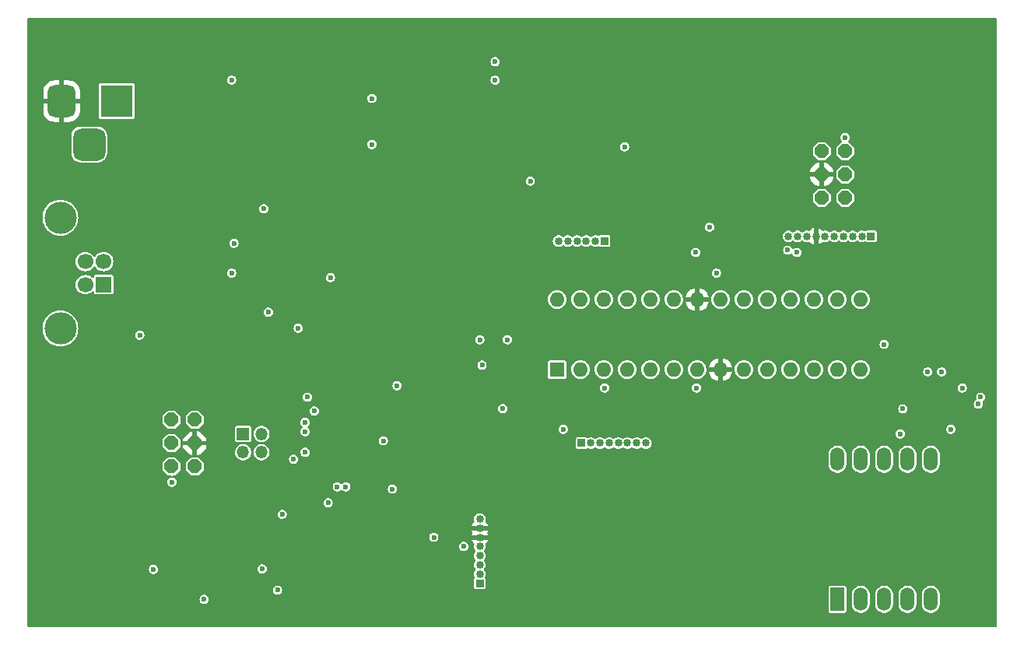
<source format=gbr>
%TF.GenerationSoftware,KiCad,Pcbnew,8.0.8*%
%TF.CreationDate,2025-05-31T18:37:02+02:00*%
%TF.ProjectId,Arduino_pcb,41726475-696e-46f5-9f70-63622e6b6963,rev?*%
%TF.SameCoordinates,Original*%
%TF.FileFunction,Copper,L2,Inr*%
%TF.FilePolarity,Positive*%
%FSLAX46Y46*%
G04 Gerber Fmt 4.6, Leading zero omitted, Abs format (unit mm)*
G04 Created by KiCad (PCBNEW 8.0.8) date 2025-05-31 18:37:02*
%MOMM*%
%LPD*%
G01*
G04 APERTURE LIST*
G04 Aperture macros list*
%AMRoundRect*
0 Rectangle with rounded corners*
0 $1 Rounding radius*
0 $2 $3 $4 $5 $6 $7 $8 $9 X,Y pos of 4 corners*
0 Add a 4 corners polygon primitive as box body*
4,1,4,$2,$3,$4,$5,$6,$7,$8,$9,$2,$3,0*
0 Add four circle primitives for the rounded corners*
1,1,$1+$1,$2,$3*
1,1,$1+$1,$4,$5*
1,1,$1+$1,$6,$7*
1,1,$1+$1,$8,$9*
0 Add four rect primitives between the rounded corners*
20,1,$1+$1,$2,$3,$4,$5,0*
20,1,$1+$1,$4,$5,$6,$7,0*
20,1,$1+$1,$6,$7,$8,$9,0*
20,1,$1+$1,$8,$9,$2,$3,0*%
%AMOutline5P*
0 Free polygon, 5 corners , with rotation*
0 The origin of the aperture is its center*
0 number of corners: always 5*
0 $1 to $10 corner X, Y*
0 $11 Rotation angle, in degrees counterclockwise*
0 create outline with 5 corners*
4,1,5,$1,$2,$3,$4,$5,$6,$7,$8,$9,$10,$1,$2,$11*%
%AMOutline6P*
0 Free polygon, 6 corners , with rotation*
0 The origin of the aperture is its center*
0 number of corners: always 6*
0 $1 to $12 corner X, Y*
0 $13 Rotation angle, in degrees counterclockwise*
0 create outline with 6 corners*
4,1,6,$1,$2,$3,$4,$5,$6,$7,$8,$9,$10,$11,$12,$1,$2,$13*%
%AMOutline7P*
0 Free polygon, 7 corners , with rotation*
0 The origin of the aperture is its center*
0 number of corners: always 7*
0 $1 to $14 corner X, Y*
0 $15 Rotation angle, in degrees counterclockwise*
0 create outline with 7 corners*
4,1,7,$1,$2,$3,$4,$5,$6,$7,$8,$9,$10,$11,$12,$13,$14,$1,$2,$15*%
%AMOutline8P*
0 Free polygon, 8 corners , with rotation*
0 The origin of the aperture is its center*
0 number of corners: always 8*
0 $1 to $16 corner X, Y*
0 $17 Rotation angle, in degrees counterclockwise*
0 create outline with 8 corners*
4,1,8,$1,$2,$3,$4,$5,$6,$7,$8,$9,$10,$11,$12,$13,$14,$15,$16,$1,$2,$17*%
G04 Aperture macros list end*
%TA.AperFunction,ComponentPad*%
%ADD10R,1.600000X1.600000*%
%TD*%
%TA.AperFunction,ComponentPad*%
%ADD11O,1.600000X1.600000*%
%TD*%
%TA.AperFunction,ComponentPad*%
%ADD12R,1.350000X1.350000*%
%TD*%
%TA.AperFunction,ComponentPad*%
%ADD13O,1.350000X1.350000*%
%TD*%
%TA.AperFunction,ComponentPad*%
%ADD14Outline8P,-0.775000X0.321016X-0.321016X0.775000X0.321016X0.775000X0.775000X0.321016X0.775000X-0.321016X0.321016X-0.775000X-0.321016X-0.775000X-0.775000X-0.321016X270.000000*%
%TD*%
%TA.AperFunction,ComponentPad*%
%ADD15R,1.524000X2.524000*%
%TD*%
%TA.AperFunction,ComponentPad*%
%ADD16O,1.524000X2.524000*%
%TD*%
%TA.AperFunction,ComponentPad*%
%ADD17RoundRect,0.875000X-0.875000X-0.875000X0.875000X-0.875000X0.875000X0.875000X-0.875000X0.875000X0*%
%TD*%
%TA.AperFunction,ComponentPad*%
%ADD18RoundRect,0.750000X-0.750000X-1.000000X0.750000X-1.000000X0.750000X1.000000X-0.750000X1.000000X0*%
%TD*%
%TA.AperFunction,ComponentPad*%
%ADD19R,3.500000X3.500000*%
%TD*%
%TA.AperFunction,ComponentPad*%
%ADD20R,0.850000X0.850000*%
%TD*%
%TA.AperFunction,ComponentPad*%
%ADD21O,0.850000X0.850000*%
%TD*%
%TA.AperFunction,ComponentPad*%
%ADD22R,1.700000X1.700000*%
%TD*%
%TA.AperFunction,ComponentPad*%
%ADD23C,1.700000*%
%TD*%
%TA.AperFunction,ComponentPad*%
%ADD24C,3.500000*%
%TD*%
%TA.AperFunction,ComponentPad*%
%ADD25Outline8P,-0.775000X0.321016X-0.321016X0.775000X0.321016X0.775000X0.775000X0.321016X0.775000X-0.321016X0.321016X-0.775000X-0.321016X-0.775000X-0.775000X-0.321016X90.000000*%
%TD*%
%TA.AperFunction,ViaPad*%
%ADD26C,0.600000*%
%TD*%
G04 APERTURE END LIST*
D10*
%TO.N,/RESET*%
%TO.C,U2*%
X118420000Y-122000000D03*
D11*
%TO.N,/IO0*%
X120960000Y-122000000D03*
%TO.N,/IO1*%
X123500000Y-122000000D03*
%TO.N,/IO2*%
X126040000Y-122000000D03*
%TO.N,/IO3*%
X128580000Y-122000000D03*
%TO.N,/IO4*%
X131120000Y-122000000D03*
%TO.N,+5V*%
X133660000Y-122000000D03*
%TO.N,GND*%
X136200000Y-122000000D03*
%TO.N,Net-(U2-XTAL1{slash}PB6)*%
X138740000Y-122000000D03*
%TO.N,Net-(U2-XTAL2{slash}PB7)*%
X141280000Y-122000000D03*
%TO.N,/IO5*%
X143820000Y-122000000D03*
%TO.N,/IO6*%
X146360000Y-122000000D03*
%TO.N,/IO7*%
X148900000Y-122000000D03*
%TO.N,/IO8*%
X151440000Y-122000000D03*
%TO.N,/IO9*%
X151440000Y-114380000D03*
%TO.N,/SS*%
X148900000Y-114380000D03*
%TO.N,/MOSI*%
X146360000Y-114380000D03*
%TO.N,/MISO*%
X143820000Y-114380000D03*
%TO.N,/SCK*%
X141280000Y-114380000D03*
%TO.N,/AVCC*%
X138740000Y-114380000D03*
%TO.N,/AREF*%
X136200000Y-114380000D03*
%TO.N,GND*%
X133660000Y-114380000D03*
%TO.N,/AD0*%
X131120000Y-114380000D03*
%TO.N,/AD1*%
X128580000Y-114380000D03*
%TO.N,/AD2*%
X126040000Y-114380000D03*
%TO.N,/AD3*%
X123500000Y-114380000D03*
%TO.N,/SDA{slash}AD4*%
X120960000Y-114380000D03*
%TO.N,/SCL{slash}AD5*%
X118420000Y-114380000D03*
%TD*%
D12*
%TO.N,/PB4*%
%TO.C,J2*%
X84250000Y-129000000D03*
D13*
%TO.N,/PB5*%
X86250000Y-129000000D03*
%TO.N,/PB6*%
X84250000Y-131000000D03*
%TO.N,/PB7*%
X86250000Y-131000000D03*
%TD*%
D14*
%TO.N,/RESET*%
%TO.C,J3*%
X147210000Y-98210000D03*
%TO.N,+5V*%
X149750000Y-98210000D03*
%TO.N,GND*%
X147210000Y-100750000D03*
%TO.N,/MOSI*%
X149750000Y-100750000D03*
%TO.N,/SCK*%
X147210000Y-103290000D03*
%TO.N,/MISO*%
X149750000Y-103290000D03*
%TD*%
D15*
%TO.N,/DISP E*%
%TO.C,AFF1*%
X148920000Y-147000000D03*
D16*
%TO.N,/DISP D*%
X151460000Y-147000000D03*
%TO.N,unconnected-(AFF1-C.A.-Pad3)*%
X154000000Y-147000000D03*
%TO.N,/DISP C*%
X156540000Y-147000000D03*
%TO.N,/DISP DP*%
X159080000Y-147000000D03*
%TO.N,/DISP B*%
X159080000Y-131760000D03*
%TO.N,/DISP A*%
X156540000Y-131760000D03*
%TO.N,+5V*%
X154000000Y-131760000D03*
%TO.N,/DISP F*%
X151460000Y-131760000D03*
%TO.N,/DISP G*%
X148920000Y-131760000D03*
%TD*%
D17*
%TO.N,N/C*%
%TO.C,J8*%
X67500000Y-97492500D03*
D18*
%TO.N,GND*%
X64500000Y-92792500D03*
D19*
%TO.N,Net-(D4-A)*%
X70500000Y-92792500D03*
%TD*%
D20*
%TO.N,/IO0*%
%TO.C,J5*%
X121080000Y-130000000D03*
D21*
%TO.N,/IO1*%
X122080000Y-130000000D03*
%TO.N,/IO2*%
X123080000Y-130000000D03*
%TO.N,/IO3*%
X124080000Y-130000000D03*
%TO.N,/IO4*%
X125080000Y-130000000D03*
%TO.N,/IO5*%
X126080000Y-130000000D03*
%TO.N,/IO6*%
X127080000Y-130000000D03*
%TO.N,/IO7*%
X128080000Y-130000000D03*
%TD*%
D20*
%TO.N,/AD0*%
%TO.C,J4*%
X123580000Y-108000000D03*
D21*
%TO.N,/AD1*%
X122580000Y-108000000D03*
%TO.N,/AD2*%
X121580000Y-108000000D03*
%TO.N,/AD3*%
X120580000Y-108000000D03*
%TO.N,/SDA{slash}AD4*%
X119580000Y-108000000D03*
%TO.N,/SCL{slash}AD5*%
X118580000Y-108000000D03*
%TD*%
D20*
%TO.N,/IO8*%
%TO.C,J6*%
X152580000Y-107500000D03*
D21*
%TO.N,/IO9*%
X151580000Y-107500000D03*
%TO.N,/SS*%
X150580000Y-107500000D03*
%TO.N,/MOSI*%
X149580000Y-107500000D03*
%TO.N,/MISO*%
X148580000Y-107500000D03*
%TO.N,/SCK*%
X147580000Y-107500000D03*
%TO.N,GND*%
X146580000Y-107500000D03*
%TO.N,/AREF*%
X145580000Y-107500000D03*
%TO.N,/SDA{slash}AD4*%
X144580000Y-107500000D03*
%TO.N,/SCL{slash}AD5*%
X143580000Y-107500000D03*
%TD*%
D22*
%TO.N,Net-(X1-VBUS)*%
%TO.C,X1*%
X69077500Y-112750000D03*
D23*
%TO.N,Net-(X1-D-)*%
X69077500Y-110250000D03*
%TO.N,Net-(X1-D+)*%
X67077500Y-110250000D03*
%TO.N,/UGND*%
X67077500Y-112750000D03*
D24*
%TO.N,Net-(X1-Shield)*%
X64367500Y-117520000D03*
X64367500Y-105480000D03*
%TD*%
D20*
%TO.N,unconnected-(J7-Pin_1-Pad1)*%
%TO.C,J7*%
X110000000Y-145250000D03*
D21*
%TO.N,+5V*%
X110000000Y-144250000D03*
%TO.N,/RESET*%
X110000000Y-143250000D03*
%TO.N,/+3V3*%
X110000000Y-142250000D03*
%TO.N,+5V*%
X110000000Y-141250000D03*
%TO.N,GND*%
X110000000Y-140250000D03*
X110000000Y-139250000D03*
%TO.N,/VIN*%
X110000000Y-138250000D03*
%TD*%
D25*
%TO.N,/RESET2*%
%TO.C,J1*%
X79000000Y-132540000D03*
%TO.N,+5V*%
X76460000Y-132540000D03*
%TO.N,GND*%
X79000000Y-130000000D03*
%TO.N,/MOSI2*%
X76460000Y-130000000D03*
%TO.N,/SCK2*%
X79000000Y-127460000D03*
%TO.N,/MISO2*%
X76460000Y-127460000D03*
%TD*%
D26*
%TO.N,/IO8*%
X154000000Y-119250000D03*
%TO.N,Net-(X1-Shield)*%
X83000000Y-111500000D03*
%TO.N,GND*%
X140750000Y-109500000D03*
X85845619Y-143037099D03*
%TO.N,+5V*%
X125750000Y-97750000D03*
X101000000Y-123750000D03*
X156031248Y-126269513D03*
%TO.N,GND*%
X156250000Y-125500000D03*
%TO.N,+5V*%
X160250000Y-122250000D03*
X155750000Y-129000000D03*
%TO.N,/DISP C*%
X161250000Y-128500000D03*
%TO.N,/DISP E*%
X164247017Y-125758949D03*
%TO.N,/DISP F*%
X164500000Y-125000000D03*
%TO.N,/DISP G*%
X162500000Y-124000000D03*
%TO.N,/SCL{slash}AD5*%
X158750000Y-122250000D03*
%TO.N,GND*%
X134000000Y-128750000D03*
X146250000Y-127000000D03*
%TO.N,+5V*%
X115500000Y-101500000D03*
%TO.N,/SCL{slash}AD5*%
X143500000Y-109000000D03*
%TO.N,/SDA{slash}AD4*%
X144500000Y-109250000D03*
%TO.N,GND*%
X146500000Y-106000000D03*
X133660000Y-112910000D03*
X132000000Y-110000000D03*
%TO.N,+5V*%
X133500000Y-109250000D03*
X135000000Y-106500000D03*
X135750000Y-111500000D03*
%TO.N,GND*%
X135000000Y-98500000D03*
X143750000Y-100750000D03*
%TO.N,+5V*%
X149750000Y-96750000D03*
%TO.N,GND*%
X143250000Y-90750000D03*
X142500000Y-90750000D03*
%TO.N,+5V*%
X110000000Y-118750000D03*
X113000000Y-118750000D03*
X110250000Y-121500000D03*
%TO.N,GND*%
X108750000Y-129750000D03*
X111500000Y-139750000D03*
X106500000Y-138000000D03*
X104000000Y-138750000D03*
%TO.N,+5V*%
X105000000Y-140250000D03*
X108250000Y-141250000D03*
%TO.N,GND*%
X88250000Y-147000000D03*
%TO.N,+5V*%
X76500000Y-134250000D03*
%TO.N,GND*%
X80750000Y-130000000D03*
%TO.N,+5V*%
X86500000Y-104500000D03*
%TO.N,GND*%
X104000000Y-108750000D03*
%TO.N,/UGND*%
X88500000Y-137750000D03*
%TO.N,GND*%
X98500000Y-130500000D03*
X84500000Y-137750000D03*
%TO.N,+5V*%
X74500000Y-143750000D03*
X80000000Y-147000000D03*
%TO.N,GND*%
X82000000Y-147000000D03*
X84250000Y-142300000D03*
%TO.N,+5V*%
X86315251Y-143684749D03*
%TO.N,/MOSI2*%
X92000000Y-126500000D03*
X91250000Y-125000000D03*
%TO.N,/RESET*%
X112500000Y-126250000D03*
%TO.N,/+3V3*%
X88000000Y-146000000D03*
%TO.N,Net-(U1-AVCC)*%
X100500000Y-135000000D03*
X99500000Y-129750000D03*
%TO.N,/RD-*%
X90250000Y-117500000D03*
X95430000Y-134750000D03*
%TO.N,/RD+*%
X87000000Y-115750000D03*
X94500000Y-134750000D03*
%TO.N,Net-(X1-VBUS)*%
X93500000Y-136500000D03*
X73000000Y-118250000D03*
%TO.N,/PB4*%
X91000000Y-127750000D03*
%TO.N,/PB5*%
X91000000Y-128750000D03*
%TO.N,/PB6*%
X89750000Y-131750000D03*
%TO.N,/PB7*%
X91000000Y-131000000D03*
%TO.N,/UGND*%
X93750000Y-112000000D03*
%TO.N,Net-(X1-Shield)*%
X83250000Y-108250000D03*
%TO.N,+5V*%
X111675000Y-90500000D03*
X111675000Y-88500000D03*
%TO.N,GND*%
X122425000Y-89500000D03*
X83000000Y-88250000D03*
%TO.N,+5V*%
X83000000Y-90500000D03*
X98250000Y-97500000D03*
X98250000Y-92500000D03*
%TO.N,GND*%
X86500000Y-98000000D03*
X86500000Y-101250000D03*
X119000000Y-148500000D03*
X126000000Y-148500000D03*
X133500000Y-148500000D03*
%TO.N,+5V*%
X133580000Y-124000000D03*
%TO.N,GND*%
X136080000Y-124000000D03*
%TO.N,/IO0*%
X119080000Y-128500000D03*
%TO.N,/IO1*%
X123580000Y-124000000D03*
%TD*%
%TA.AperFunction,Conductor*%
%TO.N,GND*%
G36*
X166192539Y-83770185D02*
G01*
X166238294Y-83822989D01*
X166249500Y-83874500D01*
X166249500Y-149875500D01*
X166229815Y-149942539D01*
X166177011Y-149988294D01*
X166125500Y-149999500D01*
X60874500Y-149999500D01*
X60807461Y-149979815D01*
X60761706Y-149927011D01*
X60750500Y-149875500D01*
X60750500Y-147000000D01*
X79494353Y-147000000D01*
X79514834Y-147142456D01*
X79574622Y-147273371D01*
X79574623Y-147273373D01*
X79668872Y-147382143D01*
X79789947Y-147459953D01*
X79789950Y-147459954D01*
X79789949Y-147459954D01*
X79928036Y-147500499D01*
X79928038Y-147500500D01*
X79928039Y-147500500D01*
X80071962Y-147500500D01*
X80071962Y-147500499D01*
X80210053Y-147459953D01*
X80331128Y-147382143D01*
X80425377Y-147273373D01*
X80485165Y-147142457D01*
X80505647Y-147000000D01*
X80485165Y-146857543D01*
X80425377Y-146726627D01*
X80331128Y-146617857D01*
X80210053Y-146540047D01*
X80210051Y-146540046D01*
X80210049Y-146540045D01*
X80210050Y-146540045D01*
X80071963Y-146499500D01*
X80071961Y-146499500D01*
X79928039Y-146499500D01*
X79928036Y-146499500D01*
X79789949Y-146540045D01*
X79668873Y-146617856D01*
X79574623Y-146726626D01*
X79574622Y-146726628D01*
X79514834Y-146857543D01*
X79494353Y-147000000D01*
X60750500Y-147000000D01*
X60750500Y-146000000D01*
X87494353Y-146000000D01*
X87514834Y-146142456D01*
X87549905Y-146219249D01*
X87574623Y-146273373D01*
X87668872Y-146382143D01*
X87789947Y-146459953D01*
X87789950Y-146459954D01*
X87789949Y-146459954D01*
X87897107Y-146491417D01*
X87924633Y-146499500D01*
X87928036Y-146500499D01*
X87928038Y-146500500D01*
X87928039Y-146500500D01*
X88071962Y-146500500D01*
X88071962Y-146500499D01*
X88210053Y-146459953D01*
X88331128Y-146382143D01*
X88425377Y-146273373D01*
X88485165Y-146142457D01*
X88505647Y-146000000D01*
X88485165Y-145857543D01*
X88425377Y-145726627D01*
X88331128Y-145617857D01*
X88210053Y-145540047D01*
X88210051Y-145540046D01*
X88210049Y-145540045D01*
X88210050Y-145540045D01*
X88071963Y-145499500D01*
X88071961Y-145499500D01*
X87928039Y-145499500D01*
X87928036Y-145499500D01*
X87789949Y-145540045D01*
X87668873Y-145617856D01*
X87574623Y-145726626D01*
X87574622Y-145726628D01*
X87514834Y-145857543D01*
X87494353Y-146000000D01*
X60750500Y-146000000D01*
X60750500Y-143750000D01*
X73994353Y-143750000D01*
X74014834Y-143892456D01*
X74074622Y-144023371D01*
X74074623Y-144023373D01*
X74168872Y-144132143D01*
X74289947Y-144209953D01*
X74289950Y-144209954D01*
X74289949Y-144209954D01*
X74397107Y-144241417D01*
X74426336Y-144250000D01*
X74428036Y-144250499D01*
X74428038Y-144250500D01*
X74428039Y-144250500D01*
X74571962Y-144250500D01*
X74571962Y-144250499D01*
X74710053Y-144209953D01*
X74831128Y-144132143D01*
X74925377Y-144023373D01*
X74985165Y-143892457D01*
X75005647Y-143750000D01*
X74996265Y-143684749D01*
X85809604Y-143684749D01*
X85830085Y-143827205D01*
X85859885Y-143892456D01*
X85889874Y-143958122D01*
X85984123Y-144066892D01*
X86105198Y-144144702D01*
X86105201Y-144144703D01*
X86105200Y-144144703D01*
X86243287Y-144185248D01*
X86243289Y-144185249D01*
X86243290Y-144185249D01*
X86387213Y-144185249D01*
X86387213Y-144185248D01*
X86525304Y-144144702D01*
X86646379Y-144066892D01*
X86740628Y-143958122D01*
X86800416Y-143827206D01*
X86820898Y-143684749D01*
X86800416Y-143542292D01*
X86740628Y-143411376D01*
X86646379Y-143302606D01*
X86525304Y-143224796D01*
X86525302Y-143224795D01*
X86525300Y-143224794D01*
X86525301Y-143224794D01*
X86387214Y-143184249D01*
X86387212Y-143184249D01*
X86243290Y-143184249D01*
X86243287Y-143184249D01*
X86105200Y-143224794D01*
X85984124Y-143302605D01*
X85889874Y-143411375D01*
X85889873Y-143411377D01*
X85830085Y-143542292D01*
X85809604Y-143684749D01*
X74996265Y-143684749D01*
X74985165Y-143607543D01*
X74925377Y-143476627D01*
X74831128Y-143367857D01*
X74710053Y-143290047D01*
X74710051Y-143290046D01*
X74710049Y-143290045D01*
X74710050Y-143290045D01*
X74571963Y-143249500D01*
X74571961Y-143249500D01*
X74428039Y-143249500D01*
X74428036Y-143249500D01*
X74289949Y-143290045D01*
X74168873Y-143367856D01*
X74074623Y-143476626D01*
X74074622Y-143476628D01*
X74014834Y-143607543D01*
X73994353Y-143750000D01*
X60750500Y-143750000D01*
X60750500Y-141250000D01*
X107744353Y-141250000D01*
X107764834Y-141392456D01*
X107768641Y-141400791D01*
X107824623Y-141523373D01*
X107918872Y-141632143D01*
X108039947Y-141709953D01*
X108039950Y-141709954D01*
X108039949Y-141709954D01*
X108111651Y-141731007D01*
X108176336Y-141750000D01*
X108178036Y-141750499D01*
X108178038Y-141750500D01*
X108178039Y-141750500D01*
X108321962Y-141750500D01*
X108321962Y-141750499D01*
X108460053Y-141709953D01*
X108581128Y-141632143D01*
X108675377Y-141523373D01*
X108735165Y-141392457D01*
X108755647Y-141250000D01*
X108735165Y-141107543D01*
X108675377Y-140976627D01*
X108581128Y-140867857D01*
X108460053Y-140790047D01*
X108460051Y-140790046D01*
X108460049Y-140790045D01*
X108460050Y-140790045D01*
X108321963Y-140749500D01*
X108321961Y-140749500D01*
X108178039Y-140749500D01*
X108178036Y-140749500D01*
X108039949Y-140790045D01*
X107918873Y-140867856D01*
X107824623Y-140976626D01*
X107824622Y-140976628D01*
X107764834Y-141107543D01*
X107744353Y-141250000D01*
X60750500Y-141250000D01*
X60750500Y-140250000D01*
X104494353Y-140250000D01*
X104514834Y-140392456D01*
X104546567Y-140461940D01*
X104574623Y-140523373D01*
X104668872Y-140632143D01*
X104789947Y-140709953D01*
X104789950Y-140709954D01*
X104789949Y-140709954D01*
X104863136Y-140731443D01*
X104924633Y-140749500D01*
X104928036Y-140750499D01*
X104928038Y-140750500D01*
X104928039Y-140750500D01*
X105071962Y-140750500D01*
X105071962Y-140750499D01*
X105210053Y-140709953D01*
X105331128Y-140632143D01*
X105425377Y-140523373D01*
X105485165Y-140392457D01*
X105505647Y-140250000D01*
X105485165Y-140107543D01*
X105425377Y-139976627D01*
X105331128Y-139867857D01*
X105210053Y-139790047D01*
X105210051Y-139790046D01*
X105210049Y-139790045D01*
X105210050Y-139790045D01*
X105071963Y-139749500D01*
X105071961Y-139749500D01*
X104928039Y-139749500D01*
X104928036Y-139749500D01*
X104789949Y-139790045D01*
X104668873Y-139867856D01*
X104574623Y-139976626D01*
X104574622Y-139976628D01*
X104514834Y-140107543D01*
X104494353Y-140250000D01*
X60750500Y-140250000D01*
X60750500Y-138999999D01*
X109108628Y-138999999D01*
X109108628Y-139000000D01*
X109950272Y-139000000D01*
X109858386Y-139038060D01*
X109788060Y-139108386D01*
X109750000Y-139200272D01*
X109750000Y-139299728D01*
X109788060Y-139391614D01*
X109858386Y-139461940D01*
X109950272Y-139500000D01*
X109108628Y-139500000D01*
X109150316Y-139628306D01*
X109150317Y-139628307D01*
X109184781Y-139688000D01*
X109201254Y-139755900D01*
X109184781Y-139812000D01*
X109150317Y-139871692D01*
X109150316Y-139871693D01*
X109108628Y-139999999D01*
X109108628Y-140000000D01*
X109950272Y-140000000D01*
X109858386Y-140038060D01*
X109788060Y-140108386D01*
X109750000Y-140200272D01*
X109750000Y-140299728D01*
X109788060Y-140391614D01*
X109858386Y-140461940D01*
X109950272Y-140500000D01*
X109108628Y-140500000D01*
X109150316Y-140628306D01*
X109150317Y-140628307D01*
X109247536Y-140796694D01*
X109247535Y-140796694D01*
X109376632Y-140940070D01*
X109406862Y-141003061D01*
X109400425Y-141067009D01*
X109388217Y-141099200D01*
X109388214Y-141099212D01*
X109369906Y-141250000D01*
X109388215Y-141400791D01*
X109442079Y-141542819D01*
X109442080Y-141542820D01*
X109532629Y-141674003D01*
X109531584Y-141674723D01*
X109558039Y-141731007D01*
X109548855Y-141800270D01*
X109532416Y-141825850D01*
X109532629Y-141825997D01*
X109442080Y-141957179D01*
X109442079Y-141957180D01*
X109388215Y-142099208D01*
X109369906Y-142250000D01*
X109388215Y-142400791D01*
X109442079Y-142542819D01*
X109442080Y-142542820D01*
X109532629Y-142674003D01*
X109531584Y-142674723D01*
X109558039Y-142731007D01*
X109548855Y-142800270D01*
X109532416Y-142825850D01*
X109532629Y-142825997D01*
X109442080Y-142957179D01*
X109442079Y-142957180D01*
X109388215Y-143099208D01*
X109369906Y-143250000D01*
X109388215Y-143400791D01*
X109442079Y-143542819D01*
X109442080Y-143542820D01*
X109532629Y-143674003D01*
X109531584Y-143674723D01*
X109558039Y-143731007D01*
X109548855Y-143800270D01*
X109532416Y-143825850D01*
X109532629Y-143825997D01*
X109442080Y-143957179D01*
X109442079Y-143957180D01*
X109388215Y-144099208D01*
X109369906Y-144250000D01*
X109388215Y-144400791D01*
X109442079Y-144542819D01*
X109443175Y-144544907D01*
X109443515Y-144546604D01*
X109444739Y-144549832D01*
X109444202Y-144550035D01*
X109456898Y-144613416D01*
X109436479Y-144671421D01*
X109386132Y-144746769D01*
X109386131Y-144746770D01*
X109374500Y-144805247D01*
X109374500Y-145694752D01*
X109386131Y-145753229D01*
X109386132Y-145753230D01*
X109430447Y-145819552D01*
X109496769Y-145863867D01*
X109496770Y-145863868D01*
X109555247Y-145875499D01*
X109555250Y-145875500D01*
X109555252Y-145875500D01*
X110444750Y-145875500D01*
X110444751Y-145875499D01*
X110459568Y-145872552D01*
X110503229Y-145863868D01*
X110503229Y-145863867D01*
X110503231Y-145863867D01*
X110569552Y-145819552D01*
X110613867Y-145753231D01*
X110613867Y-145753229D01*
X110613868Y-145753229D01*
X110620826Y-145718247D01*
X147957500Y-145718247D01*
X147957500Y-148281752D01*
X147969131Y-148340229D01*
X147969132Y-148340230D01*
X148013447Y-148406552D01*
X148079769Y-148450867D01*
X148079770Y-148450868D01*
X148138247Y-148462499D01*
X148138250Y-148462500D01*
X148138252Y-148462500D01*
X149701750Y-148462500D01*
X149701751Y-148462499D01*
X149716568Y-148459552D01*
X149760229Y-148450868D01*
X149760229Y-148450867D01*
X149760231Y-148450867D01*
X149826552Y-148406552D01*
X149870867Y-148340231D01*
X149870867Y-148340229D01*
X149870868Y-148340229D01*
X149882499Y-148281752D01*
X149882500Y-148281750D01*
X149882500Y-146405197D01*
X150497500Y-146405197D01*
X150497500Y-147594802D01*
X150534486Y-147780743D01*
X150534488Y-147780751D01*
X150607042Y-147955912D01*
X150712377Y-148113558D01*
X150846441Y-148247622D01*
X150951300Y-148317686D01*
X151004085Y-148352956D01*
X151179249Y-148425512D01*
X151365197Y-148462499D01*
X151365201Y-148462500D01*
X151365202Y-148462500D01*
X151554799Y-148462500D01*
X151554800Y-148462499D01*
X151740751Y-148425512D01*
X151915915Y-148352956D01*
X152073558Y-148247622D01*
X152207622Y-148113558D01*
X152312956Y-147955915D01*
X152385512Y-147780751D01*
X152422500Y-147594798D01*
X152422500Y-146405202D01*
X152422499Y-146405197D01*
X153037500Y-146405197D01*
X153037500Y-147594802D01*
X153074486Y-147780743D01*
X153074488Y-147780751D01*
X153147042Y-147955912D01*
X153252377Y-148113558D01*
X153386441Y-148247622D01*
X153491300Y-148317686D01*
X153544085Y-148352956D01*
X153719249Y-148425512D01*
X153905197Y-148462499D01*
X153905201Y-148462500D01*
X153905202Y-148462500D01*
X154094799Y-148462500D01*
X154094800Y-148462499D01*
X154280751Y-148425512D01*
X154455915Y-148352956D01*
X154613558Y-148247622D01*
X154747622Y-148113558D01*
X154852956Y-147955915D01*
X154925512Y-147780751D01*
X154962500Y-147594798D01*
X154962500Y-146405202D01*
X154962499Y-146405197D01*
X155577500Y-146405197D01*
X155577500Y-147594802D01*
X155614486Y-147780743D01*
X155614488Y-147780751D01*
X155687042Y-147955912D01*
X155792377Y-148113558D01*
X155926441Y-148247622D01*
X156031300Y-148317686D01*
X156084085Y-148352956D01*
X156259249Y-148425512D01*
X156445197Y-148462499D01*
X156445201Y-148462500D01*
X156445202Y-148462500D01*
X156634799Y-148462500D01*
X156634800Y-148462499D01*
X156820751Y-148425512D01*
X156995915Y-148352956D01*
X157153558Y-148247622D01*
X157287622Y-148113558D01*
X157392956Y-147955915D01*
X157465512Y-147780751D01*
X157502500Y-147594798D01*
X157502500Y-146405202D01*
X157502499Y-146405197D01*
X158117500Y-146405197D01*
X158117500Y-147594802D01*
X158154486Y-147780743D01*
X158154488Y-147780751D01*
X158227042Y-147955912D01*
X158332377Y-148113558D01*
X158466441Y-148247622D01*
X158571300Y-148317686D01*
X158624085Y-148352956D01*
X158799249Y-148425512D01*
X158985197Y-148462499D01*
X158985201Y-148462500D01*
X158985202Y-148462500D01*
X159174799Y-148462500D01*
X159174800Y-148462499D01*
X159360751Y-148425512D01*
X159535915Y-148352956D01*
X159693558Y-148247622D01*
X159827622Y-148113558D01*
X159932956Y-147955915D01*
X160005512Y-147780751D01*
X160042500Y-147594798D01*
X160042500Y-146405202D01*
X160005512Y-146219249D01*
X159932956Y-146044085D01*
X159897686Y-145991300D01*
X159827622Y-145886441D01*
X159693558Y-145752377D01*
X159535912Y-145647042D01*
X159360751Y-145574488D01*
X159360743Y-145574486D01*
X159174802Y-145537500D01*
X159174798Y-145537500D01*
X158985202Y-145537500D01*
X158985197Y-145537500D01*
X158799256Y-145574486D01*
X158799248Y-145574488D01*
X158624087Y-145647042D01*
X158466441Y-145752377D01*
X158332377Y-145886441D01*
X158227042Y-146044087D01*
X158154488Y-146219248D01*
X158154486Y-146219256D01*
X158117500Y-146405197D01*
X157502499Y-146405197D01*
X157465512Y-146219249D01*
X157392956Y-146044085D01*
X157357686Y-145991300D01*
X157287622Y-145886441D01*
X157153558Y-145752377D01*
X156995912Y-145647042D01*
X156820751Y-145574488D01*
X156820743Y-145574486D01*
X156634802Y-145537500D01*
X156634798Y-145537500D01*
X156445202Y-145537500D01*
X156445197Y-145537500D01*
X156259256Y-145574486D01*
X156259248Y-145574488D01*
X156084087Y-145647042D01*
X155926441Y-145752377D01*
X155792377Y-145886441D01*
X155687042Y-146044087D01*
X155614488Y-146219248D01*
X155614486Y-146219256D01*
X155577500Y-146405197D01*
X154962499Y-146405197D01*
X154925512Y-146219249D01*
X154852956Y-146044085D01*
X154817686Y-145991300D01*
X154747622Y-145886441D01*
X154613558Y-145752377D01*
X154455912Y-145647042D01*
X154280751Y-145574488D01*
X154280743Y-145574486D01*
X154094802Y-145537500D01*
X154094798Y-145537500D01*
X153905202Y-145537500D01*
X153905197Y-145537500D01*
X153719256Y-145574486D01*
X153719248Y-145574488D01*
X153544087Y-145647042D01*
X153386441Y-145752377D01*
X153252377Y-145886441D01*
X153147042Y-146044087D01*
X153074488Y-146219248D01*
X153074486Y-146219256D01*
X153037500Y-146405197D01*
X152422499Y-146405197D01*
X152385512Y-146219249D01*
X152312956Y-146044085D01*
X152277686Y-145991300D01*
X152207622Y-145886441D01*
X152073558Y-145752377D01*
X151915912Y-145647042D01*
X151740751Y-145574488D01*
X151740743Y-145574486D01*
X151554802Y-145537500D01*
X151554798Y-145537500D01*
X151365202Y-145537500D01*
X151365197Y-145537500D01*
X151179256Y-145574486D01*
X151179248Y-145574488D01*
X151004087Y-145647042D01*
X150846441Y-145752377D01*
X150712377Y-145886441D01*
X150607042Y-146044087D01*
X150534488Y-146219248D01*
X150534486Y-146219256D01*
X150497500Y-146405197D01*
X149882500Y-146405197D01*
X149882500Y-145718249D01*
X149882499Y-145718247D01*
X149870868Y-145659770D01*
X149870867Y-145659769D01*
X149826552Y-145593447D01*
X149760230Y-145549132D01*
X149760229Y-145549131D01*
X149701752Y-145537500D01*
X149701748Y-145537500D01*
X148138252Y-145537500D01*
X148138247Y-145537500D01*
X148079770Y-145549131D01*
X148079769Y-145549132D01*
X148013447Y-145593447D01*
X147969132Y-145659769D01*
X147969131Y-145659770D01*
X147957500Y-145718247D01*
X110620826Y-145718247D01*
X110625499Y-145694752D01*
X110625500Y-145694750D01*
X110625500Y-144805249D01*
X110625499Y-144805247D01*
X110613868Y-144746770D01*
X110613867Y-144746769D01*
X110563520Y-144671420D01*
X110542642Y-144604743D01*
X110555627Y-144549971D01*
X110555261Y-144549832D01*
X110556326Y-144547021D01*
X110556832Y-144544891D01*
X110557914Y-144542829D01*
X110557921Y-144542819D01*
X110611785Y-144400791D01*
X110630094Y-144250000D01*
X110611785Y-144099209D01*
X110557921Y-143957181D01*
X110471632Y-143832170D01*
X110471631Y-143832169D01*
X110467371Y-143825997D01*
X110468416Y-143825275D01*
X110441962Y-143769006D01*
X110451139Y-143699741D01*
X110467584Y-143674150D01*
X110467371Y-143674003D01*
X110471632Y-143667830D01*
X110557921Y-143542819D01*
X110611785Y-143400791D01*
X110630094Y-143250000D01*
X110611785Y-143099209D01*
X110557921Y-142957181D01*
X110471632Y-142832170D01*
X110471631Y-142832169D01*
X110467371Y-142825997D01*
X110468416Y-142825275D01*
X110441962Y-142769006D01*
X110451139Y-142699741D01*
X110467584Y-142674150D01*
X110467371Y-142674003D01*
X110471632Y-142667830D01*
X110557921Y-142542819D01*
X110611785Y-142400791D01*
X110630094Y-142250000D01*
X110611785Y-142099209D01*
X110557921Y-141957181D01*
X110471632Y-141832170D01*
X110471631Y-141832169D01*
X110467371Y-141825997D01*
X110468416Y-141825275D01*
X110441962Y-141769006D01*
X110451139Y-141699741D01*
X110467584Y-141674150D01*
X110467371Y-141674003D01*
X110496265Y-141632143D01*
X110557921Y-141542819D01*
X110611785Y-141400791D01*
X110630094Y-141250000D01*
X110611785Y-141099209D01*
X110611782Y-141099200D01*
X110599575Y-141067012D01*
X110594208Y-140997349D01*
X110623367Y-140940069D01*
X110752465Y-140796691D01*
X110849682Y-140628307D01*
X110849683Y-140628306D01*
X110891372Y-140500000D01*
X110049728Y-140500000D01*
X110141614Y-140461940D01*
X110211940Y-140391614D01*
X110250000Y-140299728D01*
X110250000Y-140200272D01*
X110211940Y-140108386D01*
X110141614Y-140038060D01*
X110049728Y-140000000D01*
X110891372Y-140000000D01*
X110891371Y-139999999D01*
X110849684Y-139871697D01*
X110815218Y-139812000D01*
X110798745Y-139744100D01*
X110815218Y-139688000D01*
X110849684Y-139628302D01*
X110891372Y-139500000D01*
X110049728Y-139500000D01*
X110141614Y-139461940D01*
X110211940Y-139391614D01*
X110250000Y-139299728D01*
X110250000Y-139200272D01*
X110211940Y-139108386D01*
X110141614Y-139038060D01*
X110049728Y-139000000D01*
X110891372Y-139000000D01*
X110891371Y-138999999D01*
X110849683Y-138871693D01*
X110849682Y-138871692D01*
X110752463Y-138703305D01*
X110752464Y-138703305D01*
X110623367Y-138559928D01*
X110593137Y-138496936D01*
X110599576Y-138432983D01*
X110611785Y-138400791D01*
X110630094Y-138250000D01*
X110611785Y-138099209D01*
X110557921Y-137957181D01*
X110471632Y-137832170D01*
X110357934Y-137731443D01*
X110223434Y-137660852D01*
X110223433Y-137660851D01*
X110223432Y-137660851D01*
X110075950Y-137624500D01*
X110075949Y-137624500D01*
X109924051Y-137624500D01*
X109924050Y-137624500D01*
X109776567Y-137660851D01*
X109642067Y-137731442D01*
X109528367Y-137832171D01*
X109442080Y-137957179D01*
X109442079Y-137957180D01*
X109388215Y-138099208D01*
X109369906Y-138250000D01*
X109388215Y-138400792D01*
X109388215Y-138400794D01*
X109400424Y-138432986D01*
X109405791Y-138502649D01*
X109376632Y-138559928D01*
X109247536Y-138703305D01*
X109150317Y-138871692D01*
X109150316Y-138871693D01*
X109108628Y-138999999D01*
X60750500Y-138999999D01*
X60750500Y-137750000D01*
X87994353Y-137750000D01*
X88014834Y-137892456D01*
X88074622Y-138023371D01*
X88074623Y-138023373D01*
X88168872Y-138132143D01*
X88289947Y-138209953D01*
X88289950Y-138209954D01*
X88289949Y-138209954D01*
X88397107Y-138241417D01*
X88426336Y-138250000D01*
X88428036Y-138250499D01*
X88428038Y-138250500D01*
X88428039Y-138250500D01*
X88571962Y-138250500D01*
X88571962Y-138250499D01*
X88710053Y-138209953D01*
X88831128Y-138132143D01*
X88925377Y-138023373D01*
X88985165Y-137892457D01*
X89005647Y-137750000D01*
X88985165Y-137607543D01*
X88925377Y-137476627D01*
X88831128Y-137367857D01*
X88710053Y-137290047D01*
X88710051Y-137290046D01*
X88710049Y-137290045D01*
X88710050Y-137290045D01*
X88571963Y-137249500D01*
X88571961Y-137249500D01*
X88428039Y-137249500D01*
X88428036Y-137249500D01*
X88289949Y-137290045D01*
X88168873Y-137367856D01*
X88074623Y-137476626D01*
X88074622Y-137476628D01*
X88014834Y-137607543D01*
X87994353Y-137750000D01*
X60750500Y-137750000D01*
X60750500Y-136500000D01*
X92994353Y-136500000D01*
X93014834Y-136642456D01*
X93074622Y-136773371D01*
X93074623Y-136773373D01*
X93168872Y-136882143D01*
X93289947Y-136959953D01*
X93289950Y-136959954D01*
X93289949Y-136959954D01*
X93428036Y-137000499D01*
X93428038Y-137000500D01*
X93428039Y-137000500D01*
X93571962Y-137000500D01*
X93571962Y-137000499D01*
X93710053Y-136959953D01*
X93831128Y-136882143D01*
X93925377Y-136773373D01*
X93985165Y-136642457D01*
X94005647Y-136500000D01*
X93985165Y-136357543D01*
X93925377Y-136226627D01*
X93831128Y-136117857D01*
X93710053Y-136040047D01*
X93710051Y-136040046D01*
X93710049Y-136040045D01*
X93710050Y-136040045D01*
X93571963Y-135999500D01*
X93571961Y-135999500D01*
X93428039Y-135999500D01*
X93428036Y-135999500D01*
X93289949Y-136040045D01*
X93168873Y-136117856D01*
X93074623Y-136226626D01*
X93074622Y-136226628D01*
X93014834Y-136357543D01*
X92994353Y-136500000D01*
X60750500Y-136500000D01*
X60750500Y-132199231D01*
X75484500Y-132199231D01*
X75484500Y-132880766D01*
X75496132Y-132939249D01*
X75529254Y-132988819D01*
X75529260Y-132988827D01*
X76011168Y-133470735D01*
X76011175Y-133470741D01*
X76060752Y-133503867D01*
X76119231Y-133515499D01*
X76119234Y-133515500D01*
X76362530Y-133515500D01*
X76429569Y-133535185D01*
X76475324Y-133587989D01*
X76485268Y-133657147D01*
X76456243Y-133720703D01*
X76397465Y-133758477D01*
X76397464Y-133758477D01*
X76289949Y-133790045D01*
X76168873Y-133867856D01*
X76074623Y-133976626D01*
X76074622Y-133976628D01*
X76014834Y-134107543D01*
X75994353Y-134250000D01*
X76014834Y-134392456D01*
X76053275Y-134476628D01*
X76074623Y-134523373D01*
X76168872Y-134632143D01*
X76289947Y-134709953D01*
X76289950Y-134709954D01*
X76289949Y-134709954D01*
X76346737Y-134726628D01*
X76426336Y-134750000D01*
X76428036Y-134750499D01*
X76428038Y-134750500D01*
X76428039Y-134750500D01*
X76571962Y-134750500D01*
X76571962Y-134750499D01*
X76573661Y-134750000D01*
X93994353Y-134750000D01*
X94014834Y-134892456D01*
X94063949Y-135000000D01*
X94074623Y-135023373D01*
X94168872Y-135132143D01*
X94289947Y-135209953D01*
X94289950Y-135209954D01*
X94289949Y-135209954D01*
X94428036Y-135250499D01*
X94428038Y-135250500D01*
X94428039Y-135250500D01*
X94571962Y-135250500D01*
X94571962Y-135250499D01*
X94710053Y-135209953D01*
X94831128Y-135132143D01*
X94871288Y-135085795D01*
X94930065Y-135048022D01*
X94999935Y-135048022D01*
X95058711Y-135085795D01*
X95098872Y-135132143D01*
X95219947Y-135209953D01*
X95219950Y-135209954D01*
X95219949Y-135209954D01*
X95358036Y-135250499D01*
X95358038Y-135250500D01*
X95358039Y-135250500D01*
X95501962Y-135250500D01*
X95501962Y-135250499D01*
X95640053Y-135209953D01*
X95761128Y-135132143D01*
X95855377Y-135023373D01*
X95866051Y-135000000D01*
X99994353Y-135000000D01*
X100014834Y-135142456D01*
X100045660Y-135209954D01*
X100074623Y-135273373D01*
X100168872Y-135382143D01*
X100289947Y-135459953D01*
X100289950Y-135459954D01*
X100289949Y-135459954D01*
X100428036Y-135500499D01*
X100428038Y-135500500D01*
X100428039Y-135500500D01*
X100571962Y-135500500D01*
X100571962Y-135500499D01*
X100710053Y-135459953D01*
X100831128Y-135382143D01*
X100925377Y-135273373D01*
X100985165Y-135142457D01*
X101005647Y-135000000D01*
X100985165Y-134857543D01*
X100925377Y-134726627D01*
X100831128Y-134617857D01*
X100710053Y-134540047D01*
X100710051Y-134540046D01*
X100710049Y-134540045D01*
X100710050Y-134540045D01*
X100571963Y-134499500D01*
X100571961Y-134499500D01*
X100428039Y-134499500D01*
X100428036Y-134499500D01*
X100289949Y-134540045D01*
X100168873Y-134617856D01*
X100074623Y-134726626D01*
X100074622Y-134726628D01*
X100014834Y-134857543D01*
X99994353Y-135000000D01*
X95866051Y-135000000D01*
X95915165Y-134892457D01*
X95935647Y-134750000D01*
X95915165Y-134607543D01*
X95855377Y-134476627D01*
X95761128Y-134367857D01*
X95640053Y-134290047D01*
X95640051Y-134290046D01*
X95640049Y-134290045D01*
X95640050Y-134290045D01*
X95501963Y-134249500D01*
X95501961Y-134249500D01*
X95358039Y-134249500D01*
X95358036Y-134249500D01*
X95219949Y-134290045D01*
X95098872Y-134367857D01*
X95098869Y-134367859D01*
X95058712Y-134414203D01*
X94999934Y-134451977D01*
X94930064Y-134451977D01*
X94871288Y-134414203D01*
X94831130Y-134367859D01*
X94831129Y-134367858D01*
X94831128Y-134367857D01*
X94710053Y-134290047D01*
X94710051Y-134290046D01*
X94710049Y-134290045D01*
X94710050Y-134290045D01*
X94571963Y-134249500D01*
X94571961Y-134249500D01*
X94428039Y-134249500D01*
X94428036Y-134249500D01*
X94289949Y-134290045D01*
X94168873Y-134367856D01*
X94074623Y-134476626D01*
X94074622Y-134476628D01*
X94014834Y-134607543D01*
X93994353Y-134750000D01*
X76573661Y-134750000D01*
X76710053Y-134709953D01*
X76831128Y-134632143D01*
X76925377Y-134523373D01*
X76985165Y-134392457D01*
X77005647Y-134250000D01*
X76985165Y-134107543D01*
X76925377Y-133976627D01*
X76831128Y-133867857D01*
X76710053Y-133790047D01*
X76710051Y-133790046D01*
X76710049Y-133790045D01*
X76710050Y-133790045D01*
X76602536Y-133758477D01*
X76543757Y-133720703D01*
X76514732Y-133657148D01*
X76524675Y-133587989D01*
X76570430Y-133535185D01*
X76637469Y-133515500D01*
X76800767Y-133515500D01*
X76800768Y-133515500D01*
X76859248Y-133503868D01*
X76908824Y-133470742D01*
X77390740Y-132988826D01*
X77423867Y-132939247D01*
X77435500Y-132880764D01*
X77435500Y-132199232D01*
X77435500Y-132199231D01*
X78024500Y-132199231D01*
X78024500Y-132880766D01*
X78036132Y-132939249D01*
X78069254Y-132988819D01*
X78069260Y-132988827D01*
X78551168Y-133470735D01*
X78551175Y-133470741D01*
X78600752Y-133503867D01*
X78659231Y-133515499D01*
X78659234Y-133515500D01*
X78659236Y-133515500D01*
X79340767Y-133515500D01*
X79340768Y-133515500D01*
X79399248Y-133503868D01*
X79448824Y-133470742D01*
X79930740Y-132988826D01*
X79963867Y-132939247D01*
X79975500Y-132880764D01*
X79975500Y-132199232D01*
X79963868Y-132140752D01*
X79930742Y-132091176D01*
X79930741Y-132091175D01*
X79930739Y-132091172D01*
X79448831Y-131609264D01*
X79448824Y-131609258D01*
X79399247Y-131576132D01*
X79340767Y-131564500D01*
X79340764Y-131564500D01*
X78659232Y-131564500D01*
X78639738Y-131568377D01*
X78600750Y-131576132D01*
X78551180Y-131609254D01*
X78551172Y-131609260D01*
X78069264Y-132091168D01*
X78069258Y-132091175D01*
X78036132Y-132140752D01*
X78036132Y-132140753D01*
X78024500Y-132199231D01*
X77435500Y-132199231D01*
X77423868Y-132140752D01*
X77390742Y-132091176D01*
X77390741Y-132091175D01*
X77390739Y-132091172D01*
X76908831Y-131609264D01*
X76908824Y-131609258D01*
X76859247Y-131576132D01*
X76800767Y-131564500D01*
X76800764Y-131564500D01*
X76119232Y-131564500D01*
X76099738Y-131568377D01*
X76060750Y-131576132D01*
X76011180Y-131609254D01*
X76011172Y-131609260D01*
X75529264Y-132091168D01*
X75529258Y-132091175D01*
X75496132Y-132140752D01*
X75496132Y-132140753D01*
X75484500Y-132199231D01*
X60750500Y-132199231D01*
X60750500Y-129659231D01*
X75484500Y-129659231D01*
X75484500Y-129659236D01*
X75484500Y-130340768D01*
X75488715Y-130361957D01*
X75496132Y-130399249D01*
X75529254Y-130448819D01*
X75529260Y-130448827D01*
X76011168Y-130930735D01*
X76011175Y-130930741D01*
X76060752Y-130963867D01*
X76119231Y-130975499D01*
X76119234Y-130975500D01*
X76119236Y-130975500D01*
X76800767Y-130975500D01*
X76800768Y-130975500D01*
X76859248Y-130963868D01*
X76908824Y-130930742D01*
X77390740Y-130448826D01*
X77423867Y-130399247D01*
X77435500Y-130340764D01*
X77435500Y-129659232D01*
X77431285Y-129638042D01*
X77725000Y-129638042D01*
X77725000Y-129750000D01*
X78595854Y-129750000D01*
X78557370Y-129816657D01*
X78525000Y-129937465D01*
X78525000Y-130062535D01*
X78557370Y-130183343D01*
X78595854Y-130250000D01*
X77725000Y-130250000D01*
X77725000Y-130361959D01*
X77735549Y-130445941D01*
X77790570Y-130578774D01*
X77842492Y-130645612D01*
X77842503Y-130645625D01*
X78354374Y-131157496D01*
X78354387Y-131157507D01*
X78421225Y-131209429D01*
X78554059Y-131264450D01*
X78638042Y-131274999D01*
X78638049Y-131275000D01*
X78750000Y-131275000D01*
X78750000Y-130404145D01*
X78816657Y-130442630D01*
X78937465Y-130475000D01*
X79062535Y-130475000D01*
X79183343Y-130442630D01*
X79250000Y-130404145D01*
X79250000Y-131275000D01*
X79361958Y-131275000D01*
X79361959Y-131274999D01*
X79445941Y-131264450D01*
X79578774Y-131209429D01*
X79645612Y-131157507D01*
X79645625Y-131157496D01*
X79803121Y-131000000D01*
X83369678Y-131000000D01*
X83388915Y-131183029D01*
X83388916Y-131183032D01*
X83445783Y-131358053D01*
X83445786Y-131358059D01*
X83537805Y-131517440D01*
X83647327Y-131639077D01*
X83660949Y-131654206D01*
X83660951Y-131654208D01*
X83809834Y-131762378D01*
X83809835Y-131762378D01*
X83809839Y-131762381D01*
X83946953Y-131823428D01*
X83977961Y-131837234D01*
X83977966Y-131837236D01*
X84157981Y-131875500D01*
X84342019Y-131875500D01*
X84522034Y-131837236D01*
X84690161Y-131762381D01*
X84839050Y-131654207D01*
X84962195Y-131517440D01*
X85054214Y-131358059D01*
X85111085Y-131183029D01*
X85126679Y-131034655D01*
X85140862Y-131000184D01*
X85140676Y-130999814D01*
X85359137Y-130999814D01*
X85371977Y-131025312D01*
X85373319Y-131034646D01*
X85388915Y-131183029D01*
X85388916Y-131183032D01*
X85445783Y-131358053D01*
X85445786Y-131358059D01*
X85537805Y-131517440D01*
X85647327Y-131639077D01*
X85660949Y-131654206D01*
X85660951Y-131654208D01*
X85809834Y-131762378D01*
X85809835Y-131762378D01*
X85809839Y-131762381D01*
X85946953Y-131823428D01*
X85977961Y-131837234D01*
X85977966Y-131837236D01*
X86157981Y-131875500D01*
X86342019Y-131875500D01*
X86522034Y-131837236D01*
X86690161Y-131762381D01*
X86707202Y-131750000D01*
X89244353Y-131750000D01*
X89264834Y-131892456D01*
X89324622Y-132023371D01*
X89324623Y-132023373D01*
X89418872Y-132132143D01*
X89539947Y-132209953D01*
X89539950Y-132209954D01*
X89539949Y-132209954D01*
X89678036Y-132250499D01*
X89678038Y-132250500D01*
X89678039Y-132250500D01*
X89821962Y-132250500D01*
X89821962Y-132250499D01*
X89960053Y-132209953D01*
X90081128Y-132132143D01*
X90175377Y-132023373D01*
X90235165Y-131892457D01*
X90255647Y-131750000D01*
X90235165Y-131607543D01*
X90175377Y-131476627D01*
X90081128Y-131367857D01*
X89960053Y-131290047D01*
X89960051Y-131290046D01*
X89960049Y-131290045D01*
X89960050Y-131290045D01*
X89821963Y-131249500D01*
X89821961Y-131249500D01*
X89678039Y-131249500D01*
X89678036Y-131249500D01*
X89539949Y-131290045D01*
X89418873Y-131367856D01*
X89324623Y-131476626D01*
X89324622Y-131476628D01*
X89264834Y-131607543D01*
X89244353Y-131750000D01*
X86707202Y-131750000D01*
X86839050Y-131654207D01*
X86962195Y-131517440D01*
X87054214Y-131358059D01*
X87111085Y-131183029D01*
X87130322Y-131000000D01*
X90494353Y-131000000D01*
X90514834Y-131142456D01*
X90533365Y-131183032D01*
X90574623Y-131273373D01*
X90668872Y-131382143D01*
X90789947Y-131459953D01*
X90789950Y-131459954D01*
X90789949Y-131459954D01*
X90928036Y-131500499D01*
X90928038Y-131500500D01*
X90928039Y-131500500D01*
X91071962Y-131500500D01*
X91071962Y-131500499D01*
X91210053Y-131459953D01*
X91331128Y-131382143D01*
X91425377Y-131273373D01*
X91474780Y-131165197D01*
X147957500Y-131165197D01*
X147957500Y-132354802D01*
X147994486Y-132540743D01*
X147994488Y-132540751D01*
X148067042Y-132715912D01*
X148172377Y-132873558D01*
X148306441Y-133007622D01*
X148411300Y-133077686D01*
X148464085Y-133112956D01*
X148639249Y-133185512D01*
X148825197Y-133222499D01*
X148825201Y-133222500D01*
X148825202Y-133222500D01*
X149014799Y-133222500D01*
X149014800Y-133222499D01*
X149200751Y-133185512D01*
X149375915Y-133112956D01*
X149533558Y-133007622D01*
X149667622Y-132873558D01*
X149772956Y-132715915D01*
X149845512Y-132540751D01*
X149882500Y-132354798D01*
X149882500Y-131165202D01*
X149882499Y-131165197D01*
X150497500Y-131165197D01*
X150497500Y-132354802D01*
X150534486Y-132540743D01*
X150534488Y-132540751D01*
X150607042Y-132715912D01*
X150712377Y-132873558D01*
X150846441Y-133007622D01*
X150951300Y-133077686D01*
X151004085Y-133112956D01*
X151179249Y-133185512D01*
X151365197Y-133222499D01*
X151365201Y-133222500D01*
X151365202Y-133222500D01*
X151554799Y-133222500D01*
X151554800Y-133222499D01*
X151740751Y-133185512D01*
X151915915Y-133112956D01*
X152073558Y-133007622D01*
X152207622Y-132873558D01*
X152312956Y-132715915D01*
X152385512Y-132540751D01*
X152422500Y-132354798D01*
X152422500Y-131165202D01*
X152422499Y-131165197D01*
X153037500Y-131165197D01*
X153037500Y-132354802D01*
X153074486Y-132540743D01*
X153074488Y-132540751D01*
X153147042Y-132715912D01*
X153252377Y-132873558D01*
X153386441Y-133007622D01*
X153491300Y-133077686D01*
X153544085Y-133112956D01*
X153719249Y-133185512D01*
X153905197Y-133222499D01*
X153905201Y-133222500D01*
X153905202Y-133222500D01*
X154094799Y-133222500D01*
X154094800Y-133222499D01*
X154280751Y-133185512D01*
X154455915Y-133112956D01*
X154613558Y-133007622D01*
X154747622Y-132873558D01*
X154852956Y-132715915D01*
X154925512Y-132540751D01*
X154962500Y-132354798D01*
X154962500Y-131165202D01*
X154962499Y-131165197D01*
X155577500Y-131165197D01*
X155577500Y-132354802D01*
X155614486Y-132540743D01*
X155614488Y-132540751D01*
X155687042Y-132715912D01*
X155792377Y-132873558D01*
X155926441Y-133007622D01*
X156031300Y-133077686D01*
X156084085Y-133112956D01*
X156259249Y-133185512D01*
X156445197Y-133222499D01*
X156445201Y-133222500D01*
X156445202Y-133222500D01*
X156634799Y-133222500D01*
X156634800Y-133222499D01*
X156820751Y-133185512D01*
X156995915Y-133112956D01*
X157153558Y-133007622D01*
X157287622Y-132873558D01*
X157392956Y-132715915D01*
X157465512Y-132540751D01*
X157502500Y-132354798D01*
X157502500Y-131165202D01*
X157502499Y-131165197D01*
X158117500Y-131165197D01*
X158117500Y-132354802D01*
X158154486Y-132540743D01*
X158154488Y-132540751D01*
X158227042Y-132715912D01*
X158332377Y-132873558D01*
X158466441Y-133007622D01*
X158571300Y-133077686D01*
X158624085Y-133112956D01*
X158799249Y-133185512D01*
X158985197Y-133222499D01*
X158985201Y-133222500D01*
X158985202Y-133222500D01*
X159174799Y-133222500D01*
X159174800Y-133222499D01*
X159360751Y-133185512D01*
X159535915Y-133112956D01*
X159693558Y-133007622D01*
X159827622Y-132873558D01*
X159932956Y-132715915D01*
X160005512Y-132540751D01*
X160042500Y-132354798D01*
X160042500Y-131165202D01*
X160005512Y-130979249D01*
X159932956Y-130804085D01*
X159881200Y-130726627D01*
X159827622Y-130646441D01*
X159693558Y-130512377D01*
X159535912Y-130407042D01*
X159360751Y-130334488D01*
X159360743Y-130334486D01*
X159174802Y-130297500D01*
X159174798Y-130297500D01*
X158985202Y-130297500D01*
X158985197Y-130297500D01*
X158799256Y-130334486D01*
X158799248Y-130334488D01*
X158624087Y-130407042D01*
X158466441Y-130512377D01*
X158332377Y-130646441D01*
X158227042Y-130804087D01*
X158154488Y-130979248D01*
X158154486Y-130979256D01*
X158117500Y-131165197D01*
X157502499Y-131165197D01*
X157465512Y-130979249D01*
X157392956Y-130804085D01*
X157341200Y-130726627D01*
X157287622Y-130646441D01*
X157153558Y-130512377D01*
X156995912Y-130407042D01*
X156820751Y-130334488D01*
X156820743Y-130334486D01*
X156634802Y-130297500D01*
X156634798Y-130297500D01*
X156445202Y-130297500D01*
X156445197Y-130297500D01*
X156259256Y-130334486D01*
X156259248Y-130334488D01*
X156084087Y-130407042D01*
X155926441Y-130512377D01*
X155792377Y-130646441D01*
X155687042Y-130804087D01*
X155614488Y-130979248D01*
X155614486Y-130979256D01*
X155577500Y-131165197D01*
X154962499Y-131165197D01*
X154925512Y-130979249D01*
X154852956Y-130804085D01*
X154801200Y-130726627D01*
X154747622Y-130646441D01*
X154613558Y-130512377D01*
X154455912Y-130407042D01*
X154280751Y-130334488D01*
X154280743Y-130334486D01*
X154094802Y-130297500D01*
X154094798Y-130297500D01*
X153905202Y-130297500D01*
X153905197Y-130297500D01*
X153719256Y-130334486D01*
X153719248Y-130334488D01*
X153544087Y-130407042D01*
X153386441Y-130512377D01*
X153252377Y-130646441D01*
X153147042Y-130804087D01*
X153074488Y-130979248D01*
X153074486Y-130979256D01*
X153037500Y-131165197D01*
X152422499Y-131165197D01*
X152385512Y-130979249D01*
X152312956Y-130804085D01*
X152261200Y-130726627D01*
X152207622Y-130646441D01*
X152073558Y-130512377D01*
X151915912Y-130407042D01*
X151740751Y-130334488D01*
X151740743Y-130334486D01*
X151554802Y-130297500D01*
X151554798Y-130297500D01*
X151365202Y-130297500D01*
X151365197Y-130297500D01*
X151179256Y-130334486D01*
X151179248Y-130334488D01*
X151004087Y-130407042D01*
X150846441Y-130512377D01*
X150712377Y-130646441D01*
X150607042Y-130804087D01*
X150534488Y-130979248D01*
X150534486Y-130979256D01*
X150497500Y-131165197D01*
X149882499Y-131165197D01*
X149845512Y-130979249D01*
X149772956Y-130804085D01*
X149721200Y-130726627D01*
X149667622Y-130646441D01*
X149533558Y-130512377D01*
X149375912Y-130407042D01*
X149200751Y-130334488D01*
X149200743Y-130334486D01*
X149014802Y-130297500D01*
X149014798Y-130297500D01*
X148825202Y-130297500D01*
X148825197Y-130297500D01*
X148639256Y-130334486D01*
X148639248Y-130334488D01*
X148464087Y-130407042D01*
X148306441Y-130512377D01*
X148172377Y-130646441D01*
X148067042Y-130804087D01*
X147994488Y-130979248D01*
X147994486Y-130979256D01*
X147957500Y-131165197D01*
X91474780Y-131165197D01*
X91485165Y-131142457D01*
X91505647Y-131000000D01*
X91485165Y-130857543D01*
X91425377Y-130726627D01*
X91331128Y-130617857D01*
X91210053Y-130540047D01*
X91210051Y-130540046D01*
X91210049Y-130540045D01*
X91210050Y-130540045D01*
X91071963Y-130499500D01*
X91071961Y-130499500D01*
X90928039Y-130499500D01*
X90928036Y-130499500D01*
X90789949Y-130540045D01*
X90668873Y-130617856D01*
X90574623Y-130726626D01*
X90574622Y-130726628D01*
X90514834Y-130857543D01*
X90494353Y-131000000D01*
X87130322Y-131000000D01*
X87111085Y-130816971D01*
X87074061Y-130703023D01*
X87054216Y-130641946D01*
X87054213Y-130641940D01*
X86962195Y-130482560D01*
X86839050Y-130345793D01*
X86839048Y-130345791D01*
X86690165Y-130237621D01*
X86690162Y-130237619D01*
X86690161Y-130237619D01*
X86628022Y-130209953D01*
X86522038Y-130162765D01*
X86522033Y-130162763D01*
X86342019Y-130124500D01*
X86157981Y-130124500D01*
X85977966Y-130162763D01*
X85977961Y-130162765D01*
X85809839Y-130237619D01*
X85809834Y-130237621D01*
X85660951Y-130345791D01*
X85660949Y-130345793D01*
X85537804Y-130482561D01*
X85445786Y-130641940D01*
X85445783Y-130641946D01*
X85418269Y-130726628D01*
X85388915Y-130816971D01*
X85376957Y-130930745D01*
X85373321Y-130965342D01*
X85359137Y-130999814D01*
X85140676Y-130999814D01*
X85128023Y-130974687D01*
X85126679Y-130965342D01*
X85126524Y-130963867D01*
X85111085Y-130816971D01*
X85074061Y-130703023D01*
X85054216Y-130641946D01*
X85054213Y-130641940D01*
X84962195Y-130482560D01*
X84839050Y-130345793D01*
X84839048Y-130345791D01*
X84690165Y-130237621D01*
X84690162Y-130237619D01*
X84690161Y-130237619D01*
X84628022Y-130209953D01*
X84522038Y-130162765D01*
X84522033Y-130162763D01*
X84342019Y-130124500D01*
X84157981Y-130124500D01*
X83977966Y-130162763D01*
X83977961Y-130162765D01*
X83809839Y-130237619D01*
X83809834Y-130237621D01*
X83660951Y-130345791D01*
X83660949Y-130345793D01*
X83537804Y-130482561D01*
X83445786Y-130641940D01*
X83445783Y-130641946D01*
X83418269Y-130726628D01*
X83388915Y-130816971D01*
X83369678Y-131000000D01*
X79803121Y-131000000D01*
X80157496Y-130645625D01*
X80157507Y-130645612D01*
X80209429Y-130578774D01*
X80209429Y-130578773D01*
X80264450Y-130445940D01*
X80274999Y-130361957D01*
X80275000Y-130361951D01*
X80275000Y-130250000D01*
X79404146Y-130250000D01*
X79442630Y-130183343D01*
X79475000Y-130062535D01*
X79475000Y-129937465D01*
X79442630Y-129816657D01*
X79404146Y-129750000D01*
X80275000Y-129750000D01*
X80275000Y-129638042D01*
X80274999Y-129638040D01*
X80264450Y-129554058D01*
X80209429Y-129421225D01*
X80157507Y-129354387D01*
X80157496Y-129354374D01*
X79645625Y-128842503D01*
X79645612Y-128842492D01*
X79578774Y-128790570D01*
X79445940Y-128735549D01*
X79361957Y-128725000D01*
X79250000Y-128725000D01*
X79250000Y-129595854D01*
X79183343Y-129557370D01*
X79062535Y-129525000D01*
X78937465Y-129525000D01*
X78816657Y-129557370D01*
X78750000Y-129595854D01*
X78750000Y-128725000D01*
X78638040Y-128725000D01*
X78554058Y-128735549D01*
X78421225Y-128790570D01*
X78354387Y-128842492D01*
X78354374Y-128842503D01*
X77842503Y-129354374D01*
X77842492Y-129354387D01*
X77790570Y-129421225D01*
X77790570Y-129421226D01*
X77735549Y-129554059D01*
X77725000Y-129638042D01*
X77431285Y-129638042D01*
X77423868Y-129600752D01*
X77411452Y-129582171D01*
X77390745Y-129551180D01*
X77390739Y-129551172D01*
X76908831Y-129069264D01*
X76908824Y-129069258D01*
X76859247Y-129036132D01*
X76800767Y-129024500D01*
X76800764Y-129024500D01*
X76119232Y-129024500D01*
X76099738Y-129028377D01*
X76060750Y-129036132D01*
X76011180Y-129069254D01*
X76011172Y-129069260D01*
X75529264Y-129551168D01*
X75529258Y-129551175D01*
X75496132Y-129600752D01*
X75496132Y-129600753D01*
X75484500Y-129659231D01*
X60750500Y-129659231D01*
X60750500Y-127119231D01*
X75484500Y-127119231D01*
X75484500Y-127800766D01*
X75496132Y-127859249D01*
X75529254Y-127908819D01*
X75529260Y-127908827D01*
X76011168Y-128390735D01*
X76011175Y-128390741D01*
X76060752Y-128423867D01*
X76119231Y-128435499D01*
X76119234Y-128435500D01*
X76119236Y-128435500D01*
X76800767Y-128435500D01*
X76800768Y-128435500D01*
X76859248Y-128423868D01*
X76908824Y-128390742D01*
X77390740Y-127908826D01*
X77423867Y-127859247D01*
X77435500Y-127800764D01*
X77435500Y-127119232D01*
X77435500Y-127119231D01*
X78024500Y-127119231D01*
X78024500Y-127800766D01*
X78036132Y-127859249D01*
X78069254Y-127908819D01*
X78069260Y-127908827D01*
X78551168Y-128390735D01*
X78551175Y-128390741D01*
X78600752Y-128423867D01*
X78659231Y-128435499D01*
X78659234Y-128435500D01*
X78659236Y-128435500D01*
X79340767Y-128435500D01*
X79340768Y-128435500D01*
X79399248Y-128423868D01*
X79448824Y-128390742D01*
X79534319Y-128305247D01*
X83374500Y-128305247D01*
X83374500Y-129694752D01*
X83386131Y-129753229D01*
X83386132Y-129753230D01*
X83430447Y-129819552D01*
X83496769Y-129863867D01*
X83496770Y-129863868D01*
X83555247Y-129875499D01*
X83555250Y-129875500D01*
X83555252Y-129875500D01*
X84944750Y-129875500D01*
X84944751Y-129875499D01*
X84959568Y-129872552D01*
X85003229Y-129863868D01*
X85003229Y-129863867D01*
X85003231Y-129863867D01*
X85069552Y-129819552D01*
X85113867Y-129753231D01*
X85113867Y-129753229D01*
X85113868Y-129753229D01*
X85125499Y-129694752D01*
X85125500Y-129694750D01*
X85125500Y-129042862D01*
X85138007Y-129000265D01*
X85136505Y-128997282D01*
X85361636Y-128997282D01*
X85368477Y-129007927D01*
X85372820Y-129029895D01*
X85388915Y-129183029D01*
X85388916Y-129183032D01*
X85445783Y-129358053D01*
X85445786Y-129358059D01*
X85537805Y-129517440D01*
X85633093Y-129623268D01*
X85660949Y-129654206D01*
X85660951Y-129654208D01*
X85809834Y-129762378D01*
X85809835Y-129762378D01*
X85809839Y-129762381D01*
X85931745Y-129816657D01*
X85977961Y-129837234D01*
X85977966Y-129837236D01*
X86157981Y-129875500D01*
X86342019Y-129875500D01*
X86522034Y-129837236D01*
X86690161Y-129762381D01*
X86707202Y-129750000D01*
X98994353Y-129750000D01*
X99014834Y-129892456D01*
X99063949Y-130000000D01*
X99074623Y-130023373D01*
X99168872Y-130132143D01*
X99289947Y-130209953D01*
X99289950Y-130209954D01*
X99289949Y-130209954D01*
X99397107Y-130241417D01*
X99426336Y-130250000D01*
X99428036Y-130250499D01*
X99428038Y-130250500D01*
X99428039Y-130250500D01*
X99571962Y-130250500D01*
X99571962Y-130250499D01*
X99710053Y-130209953D01*
X99831128Y-130132143D01*
X99925377Y-130023373D01*
X99985165Y-129892457D01*
X100005647Y-129750000D01*
X99985165Y-129607543D01*
X99961282Y-129555247D01*
X120454500Y-129555247D01*
X120454500Y-130444752D01*
X120466131Y-130503229D01*
X120466132Y-130503230D01*
X120510447Y-130569552D01*
X120576769Y-130613867D01*
X120576770Y-130613868D01*
X120635247Y-130625499D01*
X120635250Y-130625500D01*
X120635252Y-130625500D01*
X121524750Y-130625500D01*
X121524751Y-130625499D01*
X121539568Y-130622552D01*
X121583229Y-130613868D01*
X121583229Y-130613867D01*
X121583231Y-130613867D01*
X121649552Y-130569552D01*
X121649551Y-130569552D01*
X121659707Y-130562767D01*
X121661674Y-130565711D01*
X121704736Y-130542187D01*
X121774429Y-130547158D01*
X121788740Y-130553550D01*
X121819229Y-130569552D01*
X121856566Y-130589148D01*
X122004050Y-130625500D01*
X122004051Y-130625500D01*
X122155950Y-130625500D01*
X122205110Y-130613382D01*
X122303434Y-130589148D01*
X122437934Y-130518557D01*
X122497774Y-130465543D01*
X122561006Y-130435823D01*
X122630270Y-130445007D01*
X122662224Y-130465542D01*
X122722066Y-130518557D01*
X122856566Y-130589148D01*
X122930308Y-130607324D01*
X123004050Y-130625500D01*
X123004051Y-130625500D01*
X123155950Y-130625500D01*
X123205110Y-130613382D01*
X123303434Y-130589148D01*
X123437934Y-130518557D01*
X123497774Y-130465543D01*
X123561006Y-130435823D01*
X123630270Y-130445007D01*
X123662224Y-130465542D01*
X123722066Y-130518557D01*
X123856566Y-130589148D01*
X123930308Y-130607324D01*
X124004050Y-130625500D01*
X124004051Y-130625500D01*
X124155950Y-130625500D01*
X124205110Y-130613382D01*
X124303434Y-130589148D01*
X124437934Y-130518557D01*
X124497774Y-130465543D01*
X124561006Y-130435823D01*
X124630270Y-130445007D01*
X124662224Y-130465542D01*
X124722066Y-130518557D01*
X124856566Y-130589148D01*
X124930308Y-130607324D01*
X125004050Y-130625500D01*
X125004051Y-130625500D01*
X125155950Y-130625500D01*
X125205110Y-130613382D01*
X125303434Y-130589148D01*
X125437934Y-130518557D01*
X125497774Y-130465543D01*
X125561006Y-130435823D01*
X125630270Y-130445007D01*
X125662224Y-130465542D01*
X125722066Y-130518557D01*
X125856566Y-130589148D01*
X125930308Y-130607324D01*
X126004050Y-130625500D01*
X126004051Y-130625500D01*
X126155950Y-130625500D01*
X126205110Y-130613382D01*
X126303434Y-130589148D01*
X126437934Y-130518557D01*
X126497774Y-130465543D01*
X126561006Y-130435823D01*
X126630270Y-130445007D01*
X126662224Y-130465542D01*
X126722066Y-130518557D01*
X126856566Y-130589148D01*
X126930308Y-130607324D01*
X127004050Y-130625500D01*
X127004051Y-130625500D01*
X127155950Y-130625500D01*
X127205110Y-130613382D01*
X127303434Y-130589148D01*
X127437934Y-130518557D01*
X127497774Y-130465543D01*
X127561006Y-130435823D01*
X127630270Y-130445007D01*
X127662224Y-130465542D01*
X127722066Y-130518557D01*
X127856566Y-130589148D01*
X127930308Y-130607324D01*
X128004050Y-130625500D01*
X128004051Y-130625500D01*
X128155950Y-130625500D01*
X128205110Y-130613382D01*
X128303434Y-130589148D01*
X128437934Y-130518557D01*
X128551632Y-130417830D01*
X128637921Y-130292819D01*
X128691785Y-130150791D01*
X128710094Y-130000000D01*
X128691785Y-129849209D01*
X128637921Y-129707181D01*
X128551632Y-129582170D01*
X128437934Y-129481443D01*
X128303434Y-129410852D01*
X128303433Y-129410851D01*
X128303432Y-129410851D01*
X128155950Y-129374500D01*
X128155949Y-129374500D01*
X128004051Y-129374500D01*
X128004050Y-129374500D01*
X127856567Y-129410851D01*
X127722064Y-129481443D01*
X127662226Y-129534455D01*
X127598993Y-129564176D01*
X127529729Y-129554992D01*
X127497774Y-129534455D01*
X127437935Y-129481443D01*
X127303432Y-129410851D01*
X127155950Y-129374500D01*
X127155949Y-129374500D01*
X127004051Y-129374500D01*
X127004050Y-129374500D01*
X126856567Y-129410851D01*
X126722064Y-129481443D01*
X126662226Y-129534455D01*
X126598993Y-129564176D01*
X126529729Y-129554992D01*
X126497774Y-129534455D01*
X126437935Y-129481443D01*
X126303432Y-129410851D01*
X126155950Y-129374500D01*
X126155949Y-129374500D01*
X126004051Y-129374500D01*
X126004050Y-129374500D01*
X125856567Y-129410851D01*
X125722064Y-129481443D01*
X125662226Y-129534455D01*
X125598993Y-129564176D01*
X125529729Y-129554992D01*
X125497774Y-129534455D01*
X125437935Y-129481443D01*
X125303432Y-129410851D01*
X125155950Y-129374500D01*
X125155949Y-129374500D01*
X125004051Y-129374500D01*
X125004050Y-129374500D01*
X124856567Y-129410851D01*
X124722064Y-129481443D01*
X124662226Y-129534455D01*
X124598993Y-129564176D01*
X124529729Y-129554992D01*
X124497774Y-129534455D01*
X124437935Y-129481443D01*
X124303432Y-129410851D01*
X124155950Y-129374500D01*
X124155949Y-129374500D01*
X124004051Y-129374500D01*
X124004050Y-129374500D01*
X123856567Y-129410851D01*
X123722064Y-129481443D01*
X123662226Y-129534455D01*
X123598993Y-129564176D01*
X123529729Y-129554992D01*
X123497774Y-129534455D01*
X123437935Y-129481443D01*
X123303432Y-129410851D01*
X123155950Y-129374500D01*
X123155949Y-129374500D01*
X123004051Y-129374500D01*
X123004050Y-129374500D01*
X122856567Y-129410851D01*
X122722064Y-129481443D01*
X122662226Y-129534455D01*
X122598993Y-129564176D01*
X122529729Y-129554992D01*
X122497774Y-129534455D01*
X122437935Y-129481443D01*
X122303432Y-129410851D01*
X122155950Y-129374500D01*
X122155949Y-129374500D01*
X122004051Y-129374500D01*
X122004050Y-129374500D01*
X121856567Y-129410851D01*
X121788743Y-129446448D01*
X121720234Y-129460172D01*
X121660119Y-129436615D01*
X121659707Y-129437233D01*
X121656886Y-129435348D01*
X121655181Y-129434680D01*
X121652968Y-129432730D01*
X121583230Y-129386132D01*
X121583229Y-129386131D01*
X121524752Y-129374500D01*
X121524748Y-129374500D01*
X120635252Y-129374500D01*
X120635247Y-129374500D01*
X120576770Y-129386131D01*
X120576769Y-129386132D01*
X120510447Y-129430447D01*
X120466132Y-129496769D01*
X120466131Y-129496770D01*
X120454500Y-129555247D01*
X99961282Y-129555247D01*
X99925377Y-129476627D01*
X99831128Y-129367857D01*
X99710053Y-129290047D01*
X99710051Y-129290046D01*
X99710049Y-129290045D01*
X99710050Y-129290045D01*
X99571963Y-129249500D01*
X99571961Y-129249500D01*
X99428039Y-129249500D01*
X99428036Y-129249500D01*
X99289949Y-129290045D01*
X99168873Y-129367856D01*
X99074623Y-129476626D01*
X99074622Y-129476628D01*
X99014834Y-129607543D01*
X98994353Y-129750000D01*
X86707202Y-129750000D01*
X86839050Y-129654207D01*
X86962195Y-129517440D01*
X87054214Y-129358059D01*
X87111085Y-129183029D01*
X87130322Y-129000000D01*
X87111085Y-128816971D01*
X87054382Y-128642457D01*
X87054216Y-128641946D01*
X87054213Y-128641940D01*
X86995384Y-128540045D01*
X86962195Y-128482560D01*
X86839050Y-128345793D01*
X86839048Y-128345791D01*
X86690165Y-128237621D01*
X86690162Y-128237619D01*
X86690161Y-128237619D01*
X86602274Y-128198489D01*
X86522038Y-128162765D01*
X86522033Y-128162763D01*
X86342019Y-128124500D01*
X86157981Y-128124500D01*
X85977966Y-128162763D01*
X85977961Y-128162765D01*
X85809839Y-128237619D01*
X85809834Y-128237621D01*
X85660951Y-128345791D01*
X85660949Y-128345793D01*
X85537804Y-128482561D01*
X85445786Y-128641940D01*
X85445783Y-128641946D01*
X85397493Y-128790570D01*
X85388915Y-128816971D01*
X85374183Y-128957137D01*
X85372821Y-128970099D01*
X85361636Y-128997282D01*
X85136505Y-128997282D01*
X85127523Y-128979444D01*
X85125500Y-128957137D01*
X85125500Y-128305249D01*
X85125499Y-128305247D01*
X85113868Y-128246770D01*
X85113867Y-128246769D01*
X85069552Y-128180447D01*
X85003230Y-128136132D01*
X85003229Y-128136131D01*
X84944752Y-128124500D01*
X84944748Y-128124500D01*
X83555252Y-128124500D01*
X83555247Y-128124500D01*
X83496770Y-128136131D01*
X83496769Y-128136132D01*
X83430447Y-128180447D01*
X83386132Y-128246769D01*
X83386131Y-128246770D01*
X83374500Y-128305247D01*
X79534319Y-128305247D01*
X79930740Y-127908826D01*
X79963867Y-127859247D01*
X79975500Y-127800764D01*
X79975500Y-127750000D01*
X90494353Y-127750000D01*
X90514834Y-127892456D01*
X90563720Y-127999500D01*
X90574623Y-128023373D01*
X90668872Y-128132143D01*
X90675079Y-128136132D01*
X90689943Y-128145685D01*
X90735698Y-128198489D01*
X90745641Y-128267648D01*
X90716615Y-128331203D01*
X90689943Y-128354315D01*
X90668874Y-128367855D01*
X90574623Y-128476626D01*
X90574622Y-128476628D01*
X90514834Y-128607543D01*
X90494353Y-128750000D01*
X90514834Y-128892456D01*
X90563949Y-129000000D01*
X90574623Y-129023373D01*
X90668872Y-129132143D01*
X90789947Y-129209953D01*
X90789950Y-129209954D01*
X90789949Y-129209954D01*
X90897107Y-129241417D01*
X90924633Y-129249500D01*
X90928036Y-129250499D01*
X90928038Y-129250500D01*
X90928039Y-129250500D01*
X91071962Y-129250500D01*
X91071962Y-129250499D01*
X91210053Y-129209953D01*
X91331128Y-129132143D01*
X91425377Y-129023373D01*
X91485165Y-128892457D01*
X91505647Y-128750000D01*
X91485165Y-128607543D01*
X91436051Y-128500000D01*
X118574353Y-128500000D01*
X118594834Y-128642456D01*
X118633275Y-128726628D01*
X118654623Y-128773373D01*
X118748872Y-128882143D01*
X118869947Y-128959953D01*
X118869950Y-128959954D01*
X118869949Y-128959954D01*
X118977107Y-128991417D01*
X119006336Y-129000000D01*
X119008036Y-129000499D01*
X119008038Y-129000500D01*
X119008039Y-129000500D01*
X119151962Y-129000500D01*
X119151962Y-129000499D01*
X119153661Y-129000000D01*
X155244353Y-129000000D01*
X155264834Y-129142456D01*
X155295660Y-129209954D01*
X155324623Y-129273373D01*
X155418872Y-129382143D01*
X155539947Y-129459953D01*
X155539950Y-129459954D01*
X155539949Y-129459954D01*
X155678036Y-129500499D01*
X155678038Y-129500500D01*
X155678039Y-129500500D01*
X155821962Y-129500500D01*
X155821962Y-129500499D01*
X155929121Y-129469035D01*
X155960050Y-129459954D01*
X155960050Y-129459953D01*
X155960053Y-129459953D01*
X156081128Y-129382143D01*
X156175377Y-129273373D01*
X156235165Y-129142457D01*
X156255647Y-129000000D01*
X156235165Y-128857543D01*
X156175377Y-128726627D01*
X156081128Y-128617857D01*
X155960053Y-128540047D01*
X155960051Y-128540046D01*
X155960049Y-128540045D01*
X155960050Y-128540045D01*
X155823666Y-128500000D01*
X160744353Y-128500000D01*
X160764834Y-128642456D01*
X160803275Y-128726628D01*
X160824623Y-128773373D01*
X160918872Y-128882143D01*
X161039947Y-128959953D01*
X161039950Y-128959954D01*
X161039949Y-128959954D01*
X161147107Y-128991417D01*
X161176336Y-129000000D01*
X161178036Y-129000499D01*
X161178038Y-129000500D01*
X161178039Y-129000500D01*
X161321962Y-129000500D01*
X161321962Y-129000499D01*
X161460053Y-128959953D01*
X161581128Y-128882143D01*
X161675377Y-128773373D01*
X161735165Y-128642457D01*
X161755647Y-128500000D01*
X161735165Y-128357543D01*
X161675377Y-128226627D01*
X161581128Y-128117857D01*
X161460053Y-128040047D01*
X161460051Y-128040046D01*
X161460049Y-128040045D01*
X161460050Y-128040045D01*
X161321963Y-127999500D01*
X161321961Y-127999500D01*
X161178039Y-127999500D01*
X161178036Y-127999500D01*
X161039949Y-128040045D01*
X160918873Y-128117856D01*
X160824623Y-128226626D01*
X160824622Y-128226628D01*
X160764834Y-128357543D01*
X160744353Y-128500000D01*
X155823666Y-128500000D01*
X155821963Y-128499500D01*
X155821961Y-128499500D01*
X155678039Y-128499500D01*
X155678036Y-128499500D01*
X155539949Y-128540045D01*
X155418873Y-128617856D01*
X155324623Y-128726626D01*
X155324622Y-128726628D01*
X155264834Y-128857543D01*
X155244353Y-129000000D01*
X119153661Y-129000000D01*
X119290053Y-128959953D01*
X119411128Y-128882143D01*
X119505377Y-128773373D01*
X119565165Y-128642457D01*
X119585647Y-128500000D01*
X119565165Y-128357543D01*
X119505377Y-128226627D01*
X119411128Y-128117857D01*
X119290053Y-128040047D01*
X119290051Y-128040046D01*
X119290049Y-128040045D01*
X119290050Y-128040045D01*
X119151963Y-127999500D01*
X119151961Y-127999500D01*
X119008039Y-127999500D01*
X119008036Y-127999500D01*
X118869949Y-128040045D01*
X118748873Y-128117856D01*
X118654623Y-128226626D01*
X118654622Y-128226628D01*
X118594834Y-128357543D01*
X118574353Y-128500000D01*
X91436051Y-128500000D01*
X91425377Y-128476627D01*
X91331128Y-128367857D01*
X91331125Y-128367855D01*
X91331125Y-128367854D01*
X91310058Y-128354316D01*
X91264302Y-128301513D01*
X91254358Y-128232354D01*
X91283382Y-128168798D01*
X91310058Y-128145684D01*
X91331125Y-128132145D01*
X91331125Y-128132144D01*
X91331128Y-128132143D01*
X91425377Y-128023373D01*
X91485165Y-127892457D01*
X91505647Y-127750000D01*
X91485165Y-127607543D01*
X91425377Y-127476627D01*
X91331128Y-127367857D01*
X91210053Y-127290047D01*
X91210051Y-127290046D01*
X91210049Y-127290045D01*
X91210050Y-127290045D01*
X91071963Y-127249500D01*
X91071961Y-127249500D01*
X90928039Y-127249500D01*
X90928036Y-127249500D01*
X90789949Y-127290045D01*
X90668873Y-127367856D01*
X90574623Y-127476626D01*
X90574622Y-127476628D01*
X90514834Y-127607543D01*
X90494353Y-127750000D01*
X79975500Y-127750000D01*
X79975500Y-127119232D01*
X79963868Y-127060752D01*
X79930742Y-127011176D01*
X79930741Y-127011175D01*
X79930739Y-127011172D01*
X79448831Y-126529264D01*
X79448824Y-126529258D01*
X79405036Y-126500000D01*
X91494353Y-126500000D01*
X91514834Y-126642456D01*
X91574622Y-126773371D01*
X91574623Y-126773373D01*
X91668872Y-126882143D01*
X91789947Y-126959953D01*
X91789950Y-126959954D01*
X91789949Y-126959954D01*
X91928036Y-127000499D01*
X91928038Y-127000500D01*
X91928039Y-127000500D01*
X92071962Y-127000500D01*
X92071962Y-127000499D01*
X92210053Y-126959953D01*
X92331128Y-126882143D01*
X92425377Y-126773373D01*
X92485165Y-126642457D01*
X92505647Y-126500000D01*
X92485165Y-126357543D01*
X92436051Y-126250000D01*
X111994353Y-126250000D01*
X112014834Y-126392456D01*
X112023746Y-126411970D01*
X112074623Y-126523373D01*
X112168872Y-126632143D01*
X112289947Y-126709953D01*
X112289950Y-126709954D01*
X112289949Y-126709954D01*
X112428036Y-126750499D01*
X112428038Y-126750500D01*
X112428039Y-126750500D01*
X112571962Y-126750500D01*
X112571962Y-126750499D01*
X112710053Y-126709953D01*
X112831128Y-126632143D01*
X112925377Y-126523373D01*
X112985165Y-126392457D01*
X113002841Y-126269513D01*
X155525601Y-126269513D01*
X155546082Y-126411969D01*
X155599645Y-126529254D01*
X155605871Y-126542886D01*
X155700120Y-126651656D01*
X155821195Y-126729466D01*
X155821198Y-126729467D01*
X155821197Y-126729467D01*
X155959284Y-126770012D01*
X155959286Y-126770013D01*
X155959287Y-126770013D01*
X156103210Y-126770013D01*
X156103210Y-126770012D01*
X156241301Y-126729466D01*
X156362376Y-126651656D01*
X156456625Y-126542886D01*
X156516413Y-126411970D01*
X156536895Y-126269513D01*
X156516413Y-126127056D01*
X156456625Y-125996140D01*
X156362376Y-125887370D01*
X156241301Y-125809560D01*
X156241299Y-125809559D01*
X156241297Y-125809558D01*
X156241298Y-125809558D01*
X156103211Y-125769013D01*
X156103209Y-125769013D01*
X155959287Y-125769013D01*
X155959284Y-125769013D01*
X155821197Y-125809558D01*
X155700121Y-125887369D01*
X155605871Y-125996139D01*
X155605870Y-125996141D01*
X155546082Y-126127056D01*
X155525601Y-126269513D01*
X113002841Y-126269513D01*
X113005647Y-126250000D01*
X112985165Y-126107543D01*
X112925377Y-125976627D01*
X112831128Y-125867857D01*
X112710053Y-125790047D01*
X112710051Y-125790046D01*
X112710049Y-125790045D01*
X112710050Y-125790045D01*
X112604144Y-125758949D01*
X163741370Y-125758949D01*
X163761851Y-125901405D01*
X163821639Y-126032320D01*
X163821640Y-126032322D01*
X163915889Y-126141092D01*
X164036964Y-126218902D01*
X164036967Y-126218903D01*
X164036966Y-126218903D01*
X164175053Y-126259448D01*
X164175055Y-126259449D01*
X164175056Y-126259449D01*
X164318979Y-126259449D01*
X164318979Y-126259448D01*
X164457070Y-126218902D01*
X164578145Y-126141092D01*
X164672394Y-126032322D01*
X164732182Y-125901406D01*
X164752664Y-125758949D01*
X164732182Y-125616492D01*
X164716526Y-125582211D01*
X164706583Y-125513057D01*
X164735607Y-125449501D01*
X164762279Y-125426389D01*
X164831128Y-125382143D01*
X164925377Y-125273373D01*
X164985165Y-125142457D01*
X165005647Y-125000000D01*
X164985165Y-124857543D01*
X164925377Y-124726627D01*
X164831128Y-124617857D01*
X164710053Y-124540047D01*
X164710051Y-124540046D01*
X164710049Y-124540045D01*
X164710050Y-124540045D01*
X164571963Y-124499500D01*
X164571961Y-124499500D01*
X164428039Y-124499500D01*
X164428036Y-124499500D01*
X164289949Y-124540045D01*
X164168873Y-124617856D01*
X164074623Y-124726626D01*
X164074622Y-124726628D01*
X164014834Y-124857543D01*
X163994353Y-125000000D01*
X164014834Y-125142456D01*
X164030489Y-125176734D01*
X164040433Y-125245893D01*
X164011408Y-125309448D01*
X163984735Y-125332561D01*
X163915891Y-125376804D01*
X163915889Y-125376805D01*
X163915889Y-125376806D01*
X163911264Y-125382144D01*
X163821640Y-125485575D01*
X163821639Y-125485577D01*
X163761851Y-125616492D01*
X163741370Y-125758949D01*
X112604144Y-125758949D01*
X112571963Y-125749500D01*
X112571961Y-125749500D01*
X112428039Y-125749500D01*
X112428036Y-125749500D01*
X112289949Y-125790045D01*
X112168873Y-125867856D01*
X112074623Y-125976626D01*
X112074622Y-125976628D01*
X112014834Y-126107543D01*
X111994353Y-126250000D01*
X92436051Y-126250000D01*
X92425377Y-126226627D01*
X92331128Y-126117857D01*
X92210053Y-126040047D01*
X92210051Y-126040046D01*
X92210049Y-126040045D01*
X92210050Y-126040045D01*
X92071963Y-125999500D01*
X92071961Y-125999500D01*
X91928039Y-125999500D01*
X91928036Y-125999500D01*
X91789949Y-126040045D01*
X91668873Y-126117856D01*
X91574623Y-126226626D01*
X91574622Y-126226628D01*
X91514834Y-126357543D01*
X91494353Y-126500000D01*
X79405036Y-126500000D01*
X79399247Y-126496132D01*
X79340767Y-126484500D01*
X79340764Y-126484500D01*
X78659232Y-126484500D01*
X78639738Y-126488377D01*
X78600750Y-126496132D01*
X78551180Y-126529254D01*
X78551172Y-126529260D01*
X78069264Y-127011168D01*
X78069258Y-127011175D01*
X78036132Y-127060752D01*
X78036132Y-127060753D01*
X78024500Y-127119231D01*
X77435500Y-127119231D01*
X77423868Y-127060752D01*
X77390742Y-127011176D01*
X77390741Y-127011175D01*
X77390739Y-127011172D01*
X76908831Y-126529264D01*
X76908824Y-126529258D01*
X76859247Y-126496132D01*
X76800767Y-126484500D01*
X76800764Y-126484500D01*
X76119232Y-126484500D01*
X76099738Y-126488377D01*
X76060750Y-126496132D01*
X76011180Y-126529254D01*
X76011172Y-126529260D01*
X75529264Y-127011168D01*
X75529258Y-127011175D01*
X75496132Y-127060752D01*
X75496132Y-127060753D01*
X75484500Y-127119231D01*
X60750500Y-127119231D01*
X60750500Y-125000000D01*
X90744353Y-125000000D01*
X90764834Y-125142456D01*
X90780489Y-125176734D01*
X90824623Y-125273373D01*
X90918872Y-125382143D01*
X91039947Y-125459953D01*
X91039950Y-125459954D01*
X91039949Y-125459954D01*
X91178036Y-125500499D01*
X91178038Y-125500500D01*
X91178039Y-125500500D01*
X91321962Y-125500500D01*
X91321962Y-125500499D01*
X91460053Y-125459953D01*
X91581128Y-125382143D01*
X91675377Y-125273373D01*
X91735165Y-125142457D01*
X91755647Y-125000000D01*
X91735165Y-124857543D01*
X91675377Y-124726627D01*
X91581128Y-124617857D01*
X91460053Y-124540047D01*
X91460051Y-124540046D01*
X91460049Y-124540045D01*
X91460050Y-124540045D01*
X91321963Y-124499500D01*
X91321961Y-124499500D01*
X91178039Y-124499500D01*
X91178036Y-124499500D01*
X91039949Y-124540045D01*
X90918873Y-124617856D01*
X90824623Y-124726626D01*
X90824622Y-124726628D01*
X90764834Y-124857543D01*
X90744353Y-125000000D01*
X60750500Y-125000000D01*
X60750500Y-123750000D01*
X100494353Y-123750000D01*
X100514834Y-123892456D01*
X100563949Y-124000000D01*
X100574623Y-124023373D01*
X100668872Y-124132143D01*
X100789947Y-124209953D01*
X100789950Y-124209954D01*
X100789949Y-124209954D01*
X100928036Y-124250499D01*
X100928038Y-124250500D01*
X100928039Y-124250500D01*
X101071962Y-124250500D01*
X101071962Y-124250499D01*
X101210053Y-124209953D01*
X101331128Y-124132143D01*
X101425377Y-124023373D01*
X101436051Y-124000000D01*
X123074353Y-124000000D01*
X123094834Y-124142456D01*
X123125660Y-124209954D01*
X123154623Y-124273373D01*
X123248872Y-124382143D01*
X123369947Y-124459953D01*
X123369950Y-124459954D01*
X123369949Y-124459954D01*
X123477107Y-124491417D01*
X123504633Y-124499500D01*
X123508036Y-124500499D01*
X123508038Y-124500500D01*
X123508039Y-124500500D01*
X123651962Y-124500500D01*
X123651962Y-124500499D01*
X123790053Y-124459953D01*
X123911128Y-124382143D01*
X124005377Y-124273373D01*
X124065165Y-124142457D01*
X124085647Y-124000000D01*
X133074353Y-124000000D01*
X133094834Y-124142456D01*
X133125660Y-124209954D01*
X133154623Y-124273373D01*
X133248872Y-124382143D01*
X133369947Y-124459953D01*
X133369950Y-124459954D01*
X133369949Y-124459954D01*
X133477107Y-124491417D01*
X133504633Y-124499500D01*
X133508036Y-124500499D01*
X133508038Y-124500500D01*
X133508039Y-124500500D01*
X133651962Y-124500500D01*
X133651962Y-124500499D01*
X133790053Y-124459953D01*
X133911128Y-124382143D01*
X134005377Y-124273373D01*
X134065165Y-124142457D01*
X134085647Y-124000000D01*
X161994353Y-124000000D01*
X162014834Y-124142456D01*
X162045660Y-124209954D01*
X162074623Y-124273373D01*
X162168872Y-124382143D01*
X162289947Y-124459953D01*
X162289950Y-124459954D01*
X162289949Y-124459954D01*
X162397107Y-124491417D01*
X162424633Y-124499500D01*
X162428036Y-124500499D01*
X162428038Y-124500500D01*
X162428039Y-124500500D01*
X162571962Y-124500500D01*
X162571962Y-124500499D01*
X162710053Y-124459953D01*
X162831128Y-124382143D01*
X162925377Y-124273373D01*
X162985165Y-124142457D01*
X163005647Y-124000000D01*
X162985165Y-123857543D01*
X162925377Y-123726627D01*
X162831128Y-123617857D01*
X162710053Y-123540047D01*
X162710051Y-123540046D01*
X162710049Y-123540045D01*
X162710050Y-123540045D01*
X162571963Y-123499500D01*
X162571961Y-123499500D01*
X162428039Y-123499500D01*
X162428036Y-123499500D01*
X162289949Y-123540045D01*
X162168873Y-123617856D01*
X162074623Y-123726626D01*
X162074622Y-123726628D01*
X162014834Y-123857543D01*
X161994353Y-124000000D01*
X134085647Y-124000000D01*
X134065165Y-123857543D01*
X134005377Y-123726627D01*
X133911128Y-123617857D01*
X133790053Y-123540047D01*
X133790051Y-123540046D01*
X133790049Y-123540045D01*
X133790050Y-123540045D01*
X133651963Y-123499500D01*
X133651961Y-123499500D01*
X133508039Y-123499500D01*
X133508036Y-123499500D01*
X133369949Y-123540045D01*
X133248873Y-123617856D01*
X133154623Y-123726626D01*
X133154622Y-123726628D01*
X133094834Y-123857543D01*
X133074353Y-124000000D01*
X124085647Y-124000000D01*
X124065165Y-123857543D01*
X124005377Y-123726627D01*
X123911128Y-123617857D01*
X123790053Y-123540047D01*
X123790051Y-123540046D01*
X123790049Y-123540045D01*
X123790050Y-123540045D01*
X123651963Y-123499500D01*
X123651961Y-123499500D01*
X123508039Y-123499500D01*
X123508036Y-123499500D01*
X123369949Y-123540045D01*
X123248873Y-123617856D01*
X123154623Y-123726626D01*
X123154622Y-123726628D01*
X123094834Y-123857543D01*
X123074353Y-124000000D01*
X101436051Y-124000000D01*
X101485165Y-123892457D01*
X101505647Y-123750000D01*
X101485165Y-123607543D01*
X101425377Y-123476627D01*
X101331128Y-123367857D01*
X101210053Y-123290047D01*
X101210051Y-123290046D01*
X101210049Y-123290045D01*
X101210050Y-123290045D01*
X101071963Y-123249500D01*
X101071961Y-123249500D01*
X100928039Y-123249500D01*
X100928036Y-123249500D01*
X100789949Y-123290045D01*
X100668873Y-123367856D01*
X100574623Y-123476626D01*
X100574622Y-123476628D01*
X100514834Y-123607543D01*
X100494353Y-123750000D01*
X60750500Y-123750000D01*
X60750500Y-121500000D01*
X109744353Y-121500000D01*
X109764834Y-121642456D01*
X109781944Y-121679920D01*
X109824623Y-121773373D01*
X109918872Y-121882143D01*
X110039947Y-121959953D01*
X110039950Y-121959954D01*
X110039949Y-121959954D01*
X110096737Y-121976628D01*
X110176336Y-122000000D01*
X110178036Y-122000499D01*
X110178038Y-122000500D01*
X110178039Y-122000500D01*
X110321962Y-122000500D01*
X110321962Y-122000499D01*
X110460053Y-121959953D01*
X110581128Y-121882143D01*
X110675377Y-121773373D01*
X110735165Y-121642457D01*
X110755647Y-121500000D01*
X110735165Y-121357543D01*
X110675377Y-121226627D01*
X110635189Y-121180247D01*
X117419500Y-121180247D01*
X117419500Y-122819752D01*
X117431131Y-122878229D01*
X117431132Y-122878230D01*
X117475447Y-122944552D01*
X117541769Y-122988867D01*
X117541770Y-122988868D01*
X117600247Y-123000499D01*
X117600250Y-123000500D01*
X117600252Y-123000500D01*
X119239750Y-123000500D01*
X119239751Y-123000499D01*
X119254568Y-122997552D01*
X119298229Y-122988868D01*
X119298229Y-122988867D01*
X119298231Y-122988867D01*
X119364552Y-122944552D01*
X119408867Y-122878231D01*
X119408867Y-122878229D01*
X119408868Y-122878229D01*
X119420499Y-122819752D01*
X119420500Y-122819750D01*
X119420500Y-122000000D01*
X119954659Y-122000000D01*
X119973975Y-122196129D01*
X119973976Y-122196132D01*
X120011575Y-122320080D01*
X120031188Y-122384733D01*
X120124086Y-122558532D01*
X120124090Y-122558539D01*
X120249116Y-122710883D01*
X120401460Y-122835909D01*
X120401467Y-122835913D01*
X120575266Y-122928811D01*
X120575269Y-122928811D01*
X120575273Y-122928814D01*
X120763868Y-122986024D01*
X120960000Y-123005341D01*
X121156132Y-122986024D01*
X121344727Y-122928814D01*
X121518538Y-122835910D01*
X121670883Y-122710883D01*
X121795910Y-122558538D01*
X121855893Y-122446317D01*
X121888811Y-122384733D01*
X121888811Y-122384732D01*
X121888814Y-122384727D01*
X121946024Y-122196132D01*
X121965341Y-122000000D01*
X122494659Y-122000000D01*
X122513975Y-122196129D01*
X122513976Y-122196132D01*
X122551575Y-122320080D01*
X122571188Y-122384733D01*
X122664086Y-122558532D01*
X122664090Y-122558539D01*
X122789116Y-122710883D01*
X122941460Y-122835909D01*
X122941467Y-122835913D01*
X123115266Y-122928811D01*
X123115269Y-122928811D01*
X123115273Y-122928814D01*
X123303868Y-122986024D01*
X123500000Y-123005341D01*
X123696132Y-122986024D01*
X123884727Y-122928814D01*
X124058538Y-122835910D01*
X124210883Y-122710883D01*
X124335910Y-122558538D01*
X124395893Y-122446317D01*
X124428811Y-122384733D01*
X124428811Y-122384732D01*
X124428814Y-122384727D01*
X124486024Y-122196132D01*
X124505341Y-122000000D01*
X125034659Y-122000000D01*
X125053975Y-122196129D01*
X125053976Y-122196132D01*
X125091575Y-122320080D01*
X125111188Y-122384733D01*
X125204086Y-122558532D01*
X125204090Y-122558539D01*
X125329116Y-122710883D01*
X125481460Y-122835909D01*
X125481467Y-122835913D01*
X125655266Y-122928811D01*
X125655269Y-122928811D01*
X125655273Y-122928814D01*
X125843868Y-122986024D01*
X126040000Y-123005341D01*
X126236132Y-122986024D01*
X126424727Y-122928814D01*
X126598538Y-122835910D01*
X126750883Y-122710883D01*
X126875910Y-122558538D01*
X126935893Y-122446317D01*
X126968811Y-122384733D01*
X126968811Y-122384732D01*
X126968814Y-122384727D01*
X127026024Y-122196132D01*
X127045341Y-122000000D01*
X127574659Y-122000000D01*
X127593975Y-122196129D01*
X127593976Y-122196132D01*
X127631575Y-122320080D01*
X127651188Y-122384733D01*
X127744086Y-122558532D01*
X127744090Y-122558539D01*
X127869116Y-122710883D01*
X128021460Y-122835909D01*
X128021467Y-122835913D01*
X128195266Y-122928811D01*
X128195269Y-122928811D01*
X128195273Y-122928814D01*
X128383868Y-122986024D01*
X128580000Y-123005341D01*
X128776132Y-122986024D01*
X128964727Y-122928814D01*
X129138538Y-122835910D01*
X129290883Y-122710883D01*
X129415910Y-122558538D01*
X129475893Y-122446317D01*
X129508811Y-122384733D01*
X129508811Y-122384732D01*
X129508814Y-122384727D01*
X129566024Y-122196132D01*
X129585341Y-122000000D01*
X130114659Y-122000000D01*
X130133975Y-122196129D01*
X130133976Y-122196132D01*
X130171575Y-122320080D01*
X130191188Y-122384733D01*
X130284086Y-122558532D01*
X130284090Y-122558539D01*
X130409116Y-122710883D01*
X130561460Y-122835909D01*
X130561467Y-122835913D01*
X130735266Y-122928811D01*
X130735269Y-122928811D01*
X130735273Y-122928814D01*
X130923868Y-122986024D01*
X131120000Y-123005341D01*
X131316132Y-122986024D01*
X131504727Y-122928814D01*
X131678538Y-122835910D01*
X131830883Y-122710883D01*
X131955910Y-122558538D01*
X132015893Y-122446317D01*
X132048811Y-122384733D01*
X132048811Y-122384732D01*
X132048814Y-122384727D01*
X132106024Y-122196132D01*
X132125341Y-122000000D01*
X132654659Y-122000000D01*
X132673975Y-122196129D01*
X132673976Y-122196132D01*
X132711575Y-122320080D01*
X132731188Y-122384733D01*
X132824086Y-122558532D01*
X132824090Y-122558539D01*
X132949116Y-122710883D01*
X133101460Y-122835909D01*
X133101467Y-122835913D01*
X133275266Y-122928811D01*
X133275269Y-122928811D01*
X133275273Y-122928814D01*
X133463868Y-122986024D01*
X133660000Y-123005341D01*
X133856132Y-122986024D01*
X134044727Y-122928814D01*
X134218538Y-122835910D01*
X134370883Y-122710883D01*
X134495910Y-122558538D01*
X134555893Y-122446317D01*
X134588811Y-122384733D01*
X134588811Y-122384732D01*
X134588814Y-122384727D01*
X134646024Y-122196132D01*
X134665341Y-122000000D01*
X134646024Y-121803868D01*
X134629683Y-121749999D01*
X134921127Y-121749999D01*
X134921128Y-121750000D01*
X135884314Y-121750000D01*
X135879920Y-121754394D01*
X135827259Y-121845606D01*
X135800000Y-121947339D01*
X135800000Y-122052661D01*
X135827259Y-122154394D01*
X135879920Y-122245606D01*
X135884314Y-122250000D01*
X134921128Y-122250000D01*
X134973730Y-122446317D01*
X134973734Y-122446326D01*
X135069865Y-122652482D01*
X135200342Y-122838820D01*
X135361179Y-122999657D01*
X135547517Y-123130134D01*
X135753673Y-123226265D01*
X135753682Y-123226269D01*
X135949999Y-123278872D01*
X135950000Y-123278871D01*
X135950000Y-122315686D01*
X135954394Y-122320080D01*
X136045606Y-122372741D01*
X136147339Y-122400000D01*
X136252661Y-122400000D01*
X136354394Y-122372741D01*
X136445606Y-122320080D01*
X136450000Y-122315686D01*
X136450000Y-123278872D01*
X136646317Y-123226269D01*
X136646326Y-123226265D01*
X136852482Y-123130134D01*
X137038820Y-122999657D01*
X137199657Y-122838820D01*
X137330134Y-122652482D01*
X137426265Y-122446326D01*
X137426269Y-122446317D01*
X137478872Y-122250000D01*
X136515686Y-122250000D01*
X136520080Y-122245606D01*
X136572741Y-122154394D01*
X136600000Y-122052661D01*
X136600000Y-122000000D01*
X137734659Y-122000000D01*
X137753975Y-122196129D01*
X137753976Y-122196132D01*
X137791575Y-122320080D01*
X137811188Y-122384733D01*
X137904086Y-122558532D01*
X137904090Y-122558539D01*
X138029116Y-122710883D01*
X138181460Y-122835909D01*
X138181467Y-122835913D01*
X138355266Y-122928811D01*
X138355269Y-122928811D01*
X138355273Y-122928814D01*
X138543868Y-122986024D01*
X138740000Y-123005341D01*
X138936132Y-122986024D01*
X139124727Y-122928814D01*
X139298538Y-122835910D01*
X139450883Y-122710883D01*
X139575910Y-122558538D01*
X139635893Y-122446317D01*
X139668811Y-122384733D01*
X139668811Y-122384732D01*
X139668814Y-122384727D01*
X139726024Y-122196132D01*
X139745341Y-122000000D01*
X140274659Y-122000000D01*
X140293975Y-122196129D01*
X140293976Y-122196132D01*
X140331575Y-122320080D01*
X140351188Y-122384733D01*
X140444086Y-122558532D01*
X140444090Y-122558539D01*
X140569116Y-122710883D01*
X140721460Y-122835909D01*
X140721467Y-122835913D01*
X140895266Y-122928811D01*
X140895269Y-122928811D01*
X140895273Y-122928814D01*
X141083868Y-122986024D01*
X141280000Y-123005341D01*
X141476132Y-122986024D01*
X141664727Y-122928814D01*
X141838538Y-122835910D01*
X141990883Y-122710883D01*
X142115910Y-122558538D01*
X142175893Y-122446317D01*
X142208811Y-122384733D01*
X142208811Y-122384732D01*
X142208814Y-122384727D01*
X142266024Y-122196132D01*
X142285341Y-122000000D01*
X142814659Y-122000000D01*
X142833975Y-122196129D01*
X142833976Y-122196132D01*
X142871575Y-122320080D01*
X142891188Y-122384733D01*
X142984086Y-122558532D01*
X142984090Y-122558539D01*
X143109116Y-122710883D01*
X143261460Y-122835909D01*
X143261467Y-122835913D01*
X143435266Y-122928811D01*
X143435269Y-122928811D01*
X143435273Y-122928814D01*
X143623868Y-122986024D01*
X143820000Y-123005341D01*
X144016132Y-122986024D01*
X144204727Y-122928814D01*
X144378538Y-122835910D01*
X144530883Y-122710883D01*
X144655910Y-122558538D01*
X144715893Y-122446317D01*
X144748811Y-122384733D01*
X144748811Y-122384732D01*
X144748814Y-122384727D01*
X144806024Y-122196132D01*
X144825341Y-122000000D01*
X145354659Y-122000000D01*
X145373975Y-122196129D01*
X145373976Y-122196132D01*
X145411575Y-122320080D01*
X145431188Y-122384733D01*
X145524086Y-122558532D01*
X145524090Y-122558539D01*
X145649116Y-122710883D01*
X145801460Y-122835909D01*
X145801467Y-122835913D01*
X145975266Y-122928811D01*
X145975269Y-122928811D01*
X145975273Y-122928814D01*
X146163868Y-122986024D01*
X146360000Y-123005341D01*
X146556132Y-122986024D01*
X146744727Y-122928814D01*
X146918538Y-122835910D01*
X147070883Y-122710883D01*
X147195910Y-122558538D01*
X147255893Y-122446317D01*
X147288811Y-122384733D01*
X147288811Y-122384732D01*
X147288814Y-122384727D01*
X147346024Y-122196132D01*
X147365341Y-122000000D01*
X147894659Y-122000000D01*
X147913975Y-122196129D01*
X147913976Y-122196132D01*
X147951575Y-122320080D01*
X147971188Y-122384733D01*
X148064086Y-122558532D01*
X148064090Y-122558539D01*
X148189116Y-122710883D01*
X148341460Y-122835909D01*
X148341467Y-122835913D01*
X148515266Y-122928811D01*
X148515269Y-122928811D01*
X148515273Y-122928814D01*
X148703868Y-122986024D01*
X148900000Y-123005341D01*
X149096132Y-122986024D01*
X149284727Y-122928814D01*
X149458538Y-122835910D01*
X149610883Y-122710883D01*
X149735910Y-122558538D01*
X149795893Y-122446317D01*
X149828811Y-122384733D01*
X149828811Y-122384732D01*
X149828814Y-122384727D01*
X149886024Y-122196132D01*
X149905341Y-122000000D01*
X150434659Y-122000000D01*
X150453975Y-122196129D01*
X150453976Y-122196132D01*
X150491575Y-122320080D01*
X150511188Y-122384733D01*
X150604086Y-122558532D01*
X150604090Y-122558539D01*
X150729116Y-122710883D01*
X150881460Y-122835909D01*
X150881467Y-122835913D01*
X151055266Y-122928811D01*
X151055269Y-122928811D01*
X151055273Y-122928814D01*
X151243868Y-122986024D01*
X151440000Y-123005341D01*
X151636132Y-122986024D01*
X151824727Y-122928814D01*
X151998538Y-122835910D01*
X152150883Y-122710883D01*
X152275910Y-122558538D01*
X152335893Y-122446317D01*
X152368811Y-122384733D01*
X152368811Y-122384732D01*
X152368814Y-122384727D01*
X152409683Y-122250000D01*
X158244353Y-122250000D01*
X158264834Y-122392456D01*
X158289432Y-122446317D01*
X158324623Y-122523373D01*
X158418872Y-122632143D01*
X158539947Y-122709953D01*
X158539950Y-122709954D01*
X158539949Y-122709954D01*
X158678036Y-122750499D01*
X158678038Y-122750500D01*
X158678039Y-122750500D01*
X158821962Y-122750500D01*
X158821962Y-122750499D01*
X158960053Y-122709953D01*
X159081128Y-122632143D01*
X159175377Y-122523373D01*
X159235165Y-122392457D01*
X159255647Y-122250000D01*
X159744353Y-122250000D01*
X159764834Y-122392456D01*
X159789432Y-122446317D01*
X159824623Y-122523373D01*
X159918872Y-122632143D01*
X160039947Y-122709953D01*
X160039950Y-122709954D01*
X160039949Y-122709954D01*
X160178036Y-122750499D01*
X160178038Y-122750500D01*
X160178039Y-122750500D01*
X160321962Y-122750500D01*
X160321962Y-122750499D01*
X160460053Y-122709953D01*
X160581128Y-122632143D01*
X160675377Y-122523373D01*
X160735165Y-122392457D01*
X160755647Y-122250000D01*
X160735165Y-122107543D01*
X160675377Y-121976627D01*
X160581128Y-121867857D01*
X160460053Y-121790047D01*
X160460051Y-121790046D01*
X160460049Y-121790045D01*
X160460050Y-121790045D01*
X160321963Y-121749500D01*
X160321961Y-121749500D01*
X160178039Y-121749500D01*
X160178036Y-121749500D01*
X160039949Y-121790045D01*
X159918873Y-121867856D01*
X159824623Y-121976626D01*
X159824622Y-121976628D01*
X159764834Y-122107543D01*
X159744353Y-122250000D01*
X159255647Y-122250000D01*
X159235165Y-122107543D01*
X159175377Y-121976627D01*
X159081128Y-121867857D01*
X158960053Y-121790047D01*
X158960051Y-121790046D01*
X158960049Y-121790045D01*
X158960050Y-121790045D01*
X158821963Y-121749500D01*
X158821961Y-121749500D01*
X158678039Y-121749500D01*
X158678036Y-121749500D01*
X158539949Y-121790045D01*
X158418873Y-121867856D01*
X158324623Y-121976626D01*
X158324622Y-121976628D01*
X158264834Y-122107543D01*
X158244353Y-122250000D01*
X152409683Y-122250000D01*
X152426024Y-122196132D01*
X152445341Y-122000000D01*
X152426024Y-121803868D01*
X152368814Y-121615273D01*
X152368811Y-121615269D01*
X152368811Y-121615266D01*
X152275913Y-121441467D01*
X152275909Y-121441460D01*
X152150883Y-121289116D01*
X151998539Y-121164090D01*
X151998532Y-121164086D01*
X151824733Y-121071188D01*
X151824727Y-121071186D01*
X151636132Y-121013976D01*
X151636129Y-121013975D01*
X151440000Y-120994659D01*
X151243870Y-121013975D01*
X151055266Y-121071188D01*
X150881467Y-121164086D01*
X150881460Y-121164090D01*
X150729116Y-121289116D01*
X150604090Y-121441460D01*
X150604086Y-121441467D01*
X150511188Y-121615266D01*
X150453975Y-121803870D01*
X150434659Y-122000000D01*
X149905341Y-122000000D01*
X149886024Y-121803868D01*
X149828814Y-121615273D01*
X149828811Y-121615269D01*
X149828811Y-121615266D01*
X149735913Y-121441467D01*
X149735909Y-121441460D01*
X149610883Y-121289116D01*
X149458539Y-121164090D01*
X149458532Y-121164086D01*
X149284733Y-121071188D01*
X149284727Y-121071186D01*
X149096132Y-121013976D01*
X149096129Y-121013975D01*
X148900000Y-120994659D01*
X148703870Y-121013975D01*
X148515266Y-121071188D01*
X148341467Y-121164086D01*
X148341460Y-121164090D01*
X148189116Y-121289116D01*
X148064090Y-121441460D01*
X148064086Y-121441467D01*
X147971188Y-121615266D01*
X147913975Y-121803870D01*
X147894659Y-122000000D01*
X147365341Y-122000000D01*
X147346024Y-121803868D01*
X147288814Y-121615273D01*
X147288811Y-121615269D01*
X147288811Y-121615266D01*
X147195913Y-121441467D01*
X147195909Y-121441460D01*
X147070883Y-121289116D01*
X146918539Y-121164090D01*
X146918532Y-121164086D01*
X146744733Y-121071188D01*
X146744727Y-121071186D01*
X146556132Y-121013976D01*
X146556129Y-121013975D01*
X146360000Y-120994659D01*
X146163870Y-121013975D01*
X145975266Y-121071188D01*
X145801467Y-121164086D01*
X145801460Y-121164090D01*
X145649116Y-121289116D01*
X145524090Y-121441460D01*
X145524086Y-121441467D01*
X145431188Y-121615266D01*
X145373975Y-121803870D01*
X145354659Y-122000000D01*
X144825341Y-122000000D01*
X144806024Y-121803868D01*
X144748814Y-121615273D01*
X144748811Y-121615269D01*
X144748811Y-121615266D01*
X144655913Y-121441467D01*
X144655909Y-121441460D01*
X144530883Y-121289116D01*
X144378539Y-121164090D01*
X144378532Y-121164086D01*
X144204733Y-121071188D01*
X144204727Y-121071186D01*
X144016132Y-121013976D01*
X144016129Y-121013975D01*
X143820000Y-120994659D01*
X143623870Y-121013975D01*
X143435266Y-121071188D01*
X143261467Y-121164086D01*
X143261460Y-121164090D01*
X143109116Y-121289116D01*
X142984090Y-121441460D01*
X142984086Y-121441467D01*
X142891188Y-121615266D01*
X142833975Y-121803870D01*
X142814659Y-122000000D01*
X142285341Y-122000000D01*
X142266024Y-121803868D01*
X142208814Y-121615273D01*
X142208811Y-121615269D01*
X142208811Y-121615266D01*
X142115913Y-121441467D01*
X142115909Y-121441460D01*
X141990883Y-121289116D01*
X141838539Y-121164090D01*
X141838532Y-121164086D01*
X141664733Y-121071188D01*
X141664727Y-121071186D01*
X141476132Y-121013976D01*
X141476129Y-121013975D01*
X141280000Y-120994659D01*
X141083870Y-121013975D01*
X140895266Y-121071188D01*
X140721467Y-121164086D01*
X140721460Y-121164090D01*
X140569116Y-121289116D01*
X140444090Y-121441460D01*
X140444086Y-121441467D01*
X140351188Y-121615266D01*
X140293975Y-121803870D01*
X140274659Y-122000000D01*
X139745341Y-122000000D01*
X139726024Y-121803868D01*
X139668814Y-121615273D01*
X139668811Y-121615269D01*
X139668811Y-121615266D01*
X139575913Y-121441467D01*
X139575909Y-121441460D01*
X139450883Y-121289116D01*
X139298539Y-121164090D01*
X139298532Y-121164086D01*
X139124733Y-121071188D01*
X139124727Y-121071186D01*
X138936132Y-121013976D01*
X138936129Y-121013975D01*
X138740000Y-120994659D01*
X138543870Y-121013975D01*
X138355266Y-121071188D01*
X138181467Y-121164086D01*
X138181460Y-121164090D01*
X138029116Y-121289116D01*
X137904090Y-121441460D01*
X137904086Y-121441467D01*
X137811188Y-121615266D01*
X137753975Y-121803870D01*
X137734659Y-122000000D01*
X136600000Y-122000000D01*
X136600000Y-121947339D01*
X136572741Y-121845606D01*
X136520080Y-121754394D01*
X136515686Y-121750000D01*
X137478872Y-121750000D01*
X137478872Y-121749999D01*
X137426269Y-121553682D01*
X137426265Y-121553673D01*
X137330134Y-121347517D01*
X137199657Y-121161179D01*
X137038820Y-121000342D01*
X136852482Y-120869865D01*
X136646328Y-120773734D01*
X136450000Y-120721127D01*
X136450000Y-121684314D01*
X136445606Y-121679920D01*
X136354394Y-121627259D01*
X136252661Y-121600000D01*
X136147339Y-121600000D01*
X136045606Y-121627259D01*
X135954394Y-121679920D01*
X135950000Y-121684314D01*
X135950000Y-120721127D01*
X135753671Y-120773734D01*
X135547517Y-120869865D01*
X135361179Y-121000342D01*
X135200342Y-121161179D01*
X135069865Y-121347517D01*
X134973734Y-121553673D01*
X134973730Y-121553682D01*
X134921127Y-121749999D01*
X134629683Y-121749999D01*
X134588814Y-121615273D01*
X134588811Y-121615269D01*
X134588811Y-121615266D01*
X134495913Y-121441467D01*
X134495909Y-121441460D01*
X134370883Y-121289116D01*
X134218539Y-121164090D01*
X134218532Y-121164086D01*
X134044733Y-121071188D01*
X134044727Y-121071186D01*
X133856132Y-121013976D01*
X133856129Y-121013975D01*
X133660000Y-120994659D01*
X133463870Y-121013975D01*
X133275266Y-121071188D01*
X133101467Y-121164086D01*
X133101460Y-121164090D01*
X132949116Y-121289116D01*
X132824090Y-121441460D01*
X132824086Y-121441467D01*
X132731188Y-121615266D01*
X132673975Y-121803870D01*
X132654659Y-122000000D01*
X132125341Y-122000000D01*
X132106024Y-121803868D01*
X132048814Y-121615273D01*
X132048811Y-121615269D01*
X132048811Y-121615266D01*
X131955913Y-121441467D01*
X131955909Y-121441460D01*
X131830883Y-121289116D01*
X131678539Y-121164090D01*
X131678532Y-121164086D01*
X131504733Y-121071188D01*
X131504727Y-121071186D01*
X131316132Y-121013976D01*
X131316129Y-121013975D01*
X131120000Y-120994659D01*
X130923870Y-121013975D01*
X130735266Y-121071188D01*
X130561467Y-121164086D01*
X130561460Y-121164090D01*
X130409116Y-121289116D01*
X130284090Y-121441460D01*
X130284086Y-121441467D01*
X130191188Y-121615266D01*
X130133975Y-121803870D01*
X130114659Y-122000000D01*
X129585341Y-122000000D01*
X129566024Y-121803868D01*
X129508814Y-121615273D01*
X129508811Y-121615269D01*
X129508811Y-121615266D01*
X129415913Y-121441467D01*
X129415909Y-121441460D01*
X129290883Y-121289116D01*
X129138539Y-121164090D01*
X129138532Y-121164086D01*
X128964733Y-121071188D01*
X128964727Y-121071186D01*
X128776132Y-121013976D01*
X128776129Y-121013975D01*
X128580000Y-120994659D01*
X128383870Y-121013975D01*
X128195266Y-121071188D01*
X128021467Y-121164086D01*
X128021460Y-121164090D01*
X127869116Y-121289116D01*
X127744090Y-121441460D01*
X127744086Y-121441467D01*
X127651188Y-121615266D01*
X127593975Y-121803870D01*
X127574659Y-122000000D01*
X127045341Y-122000000D01*
X127026024Y-121803868D01*
X126968814Y-121615273D01*
X126968811Y-121615269D01*
X126968811Y-121615266D01*
X126875913Y-121441467D01*
X126875909Y-121441460D01*
X126750883Y-121289116D01*
X126598539Y-121164090D01*
X126598532Y-121164086D01*
X126424733Y-121071188D01*
X126424727Y-121071186D01*
X126236132Y-121013976D01*
X126236129Y-121013975D01*
X126040000Y-120994659D01*
X125843870Y-121013975D01*
X125655266Y-121071188D01*
X125481467Y-121164086D01*
X125481460Y-121164090D01*
X125329116Y-121289116D01*
X125204090Y-121441460D01*
X125204086Y-121441467D01*
X125111188Y-121615266D01*
X125053975Y-121803870D01*
X125034659Y-122000000D01*
X124505341Y-122000000D01*
X124486024Y-121803868D01*
X124428814Y-121615273D01*
X124428811Y-121615269D01*
X124428811Y-121615266D01*
X124335913Y-121441467D01*
X124335909Y-121441460D01*
X124210883Y-121289116D01*
X124058539Y-121164090D01*
X124058532Y-121164086D01*
X123884733Y-121071188D01*
X123884727Y-121071186D01*
X123696132Y-121013976D01*
X123696129Y-121013975D01*
X123500000Y-120994659D01*
X123303870Y-121013975D01*
X123115266Y-121071188D01*
X122941467Y-121164086D01*
X122941460Y-121164090D01*
X122789116Y-121289116D01*
X122664090Y-121441460D01*
X122664086Y-121441467D01*
X122571188Y-121615266D01*
X122513975Y-121803870D01*
X122494659Y-122000000D01*
X121965341Y-122000000D01*
X121946024Y-121803868D01*
X121888814Y-121615273D01*
X121888811Y-121615269D01*
X121888811Y-121615266D01*
X121795913Y-121441467D01*
X121795909Y-121441460D01*
X121670883Y-121289116D01*
X121518539Y-121164090D01*
X121518532Y-121164086D01*
X121344733Y-121071188D01*
X121344727Y-121071186D01*
X121156132Y-121013976D01*
X121156129Y-121013975D01*
X120960000Y-120994659D01*
X120763870Y-121013975D01*
X120575266Y-121071188D01*
X120401467Y-121164086D01*
X120401460Y-121164090D01*
X120249116Y-121289116D01*
X120124090Y-121441460D01*
X120124086Y-121441467D01*
X120031188Y-121615266D01*
X119973975Y-121803870D01*
X119954659Y-122000000D01*
X119420500Y-122000000D01*
X119420500Y-121180249D01*
X119420499Y-121180247D01*
X119408868Y-121121770D01*
X119408867Y-121121769D01*
X119364552Y-121055447D01*
X119298230Y-121011132D01*
X119298229Y-121011131D01*
X119239752Y-120999500D01*
X119239748Y-120999500D01*
X117600252Y-120999500D01*
X117600247Y-120999500D01*
X117541770Y-121011131D01*
X117541769Y-121011132D01*
X117475447Y-121055447D01*
X117431132Y-121121769D01*
X117431131Y-121121770D01*
X117419500Y-121180247D01*
X110635189Y-121180247D01*
X110581128Y-121117857D01*
X110460053Y-121040047D01*
X110460051Y-121040046D01*
X110460049Y-121040045D01*
X110460050Y-121040045D01*
X110321963Y-120999500D01*
X110321961Y-120999500D01*
X110178039Y-120999500D01*
X110178036Y-120999500D01*
X110039949Y-121040045D01*
X109918873Y-121117856D01*
X109824623Y-121226626D01*
X109824622Y-121226628D01*
X109764834Y-121357543D01*
X109744353Y-121500000D01*
X60750500Y-121500000D01*
X60750500Y-117519998D01*
X62412018Y-117519998D01*
X62412018Y-117520001D01*
X62431922Y-117798299D01*
X62470716Y-117976628D01*
X62491229Y-118070923D01*
X62504888Y-118107543D01*
X62588731Y-118332338D01*
X62588733Y-118332342D01*
X62722440Y-118577207D01*
X62722445Y-118577215D01*
X62889638Y-118800560D01*
X62889654Y-118800578D01*
X63086921Y-118997845D01*
X63086939Y-118997861D01*
X63310284Y-119165054D01*
X63310292Y-119165059D01*
X63555157Y-119298766D01*
X63555161Y-119298768D01*
X63555163Y-119298769D01*
X63816577Y-119396271D01*
X63952891Y-119425924D01*
X64089200Y-119455577D01*
X64089202Y-119455577D01*
X64089206Y-119455578D01*
X64336514Y-119473265D01*
X64367499Y-119475482D01*
X64367500Y-119475482D01*
X64367501Y-119475482D01*
X64395381Y-119473487D01*
X64645794Y-119455578D01*
X64918423Y-119396271D01*
X65179837Y-119298769D01*
X65424713Y-119165056D01*
X65648068Y-118997855D01*
X65845355Y-118800568D01*
X66012556Y-118577213D01*
X66146269Y-118332337D01*
X66176979Y-118250000D01*
X72494353Y-118250000D01*
X72514834Y-118392456D01*
X72553275Y-118476628D01*
X72574623Y-118523373D01*
X72668872Y-118632143D01*
X72789947Y-118709953D01*
X72789950Y-118709954D01*
X72789949Y-118709954D01*
X72897107Y-118741417D01*
X72926336Y-118750000D01*
X72928036Y-118750499D01*
X72928038Y-118750500D01*
X72928039Y-118750500D01*
X73071962Y-118750500D01*
X73071962Y-118750499D01*
X73073661Y-118750000D01*
X109494353Y-118750000D01*
X109514834Y-118892456D01*
X109562969Y-118997855D01*
X109574623Y-119023373D01*
X109668872Y-119132143D01*
X109789947Y-119209953D01*
X109789950Y-119209954D01*
X109789949Y-119209954D01*
X109897107Y-119241417D01*
X109926336Y-119250000D01*
X109928036Y-119250499D01*
X109928038Y-119250500D01*
X109928039Y-119250500D01*
X110071962Y-119250500D01*
X110071962Y-119250499D01*
X110210053Y-119209953D01*
X110331128Y-119132143D01*
X110425377Y-119023373D01*
X110485165Y-118892457D01*
X110505647Y-118750000D01*
X112494353Y-118750000D01*
X112514834Y-118892456D01*
X112562969Y-118997855D01*
X112574623Y-119023373D01*
X112668872Y-119132143D01*
X112789947Y-119209953D01*
X112789950Y-119209954D01*
X112789949Y-119209954D01*
X112897107Y-119241417D01*
X112926336Y-119250000D01*
X112928036Y-119250499D01*
X112928038Y-119250500D01*
X112928039Y-119250500D01*
X113071962Y-119250500D01*
X113071962Y-119250499D01*
X113073661Y-119250000D01*
X153494353Y-119250000D01*
X153514834Y-119392456D01*
X153574622Y-119523371D01*
X153574623Y-119523373D01*
X153668872Y-119632143D01*
X153789947Y-119709953D01*
X153789950Y-119709954D01*
X153789949Y-119709954D01*
X153928036Y-119750499D01*
X153928038Y-119750500D01*
X153928039Y-119750500D01*
X154071962Y-119750500D01*
X154071962Y-119750499D01*
X154210053Y-119709953D01*
X154331128Y-119632143D01*
X154425377Y-119523373D01*
X154485165Y-119392457D01*
X154505647Y-119250000D01*
X154485165Y-119107543D01*
X154425377Y-118976627D01*
X154331128Y-118867857D01*
X154210053Y-118790047D01*
X154210051Y-118790046D01*
X154210049Y-118790045D01*
X154210050Y-118790045D01*
X154071963Y-118749500D01*
X154071961Y-118749500D01*
X153928039Y-118749500D01*
X153928036Y-118749500D01*
X153789949Y-118790045D01*
X153668873Y-118867856D01*
X153574623Y-118976626D01*
X153574622Y-118976628D01*
X153514834Y-119107543D01*
X153494353Y-119250000D01*
X113073661Y-119250000D01*
X113210053Y-119209953D01*
X113331128Y-119132143D01*
X113425377Y-119023373D01*
X113485165Y-118892457D01*
X113505647Y-118750000D01*
X113485165Y-118607543D01*
X113425377Y-118476627D01*
X113331128Y-118367857D01*
X113210053Y-118290047D01*
X113210051Y-118290046D01*
X113210049Y-118290045D01*
X113210050Y-118290045D01*
X113071963Y-118249500D01*
X113071961Y-118249500D01*
X112928039Y-118249500D01*
X112928036Y-118249500D01*
X112789949Y-118290045D01*
X112668873Y-118367856D01*
X112574623Y-118476626D01*
X112574622Y-118476628D01*
X112514834Y-118607543D01*
X112494353Y-118750000D01*
X110505647Y-118750000D01*
X110485165Y-118607543D01*
X110425377Y-118476627D01*
X110331128Y-118367857D01*
X110210053Y-118290047D01*
X110210051Y-118290046D01*
X110210049Y-118290045D01*
X110210050Y-118290045D01*
X110071963Y-118249500D01*
X110071961Y-118249500D01*
X109928039Y-118249500D01*
X109928036Y-118249500D01*
X109789949Y-118290045D01*
X109668873Y-118367856D01*
X109574623Y-118476626D01*
X109574622Y-118476628D01*
X109514834Y-118607543D01*
X109494353Y-118750000D01*
X73073661Y-118750000D01*
X73210053Y-118709953D01*
X73331128Y-118632143D01*
X73425377Y-118523373D01*
X73485165Y-118392457D01*
X73505647Y-118250000D01*
X73485165Y-118107543D01*
X73425377Y-117976627D01*
X73331128Y-117867857D01*
X73210053Y-117790047D01*
X73210051Y-117790046D01*
X73210049Y-117790045D01*
X73210050Y-117790045D01*
X73071963Y-117749500D01*
X73071961Y-117749500D01*
X72928039Y-117749500D01*
X72928036Y-117749500D01*
X72789949Y-117790045D01*
X72668873Y-117867856D01*
X72574623Y-117976626D01*
X72574622Y-117976628D01*
X72514834Y-118107543D01*
X72494353Y-118250000D01*
X66176979Y-118250000D01*
X66243771Y-118070923D01*
X66303078Y-117798294D01*
X66322982Y-117520000D01*
X66321552Y-117500000D01*
X89744353Y-117500000D01*
X89764834Y-117642456D01*
X89813720Y-117749500D01*
X89824623Y-117773373D01*
X89918872Y-117882143D01*
X90039947Y-117959953D01*
X90039950Y-117959954D01*
X90039949Y-117959954D01*
X90178036Y-118000499D01*
X90178038Y-118000500D01*
X90178039Y-118000500D01*
X90321962Y-118000500D01*
X90321962Y-118000499D01*
X90460053Y-117959953D01*
X90581128Y-117882143D01*
X90675377Y-117773373D01*
X90735165Y-117642457D01*
X90755647Y-117500000D01*
X90735165Y-117357543D01*
X90675377Y-117226627D01*
X90581128Y-117117857D01*
X90460053Y-117040047D01*
X90460051Y-117040046D01*
X90460049Y-117040045D01*
X90460050Y-117040045D01*
X90321963Y-116999500D01*
X90321961Y-116999500D01*
X90178039Y-116999500D01*
X90178036Y-116999500D01*
X90039949Y-117040045D01*
X89918873Y-117117856D01*
X89824623Y-117226626D01*
X89824622Y-117226628D01*
X89764834Y-117357543D01*
X89744353Y-117500000D01*
X66321552Y-117500000D01*
X66303078Y-117241706D01*
X66243771Y-116969077D01*
X66146269Y-116707663D01*
X66012556Y-116462787D01*
X66012554Y-116462784D01*
X65845361Y-116239439D01*
X65845345Y-116239421D01*
X65648078Y-116042154D01*
X65648060Y-116042138D01*
X65424715Y-115874945D01*
X65424707Y-115874940D01*
X65195897Y-115750000D01*
X86494353Y-115750000D01*
X86514834Y-115892456D01*
X86574622Y-116023371D01*
X86574623Y-116023373D01*
X86668872Y-116132143D01*
X86789947Y-116209953D01*
X86789950Y-116209954D01*
X86789949Y-116209954D01*
X86928036Y-116250499D01*
X86928038Y-116250500D01*
X86928039Y-116250500D01*
X87071962Y-116250500D01*
X87071962Y-116250499D01*
X87210053Y-116209953D01*
X87331128Y-116132143D01*
X87425377Y-116023373D01*
X87485165Y-115892457D01*
X87505647Y-115750000D01*
X87485165Y-115607543D01*
X87425377Y-115476627D01*
X87331128Y-115367857D01*
X87210053Y-115290047D01*
X87210051Y-115290046D01*
X87210049Y-115290045D01*
X87210050Y-115290045D01*
X87071963Y-115249500D01*
X87071961Y-115249500D01*
X86928039Y-115249500D01*
X86928036Y-115249500D01*
X86789949Y-115290045D01*
X86668873Y-115367856D01*
X86574623Y-115476626D01*
X86574622Y-115476628D01*
X86514834Y-115607543D01*
X86494353Y-115750000D01*
X65195897Y-115750000D01*
X65179842Y-115741233D01*
X65179838Y-115741231D01*
X65080730Y-115704266D01*
X64918423Y-115643729D01*
X64918419Y-115643728D01*
X64918416Y-115643727D01*
X64645799Y-115584422D01*
X64367501Y-115564518D01*
X64367499Y-115564518D01*
X64089200Y-115584422D01*
X63816583Y-115643727D01*
X63816578Y-115643728D01*
X63816577Y-115643729D01*
X63775980Y-115658871D01*
X63555161Y-115741231D01*
X63555157Y-115741233D01*
X63310292Y-115874940D01*
X63310284Y-115874945D01*
X63086939Y-116042138D01*
X63086921Y-116042154D01*
X62889654Y-116239421D01*
X62889638Y-116239439D01*
X62722445Y-116462784D01*
X62722440Y-116462792D01*
X62588733Y-116707657D01*
X62588731Y-116707661D01*
X62491227Y-116969083D01*
X62431922Y-117241700D01*
X62412018Y-117519998D01*
X60750500Y-117519998D01*
X60750500Y-114380000D01*
X117414659Y-114380000D01*
X117433975Y-114576129D01*
X117433976Y-114576132D01*
X117471575Y-114700080D01*
X117491188Y-114764733D01*
X117584086Y-114938532D01*
X117584090Y-114938539D01*
X117709116Y-115090883D01*
X117861460Y-115215909D01*
X117861467Y-115215913D01*
X118035266Y-115308811D01*
X118035269Y-115308811D01*
X118035273Y-115308814D01*
X118223868Y-115366024D01*
X118420000Y-115385341D01*
X118616132Y-115366024D01*
X118804727Y-115308814D01*
X118839842Y-115290045D01*
X118891632Y-115262362D01*
X118978538Y-115215910D01*
X119130883Y-115090883D01*
X119255910Y-114938538D01*
X119315893Y-114826317D01*
X119348811Y-114764733D01*
X119348811Y-114764732D01*
X119348814Y-114764727D01*
X119406024Y-114576132D01*
X119425341Y-114380000D01*
X119954659Y-114380000D01*
X119973975Y-114576129D01*
X119973976Y-114576132D01*
X120011575Y-114700080D01*
X120031188Y-114764733D01*
X120124086Y-114938532D01*
X120124090Y-114938539D01*
X120249116Y-115090883D01*
X120401460Y-115215909D01*
X120401467Y-115215913D01*
X120575266Y-115308811D01*
X120575269Y-115308811D01*
X120575273Y-115308814D01*
X120763868Y-115366024D01*
X120960000Y-115385341D01*
X121156132Y-115366024D01*
X121344727Y-115308814D01*
X121379842Y-115290045D01*
X121431632Y-115262362D01*
X121518538Y-115215910D01*
X121670883Y-115090883D01*
X121795910Y-114938538D01*
X121855893Y-114826317D01*
X121888811Y-114764733D01*
X121888811Y-114764732D01*
X121888814Y-114764727D01*
X121946024Y-114576132D01*
X121965341Y-114380000D01*
X122494659Y-114380000D01*
X122513975Y-114576129D01*
X122513976Y-114576132D01*
X122551575Y-114700080D01*
X122571188Y-114764733D01*
X122664086Y-114938532D01*
X122664090Y-114938539D01*
X122789116Y-115090883D01*
X122941460Y-115215909D01*
X122941467Y-115215913D01*
X123115266Y-115308811D01*
X123115269Y-115308811D01*
X123115273Y-115308814D01*
X123303868Y-115366024D01*
X123500000Y-115385341D01*
X123696132Y-115366024D01*
X123884727Y-115308814D01*
X123919842Y-115290045D01*
X123971632Y-115262362D01*
X124058538Y-115215910D01*
X124210883Y-115090883D01*
X124335910Y-114938538D01*
X124395893Y-114826317D01*
X124428811Y-114764733D01*
X124428811Y-114764732D01*
X124428814Y-114764727D01*
X124486024Y-114576132D01*
X124505341Y-114380000D01*
X125034659Y-114380000D01*
X125053975Y-114576129D01*
X125053976Y-114576132D01*
X125091575Y-114700080D01*
X125111188Y-114764733D01*
X125204086Y-114938532D01*
X125204090Y-114938539D01*
X125329116Y-115090883D01*
X125481460Y-115215909D01*
X125481467Y-115215913D01*
X125655266Y-115308811D01*
X125655269Y-115308811D01*
X125655273Y-115308814D01*
X125843868Y-115366024D01*
X126040000Y-115385341D01*
X126236132Y-115366024D01*
X126424727Y-115308814D01*
X126459842Y-115290045D01*
X126511632Y-115262362D01*
X126598538Y-115215910D01*
X126750883Y-115090883D01*
X126875910Y-114938538D01*
X126935893Y-114826317D01*
X126968811Y-114764733D01*
X126968811Y-114764732D01*
X126968814Y-114764727D01*
X127026024Y-114576132D01*
X127045341Y-114380000D01*
X127574659Y-114380000D01*
X127593975Y-114576129D01*
X127593976Y-114576132D01*
X127631575Y-114700080D01*
X127651188Y-114764733D01*
X127744086Y-114938532D01*
X127744090Y-114938539D01*
X127869116Y-115090883D01*
X128021460Y-115215909D01*
X128021467Y-115215913D01*
X128195266Y-115308811D01*
X128195269Y-115308811D01*
X128195273Y-115308814D01*
X128383868Y-115366024D01*
X128580000Y-115385341D01*
X128776132Y-115366024D01*
X128964727Y-115308814D01*
X128999842Y-115290045D01*
X129051632Y-115262362D01*
X129138538Y-115215910D01*
X129290883Y-115090883D01*
X129415910Y-114938538D01*
X129475893Y-114826317D01*
X129508811Y-114764733D01*
X129508811Y-114764732D01*
X129508814Y-114764727D01*
X129566024Y-114576132D01*
X129585341Y-114380000D01*
X130114659Y-114380000D01*
X130133975Y-114576129D01*
X130133976Y-114576132D01*
X130171575Y-114700080D01*
X130191188Y-114764733D01*
X130284086Y-114938532D01*
X130284090Y-114938539D01*
X130409116Y-115090883D01*
X130561460Y-115215909D01*
X130561467Y-115215913D01*
X130735266Y-115308811D01*
X130735269Y-115308811D01*
X130735273Y-115308814D01*
X130923868Y-115366024D01*
X131120000Y-115385341D01*
X131316132Y-115366024D01*
X131504727Y-115308814D01*
X131539842Y-115290045D01*
X131591632Y-115262362D01*
X131678538Y-115215910D01*
X131830883Y-115090883D01*
X131955910Y-114938538D01*
X132015893Y-114826317D01*
X132048811Y-114764733D01*
X132048811Y-114764732D01*
X132048814Y-114764727D01*
X132106024Y-114576132D01*
X132125341Y-114380000D01*
X132106024Y-114183868D01*
X132089683Y-114129999D01*
X132381127Y-114129999D01*
X132381128Y-114130000D01*
X133344314Y-114130000D01*
X133339920Y-114134394D01*
X133287259Y-114225606D01*
X133260000Y-114327339D01*
X133260000Y-114432661D01*
X133287259Y-114534394D01*
X133339920Y-114625606D01*
X133344314Y-114630000D01*
X132381128Y-114630000D01*
X132433730Y-114826317D01*
X132433734Y-114826326D01*
X132529865Y-115032482D01*
X132660342Y-115218820D01*
X132821179Y-115379657D01*
X133007517Y-115510134D01*
X133213673Y-115606265D01*
X133213682Y-115606269D01*
X133409999Y-115658872D01*
X133410000Y-115658871D01*
X133410000Y-114695686D01*
X133414394Y-114700080D01*
X133505606Y-114752741D01*
X133607339Y-114780000D01*
X133712661Y-114780000D01*
X133814394Y-114752741D01*
X133905606Y-114700080D01*
X133910000Y-114695686D01*
X133910000Y-115658872D01*
X134106317Y-115606269D01*
X134106326Y-115606265D01*
X134312482Y-115510134D01*
X134498820Y-115379657D01*
X134659657Y-115218820D01*
X134790134Y-115032482D01*
X134886265Y-114826326D01*
X134886269Y-114826317D01*
X134938872Y-114630000D01*
X133975686Y-114630000D01*
X133980080Y-114625606D01*
X134032741Y-114534394D01*
X134060000Y-114432661D01*
X134060000Y-114380000D01*
X135194659Y-114380000D01*
X135213975Y-114576129D01*
X135213976Y-114576132D01*
X135251575Y-114700080D01*
X135271188Y-114764733D01*
X135364086Y-114938532D01*
X135364090Y-114938539D01*
X135489116Y-115090883D01*
X135641460Y-115215909D01*
X135641467Y-115215913D01*
X135815266Y-115308811D01*
X135815269Y-115308811D01*
X135815273Y-115308814D01*
X136003868Y-115366024D01*
X136200000Y-115385341D01*
X136396132Y-115366024D01*
X136584727Y-115308814D01*
X136619842Y-115290045D01*
X136671632Y-115262362D01*
X136758538Y-115215910D01*
X136910883Y-115090883D01*
X137035910Y-114938538D01*
X137095893Y-114826317D01*
X137128811Y-114764733D01*
X137128811Y-114764732D01*
X137128814Y-114764727D01*
X137186024Y-114576132D01*
X137205341Y-114380000D01*
X137734659Y-114380000D01*
X137753975Y-114576129D01*
X137753976Y-114576132D01*
X137791575Y-114700080D01*
X137811188Y-114764733D01*
X137904086Y-114938532D01*
X137904090Y-114938539D01*
X138029116Y-115090883D01*
X138181460Y-115215909D01*
X138181467Y-115215913D01*
X138355266Y-115308811D01*
X138355269Y-115308811D01*
X138355273Y-115308814D01*
X138543868Y-115366024D01*
X138740000Y-115385341D01*
X138936132Y-115366024D01*
X139124727Y-115308814D01*
X139159842Y-115290045D01*
X139211632Y-115262362D01*
X139298538Y-115215910D01*
X139450883Y-115090883D01*
X139575910Y-114938538D01*
X139635893Y-114826317D01*
X139668811Y-114764733D01*
X139668811Y-114764732D01*
X139668814Y-114764727D01*
X139726024Y-114576132D01*
X139745341Y-114380000D01*
X140274659Y-114380000D01*
X140293975Y-114576129D01*
X140293976Y-114576132D01*
X140331575Y-114700080D01*
X140351188Y-114764733D01*
X140444086Y-114938532D01*
X140444090Y-114938539D01*
X140569116Y-115090883D01*
X140721460Y-115215909D01*
X140721467Y-115215913D01*
X140895266Y-115308811D01*
X140895269Y-115308811D01*
X140895273Y-115308814D01*
X141083868Y-115366024D01*
X141280000Y-115385341D01*
X141476132Y-115366024D01*
X141664727Y-115308814D01*
X141699842Y-115290045D01*
X141751632Y-115262362D01*
X141838538Y-115215910D01*
X141990883Y-115090883D01*
X142115910Y-114938538D01*
X142175893Y-114826317D01*
X142208811Y-114764733D01*
X142208811Y-114764732D01*
X142208814Y-114764727D01*
X142266024Y-114576132D01*
X142285341Y-114380000D01*
X142814659Y-114380000D01*
X142833975Y-114576129D01*
X142833976Y-114576132D01*
X142871575Y-114700080D01*
X142891188Y-114764733D01*
X142984086Y-114938532D01*
X142984090Y-114938539D01*
X143109116Y-115090883D01*
X143261460Y-115215909D01*
X143261467Y-115215913D01*
X143435266Y-115308811D01*
X143435269Y-115308811D01*
X143435273Y-115308814D01*
X143623868Y-115366024D01*
X143820000Y-115385341D01*
X144016132Y-115366024D01*
X144204727Y-115308814D01*
X144239842Y-115290045D01*
X144291632Y-115262362D01*
X144378538Y-115215910D01*
X144530883Y-115090883D01*
X144655910Y-114938538D01*
X144715893Y-114826317D01*
X144748811Y-114764733D01*
X144748811Y-114764732D01*
X144748814Y-114764727D01*
X144806024Y-114576132D01*
X144825341Y-114380000D01*
X145354659Y-114380000D01*
X145373975Y-114576129D01*
X145373976Y-114576132D01*
X145411575Y-114700080D01*
X145431188Y-114764733D01*
X145524086Y-114938532D01*
X145524090Y-114938539D01*
X145649116Y-115090883D01*
X145801460Y-115215909D01*
X145801467Y-115215913D01*
X145975266Y-115308811D01*
X145975269Y-115308811D01*
X145975273Y-115308814D01*
X146163868Y-115366024D01*
X146360000Y-115385341D01*
X146556132Y-115366024D01*
X146744727Y-115308814D01*
X146779842Y-115290045D01*
X146831632Y-115262362D01*
X146918538Y-115215910D01*
X147070883Y-115090883D01*
X147195910Y-114938538D01*
X147255893Y-114826317D01*
X147288811Y-114764733D01*
X147288811Y-114764732D01*
X147288814Y-114764727D01*
X147346024Y-114576132D01*
X147365341Y-114380000D01*
X147894659Y-114380000D01*
X147913975Y-114576129D01*
X147913976Y-114576132D01*
X147951575Y-114700080D01*
X147971188Y-114764733D01*
X148064086Y-114938532D01*
X148064090Y-114938539D01*
X148189116Y-115090883D01*
X148341460Y-115215909D01*
X148341467Y-115215913D01*
X148515266Y-115308811D01*
X148515269Y-115308811D01*
X148515273Y-115308814D01*
X148703868Y-115366024D01*
X148900000Y-115385341D01*
X149096132Y-115366024D01*
X149284727Y-115308814D01*
X149319842Y-115290045D01*
X149371632Y-115262362D01*
X149458538Y-115215910D01*
X149610883Y-115090883D01*
X149735910Y-114938538D01*
X149795893Y-114826317D01*
X149828811Y-114764733D01*
X149828811Y-114764732D01*
X149828814Y-114764727D01*
X149886024Y-114576132D01*
X149905341Y-114380000D01*
X150434659Y-114380000D01*
X150453975Y-114576129D01*
X150453976Y-114576132D01*
X150491575Y-114700080D01*
X150511188Y-114764733D01*
X150604086Y-114938532D01*
X150604090Y-114938539D01*
X150729116Y-115090883D01*
X150881460Y-115215909D01*
X150881467Y-115215913D01*
X151055266Y-115308811D01*
X151055269Y-115308811D01*
X151055273Y-115308814D01*
X151243868Y-115366024D01*
X151440000Y-115385341D01*
X151636132Y-115366024D01*
X151824727Y-115308814D01*
X151859842Y-115290045D01*
X151911632Y-115262362D01*
X151998538Y-115215910D01*
X152150883Y-115090883D01*
X152275910Y-114938538D01*
X152335893Y-114826317D01*
X152368811Y-114764733D01*
X152368811Y-114764732D01*
X152368814Y-114764727D01*
X152426024Y-114576132D01*
X152445341Y-114380000D01*
X152426024Y-114183868D01*
X152368814Y-113995273D01*
X152368811Y-113995269D01*
X152368811Y-113995266D01*
X152275913Y-113821467D01*
X152275909Y-113821460D01*
X152150883Y-113669116D01*
X151998539Y-113544090D01*
X151998532Y-113544086D01*
X151824733Y-113451188D01*
X151824727Y-113451186D01*
X151636132Y-113393976D01*
X151636129Y-113393975D01*
X151440000Y-113374659D01*
X151243870Y-113393975D01*
X151055266Y-113451188D01*
X150881467Y-113544086D01*
X150881460Y-113544090D01*
X150729116Y-113669116D01*
X150604090Y-113821460D01*
X150604086Y-113821467D01*
X150511188Y-113995266D01*
X150453975Y-114183870D01*
X150434659Y-114380000D01*
X149905341Y-114380000D01*
X149886024Y-114183868D01*
X149828814Y-113995273D01*
X149828811Y-113995269D01*
X149828811Y-113995266D01*
X149735913Y-113821467D01*
X149735909Y-113821460D01*
X149610883Y-113669116D01*
X149458539Y-113544090D01*
X149458532Y-113544086D01*
X149284733Y-113451188D01*
X149284727Y-113451186D01*
X149096132Y-113393976D01*
X149096129Y-113393975D01*
X148900000Y-113374659D01*
X148703870Y-113393975D01*
X148515266Y-113451188D01*
X148341467Y-113544086D01*
X148341460Y-113544090D01*
X148189116Y-113669116D01*
X148064090Y-113821460D01*
X148064086Y-113821467D01*
X147971188Y-113995266D01*
X147913975Y-114183870D01*
X147894659Y-114380000D01*
X147365341Y-114380000D01*
X147346024Y-114183868D01*
X147288814Y-113995273D01*
X147288811Y-113995269D01*
X147288811Y-113995266D01*
X147195913Y-113821467D01*
X147195909Y-113821460D01*
X147070883Y-113669116D01*
X146918539Y-113544090D01*
X146918532Y-113544086D01*
X146744733Y-113451188D01*
X146744727Y-113451186D01*
X146556132Y-113393976D01*
X146556129Y-113393975D01*
X146360000Y-113374659D01*
X146163870Y-113393975D01*
X145975266Y-113451188D01*
X145801467Y-113544086D01*
X145801460Y-113544090D01*
X145649116Y-113669116D01*
X145524090Y-113821460D01*
X145524086Y-113821467D01*
X145431188Y-113995266D01*
X145373975Y-114183870D01*
X145354659Y-114380000D01*
X144825341Y-114380000D01*
X144806024Y-114183868D01*
X144748814Y-113995273D01*
X144748811Y-113995269D01*
X144748811Y-113995266D01*
X144655913Y-113821467D01*
X144655909Y-113821460D01*
X144530883Y-113669116D01*
X144378539Y-113544090D01*
X144378532Y-113544086D01*
X144204733Y-113451188D01*
X144204727Y-113451186D01*
X144016132Y-113393976D01*
X144016129Y-113393975D01*
X143820000Y-113374659D01*
X143623870Y-113393975D01*
X143435266Y-113451188D01*
X143261467Y-113544086D01*
X143261460Y-113544090D01*
X143109116Y-113669116D01*
X142984090Y-113821460D01*
X142984086Y-113821467D01*
X142891188Y-113995266D01*
X142833975Y-114183870D01*
X142814659Y-114380000D01*
X142285341Y-114380000D01*
X142266024Y-114183868D01*
X142208814Y-113995273D01*
X142208811Y-113995269D01*
X142208811Y-113995266D01*
X142115913Y-113821467D01*
X142115909Y-113821460D01*
X141990883Y-113669116D01*
X141838539Y-113544090D01*
X141838532Y-113544086D01*
X141664733Y-113451188D01*
X141664727Y-113451186D01*
X141476132Y-113393976D01*
X141476129Y-113393975D01*
X141280000Y-113374659D01*
X141083870Y-113393975D01*
X140895266Y-113451188D01*
X140721467Y-113544086D01*
X140721460Y-113544090D01*
X140569116Y-113669116D01*
X140444090Y-113821460D01*
X140444086Y-113821467D01*
X140351188Y-113995266D01*
X140293975Y-114183870D01*
X140274659Y-114380000D01*
X139745341Y-114380000D01*
X139726024Y-114183868D01*
X139668814Y-113995273D01*
X139668811Y-113995269D01*
X139668811Y-113995266D01*
X139575913Y-113821467D01*
X139575909Y-113821460D01*
X139450883Y-113669116D01*
X139298539Y-113544090D01*
X139298532Y-113544086D01*
X139124733Y-113451188D01*
X139124727Y-113451186D01*
X138936132Y-113393976D01*
X138936129Y-113393975D01*
X138740000Y-113374659D01*
X138543870Y-113393975D01*
X138355266Y-113451188D01*
X138181467Y-113544086D01*
X138181460Y-113544090D01*
X138029116Y-113669116D01*
X137904090Y-113821460D01*
X137904086Y-113821467D01*
X137811188Y-113995266D01*
X137753975Y-114183870D01*
X137734659Y-114380000D01*
X137205341Y-114380000D01*
X137186024Y-114183868D01*
X137128814Y-113995273D01*
X137128811Y-113995269D01*
X137128811Y-113995266D01*
X137035913Y-113821467D01*
X137035909Y-113821460D01*
X136910883Y-113669116D01*
X136758539Y-113544090D01*
X136758532Y-113544086D01*
X136584733Y-113451188D01*
X136584727Y-113451186D01*
X136396132Y-113393976D01*
X136396129Y-113393975D01*
X136200000Y-113374659D01*
X136003870Y-113393975D01*
X135815266Y-113451188D01*
X135641467Y-113544086D01*
X135641460Y-113544090D01*
X135489116Y-113669116D01*
X135364090Y-113821460D01*
X135364086Y-113821467D01*
X135271188Y-113995266D01*
X135213975Y-114183870D01*
X135194659Y-114380000D01*
X134060000Y-114380000D01*
X134060000Y-114327339D01*
X134032741Y-114225606D01*
X133980080Y-114134394D01*
X133975686Y-114130000D01*
X134938872Y-114130000D01*
X134938872Y-114129999D01*
X134886269Y-113933682D01*
X134886265Y-113933673D01*
X134790134Y-113727517D01*
X134659657Y-113541179D01*
X134498820Y-113380342D01*
X134312482Y-113249865D01*
X134106328Y-113153734D01*
X133910000Y-113101127D01*
X133910000Y-114064314D01*
X133905606Y-114059920D01*
X133814394Y-114007259D01*
X133712661Y-113980000D01*
X133607339Y-113980000D01*
X133505606Y-114007259D01*
X133414394Y-114059920D01*
X133410000Y-114064314D01*
X133410000Y-113101127D01*
X133213671Y-113153734D01*
X133007517Y-113249865D01*
X132821179Y-113380342D01*
X132660342Y-113541179D01*
X132529865Y-113727517D01*
X132433734Y-113933673D01*
X132433730Y-113933682D01*
X132381127Y-114129999D01*
X132089683Y-114129999D01*
X132048814Y-113995273D01*
X132048811Y-113995269D01*
X132048811Y-113995266D01*
X131955913Y-113821467D01*
X131955909Y-113821460D01*
X131830883Y-113669116D01*
X131678539Y-113544090D01*
X131678532Y-113544086D01*
X131504733Y-113451188D01*
X131504727Y-113451186D01*
X131316132Y-113393976D01*
X131316129Y-113393975D01*
X131120000Y-113374659D01*
X130923870Y-113393975D01*
X130735266Y-113451188D01*
X130561467Y-113544086D01*
X130561460Y-113544090D01*
X130409116Y-113669116D01*
X130284090Y-113821460D01*
X130284086Y-113821467D01*
X130191188Y-113995266D01*
X130133975Y-114183870D01*
X130114659Y-114380000D01*
X129585341Y-114380000D01*
X129566024Y-114183868D01*
X129508814Y-113995273D01*
X129508811Y-113995269D01*
X129508811Y-113995266D01*
X129415913Y-113821467D01*
X129415909Y-113821460D01*
X129290883Y-113669116D01*
X129138539Y-113544090D01*
X129138532Y-113544086D01*
X128964733Y-113451188D01*
X128964727Y-113451186D01*
X128776132Y-113393976D01*
X128776129Y-113393975D01*
X128580000Y-113374659D01*
X128383870Y-113393975D01*
X128195266Y-113451188D01*
X128021467Y-113544086D01*
X128021460Y-113544090D01*
X127869116Y-113669116D01*
X127744090Y-113821460D01*
X127744086Y-113821467D01*
X127651188Y-113995266D01*
X127593975Y-114183870D01*
X127574659Y-114380000D01*
X127045341Y-114380000D01*
X127026024Y-114183868D01*
X126968814Y-113995273D01*
X126968811Y-113995269D01*
X126968811Y-113995266D01*
X126875913Y-113821467D01*
X126875909Y-113821460D01*
X126750883Y-113669116D01*
X126598539Y-113544090D01*
X126598532Y-113544086D01*
X126424733Y-113451188D01*
X126424727Y-113451186D01*
X126236132Y-113393976D01*
X126236129Y-113393975D01*
X126040000Y-113374659D01*
X125843870Y-113393975D01*
X125655266Y-113451188D01*
X125481467Y-113544086D01*
X125481460Y-113544090D01*
X125329116Y-113669116D01*
X125204090Y-113821460D01*
X125204086Y-113821467D01*
X125111188Y-113995266D01*
X125053975Y-114183870D01*
X125034659Y-114380000D01*
X124505341Y-114380000D01*
X124486024Y-114183868D01*
X124428814Y-113995273D01*
X124428811Y-113995269D01*
X124428811Y-113995266D01*
X124335913Y-113821467D01*
X124335909Y-113821460D01*
X124210883Y-113669116D01*
X124058539Y-113544090D01*
X124058532Y-113544086D01*
X123884733Y-113451188D01*
X123884727Y-113451186D01*
X123696132Y-113393976D01*
X123696129Y-113393975D01*
X123500000Y-113374659D01*
X123303870Y-113393975D01*
X123115266Y-113451188D01*
X122941467Y-113544086D01*
X122941460Y-113544090D01*
X122789116Y-113669116D01*
X122664090Y-113821460D01*
X122664086Y-113821467D01*
X122571188Y-113995266D01*
X122513975Y-114183870D01*
X122494659Y-114380000D01*
X121965341Y-114380000D01*
X121946024Y-114183868D01*
X121888814Y-113995273D01*
X121888811Y-113995269D01*
X121888811Y-113995266D01*
X121795913Y-113821467D01*
X121795909Y-113821460D01*
X121670883Y-113669116D01*
X121518539Y-113544090D01*
X121518532Y-113544086D01*
X121344733Y-113451188D01*
X121344727Y-113451186D01*
X121156132Y-113393976D01*
X121156129Y-113393975D01*
X120960000Y-113374659D01*
X120763870Y-113393975D01*
X120575266Y-113451188D01*
X120401467Y-113544086D01*
X120401460Y-113544090D01*
X120249116Y-113669116D01*
X120124090Y-113821460D01*
X120124086Y-113821467D01*
X120031188Y-113995266D01*
X119973975Y-114183870D01*
X119954659Y-114380000D01*
X119425341Y-114380000D01*
X119406024Y-114183868D01*
X119348814Y-113995273D01*
X119348811Y-113995269D01*
X119348811Y-113995266D01*
X119255913Y-113821467D01*
X119255909Y-113821460D01*
X119130883Y-113669116D01*
X118978539Y-113544090D01*
X118978532Y-113544086D01*
X118804733Y-113451188D01*
X118804727Y-113451186D01*
X118616132Y-113393976D01*
X118616129Y-113393975D01*
X118420000Y-113374659D01*
X118223870Y-113393975D01*
X118035266Y-113451188D01*
X117861467Y-113544086D01*
X117861460Y-113544090D01*
X117709116Y-113669116D01*
X117584090Y-113821460D01*
X117584086Y-113821467D01*
X117491188Y-113995266D01*
X117433975Y-114183870D01*
X117414659Y-114380000D01*
X60750500Y-114380000D01*
X60750500Y-112750000D01*
X66021917Y-112750000D01*
X66042199Y-112955932D01*
X66042200Y-112955934D01*
X66102268Y-113153954D01*
X66199815Y-113336450D01*
X66199817Y-113336452D01*
X66331089Y-113496410D01*
X66427709Y-113575702D01*
X66491050Y-113627685D01*
X66673546Y-113725232D01*
X66871566Y-113785300D01*
X66871565Y-113785300D01*
X66890029Y-113787118D01*
X67077500Y-113805583D01*
X67283434Y-113785300D01*
X67481454Y-113725232D01*
X67663950Y-113627685D01*
X67823910Y-113496410D01*
X67823910Y-113496409D01*
X67824335Y-113496061D01*
X67888645Y-113468748D01*
X67957513Y-113480539D01*
X68009073Y-113527691D01*
X68027000Y-113591914D01*
X68027000Y-113619752D01*
X68038631Y-113678229D01*
X68038632Y-113678230D01*
X68082947Y-113744552D01*
X68149269Y-113788867D01*
X68149270Y-113788868D01*
X68207747Y-113800499D01*
X68207750Y-113800500D01*
X68207752Y-113800500D01*
X69947250Y-113800500D01*
X69947251Y-113800499D01*
X69962068Y-113797552D01*
X70005729Y-113788868D01*
X70005729Y-113788867D01*
X70005731Y-113788867D01*
X70072052Y-113744552D01*
X70116367Y-113678231D01*
X70116367Y-113678229D01*
X70116368Y-113678229D01*
X70127999Y-113619752D01*
X70128000Y-113619750D01*
X70128000Y-111880249D01*
X70127999Y-111880247D01*
X70116368Y-111821770D01*
X70116367Y-111821769D01*
X70072052Y-111755447D01*
X70005730Y-111711132D01*
X70005729Y-111711131D01*
X69947252Y-111699500D01*
X69947248Y-111699500D01*
X68207752Y-111699500D01*
X68207747Y-111699500D01*
X68149270Y-111711131D01*
X68149269Y-111711132D01*
X68082947Y-111755447D01*
X68038632Y-111821769D01*
X68038631Y-111821770D01*
X68027000Y-111880247D01*
X68027000Y-111908085D01*
X68007315Y-111975124D01*
X67954511Y-112020879D01*
X67885353Y-112030823D01*
X67824336Y-112003939D01*
X67707536Y-111908085D01*
X67663950Y-111872315D01*
X67481454Y-111774768D01*
X67283434Y-111714700D01*
X67283432Y-111714699D01*
X67283434Y-111714699D01*
X67077500Y-111694417D01*
X66871567Y-111714699D01*
X66737236Y-111755448D01*
X66678152Y-111773371D01*
X66673543Y-111774769D01*
X66585614Y-111821769D01*
X66491050Y-111872315D01*
X66491048Y-111872316D01*
X66491047Y-111872317D01*
X66331089Y-112003589D01*
X66199817Y-112163547D01*
X66102269Y-112346043D01*
X66042199Y-112544067D01*
X66021917Y-112750000D01*
X60750500Y-112750000D01*
X60750500Y-111500000D01*
X82494353Y-111500000D01*
X82514834Y-111642456D01*
X82553275Y-111726628D01*
X82574623Y-111773373D01*
X82668872Y-111882143D01*
X82789947Y-111959953D01*
X82789950Y-111959954D01*
X82789949Y-111959954D01*
X82841615Y-111975124D01*
X82926336Y-112000000D01*
X82928036Y-112000499D01*
X82928038Y-112000500D01*
X82928039Y-112000500D01*
X83071962Y-112000500D01*
X83071962Y-112000499D01*
X83073661Y-112000000D01*
X93244353Y-112000000D01*
X93264834Y-112142456D01*
X93324622Y-112273371D01*
X93324623Y-112273373D01*
X93418872Y-112382143D01*
X93539947Y-112459953D01*
X93539950Y-112459954D01*
X93539949Y-112459954D01*
X93678036Y-112500499D01*
X93678038Y-112500500D01*
X93678039Y-112500500D01*
X93821962Y-112500500D01*
X93821962Y-112500499D01*
X93960053Y-112459953D01*
X94081128Y-112382143D01*
X94175377Y-112273373D01*
X94235165Y-112142457D01*
X94255647Y-112000000D01*
X94235165Y-111857543D01*
X94175377Y-111726627D01*
X94081128Y-111617857D01*
X93960053Y-111540047D01*
X93960051Y-111540046D01*
X93960049Y-111540045D01*
X93960050Y-111540045D01*
X93823666Y-111500000D01*
X135244353Y-111500000D01*
X135264834Y-111642456D01*
X135303275Y-111726628D01*
X135324623Y-111773373D01*
X135418872Y-111882143D01*
X135539947Y-111959953D01*
X135539950Y-111959954D01*
X135539949Y-111959954D01*
X135591615Y-111975124D01*
X135676336Y-112000000D01*
X135678036Y-112000499D01*
X135678038Y-112000500D01*
X135678039Y-112000500D01*
X135821962Y-112000500D01*
X135821962Y-112000499D01*
X135960053Y-111959953D01*
X136081128Y-111882143D01*
X136175377Y-111773373D01*
X136235165Y-111642457D01*
X136255647Y-111500000D01*
X136235165Y-111357543D01*
X136175377Y-111226627D01*
X136081128Y-111117857D01*
X135960053Y-111040047D01*
X135960051Y-111040046D01*
X135960049Y-111040045D01*
X135960050Y-111040045D01*
X135821963Y-110999500D01*
X135821961Y-110999500D01*
X135678039Y-110999500D01*
X135678036Y-110999500D01*
X135539949Y-111040045D01*
X135418873Y-111117856D01*
X135324623Y-111226626D01*
X135324622Y-111226628D01*
X135264834Y-111357543D01*
X135244353Y-111500000D01*
X93823666Y-111500000D01*
X93821963Y-111499500D01*
X93821961Y-111499500D01*
X93678039Y-111499500D01*
X93678036Y-111499500D01*
X93539949Y-111540045D01*
X93418873Y-111617856D01*
X93324623Y-111726626D01*
X93324622Y-111726628D01*
X93264834Y-111857543D01*
X93244353Y-112000000D01*
X83073661Y-112000000D01*
X83210053Y-111959953D01*
X83331128Y-111882143D01*
X83425377Y-111773373D01*
X83485165Y-111642457D01*
X83505647Y-111500000D01*
X83485165Y-111357543D01*
X83425377Y-111226627D01*
X83331128Y-111117857D01*
X83210053Y-111040047D01*
X83210051Y-111040046D01*
X83210049Y-111040045D01*
X83210050Y-111040045D01*
X83071963Y-110999500D01*
X83071961Y-110999500D01*
X82928039Y-110999500D01*
X82928036Y-110999500D01*
X82789949Y-111040045D01*
X82668873Y-111117856D01*
X82574623Y-111226626D01*
X82574622Y-111226628D01*
X82514834Y-111357543D01*
X82494353Y-111500000D01*
X60750500Y-111500000D01*
X60750500Y-110250000D01*
X66021917Y-110250000D01*
X66042199Y-110455932D01*
X66042200Y-110455934D01*
X66102268Y-110653954D01*
X66199815Y-110836450D01*
X66199816Y-110836451D01*
X66199817Y-110836452D01*
X66331089Y-110996410D01*
X66384262Y-111040047D01*
X66491050Y-111127685D01*
X66673546Y-111225232D01*
X66871566Y-111285300D01*
X66871565Y-111285300D01*
X66890029Y-111287118D01*
X67077500Y-111305583D01*
X67283434Y-111285300D01*
X67481454Y-111225232D01*
X67663950Y-111127685D01*
X67823910Y-110996410D01*
X67955185Y-110836450D01*
X67968142Y-110812208D01*
X68017104Y-110762365D01*
X68085242Y-110746904D01*
X68150921Y-110770736D01*
X68186858Y-110812209D01*
X68199815Y-110836451D01*
X68331089Y-110996410D01*
X68384262Y-111040047D01*
X68491050Y-111127685D01*
X68673546Y-111225232D01*
X68871566Y-111285300D01*
X68871565Y-111285300D01*
X68890029Y-111287118D01*
X69077500Y-111305583D01*
X69283434Y-111285300D01*
X69481454Y-111225232D01*
X69663950Y-111127685D01*
X69823910Y-110996410D01*
X69955185Y-110836450D01*
X70052732Y-110653954D01*
X70112800Y-110455934D01*
X70133083Y-110250000D01*
X70112800Y-110044066D01*
X70052732Y-109846046D01*
X69955185Y-109663550D01*
X69903202Y-109600209D01*
X69823910Y-109503589D01*
X69675928Y-109382145D01*
X69663950Y-109372315D01*
X69481454Y-109274768D01*
X69399804Y-109250000D01*
X132994353Y-109250000D01*
X133014834Y-109392456D01*
X133045660Y-109459954D01*
X133074623Y-109523373D01*
X133168872Y-109632143D01*
X133289947Y-109709953D01*
X133289950Y-109709954D01*
X133289949Y-109709954D01*
X133428036Y-109750499D01*
X133428038Y-109750500D01*
X133428039Y-109750500D01*
X133571962Y-109750500D01*
X133571962Y-109750499D01*
X133710053Y-109709953D01*
X133831128Y-109632143D01*
X133925377Y-109523373D01*
X133985165Y-109392457D01*
X134005647Y-109250000D01*
X133985165Y-109107543D01*
X133936051Y-109000000D01*
X142994353Y-109000000D01*
X143014834Y-109142456D01*
X143063949Y-109250000D01*
X143074623Y-109273373D01*
X143168872Y-109382143D01*
X143289947Y-109459953D01*
X143289950Y-109459954D01*
X143289949Y-109459954D01*
X143428036Y-109500499D01*
X143428038Y-109500500D01*
X143428039Y-109500500D01*
X143571962Y-109500500D01*
X143571962Y-109500499D01*
X143710053Y-109459953D01*
X143831128Y-109382143D01*
X143831136Y-109382133D01*
X143834181Y-109379496D01*
X143837865Y-109377813D01*
X143838589Y-109377348D01*
X143838655Y-109377451D01*
X143897735Y-109350466D01*
X143966894Y-109360405D01*
X144019701Y-109406156D01*
X144028185Y-109421690D01*
X144045660Y-109459954D01*
X144074623Y-109523373D01*
X144168872Y-109632143D01*
X144289947Y-109709953D01*
X144289950Y-109709954D01*
X144289949Y-109709954D01*
X144428036Y-109750499D01*
X144428038Y-109750500D01*
X144428039Y-109750500D01*
X144571962Y-109750500D01*
X144571962Y-109750499D01*
X144710053Y-109709953D01*
X144831128Y-109632143D01*
X144925377Y-109523373D01*
X144985165Y-109392457D01*
X145005647Y-109250000D01*
X144985165Y-109107543D01*
X144925377Y-108976627D01*
X144831128Y-108867857D01*
X144710053Y-108790047D01*
X144710051Y-108790046D01*
X144710049Y-108790045D01*
X144710050Y-108790045D01*
X144571963Y-108749500D01*
X144571961Y-108749500D01*
X144428039Y-108749500D01*
X144428036Y-108749500D01*
X144289949Y-108790045D01*
X144168872Y-108867856D01*
X144165808Y-108870512D01*
X144162121Y-108872195D01*
X144161411Y-108872652D01*
X144161345Y-108872549D01*
X144102251Y-108899534D01*
X144033093Y-108889589D01*
X143980290Y-108843832D01*
X143971814Y-108828308D01*
X143952476Y-108785965D01*
X143925377Y-108726627D01*
X143831128Y-108617857D01*
X143710053Y-108540047D01*
X143710051Y-108540046D01*
X143710049Y-108540045D01*
X143710050Y-108540045D01*
X143571963Y-108499500D01*
X143571961Y-108499500D01*
X143428039Y-108499500D01*
X143428036Y-108499500D01*
X143289949Y-108540045D01*
X143168873Y-108617856D01*
X143074623Y-108726626D01*
X143074622Y-108726628D01*
X143014834Y-108857543D01*
X142994353Y-109000000D01*
X133936051Y-109000000D01*
X133925377Y-108976627D01*
X133831128Y-108867857D01*
X133710053Y-108790047D01*
X133710051Y-108790046D01*
X133710049Y-108790045D01*
X133710050Y-108790045D01*
X133571963Y-108749500D01*
X133571961Y-108749500D01*
X133428039Y-108749500D01*
X133428036Y-108749500D01*
X133289949Y-108790045D01*
X133168873Y-108867856D01*
X133168872Y-108867856D01*
X133168872Y-108867857D01*
X133165113Y-108872195D01*
X133074623Y-108976626D01*
X133074622Y-108976628D01*
X133014834Y-109107543D01*
X132994353Y-109250000D01*
X69399804Y-109250000D01*
X69283434Y-109214700D01*
X69283432Y-109214699D01*
X69283434Y-109214699D01*
X69077500Y-109194417D01*
X68871567Y-109214699D01*
X68696192Y-109267898D01*
X68678152Y-109273371D01*
X68673543Y-109274769D01*
X68563398Y-109333643D01*
X68491050Y-109372315D01*
X68491048Y-109372316D01*
X68491047Y-109372317D01*
X68331089Y-109503589D01*
X68199815Y-109663548D01*
X68186857Y-109687792D01*
X68137894Y-109737635D01*
X68069756Y-109753095D01*
X68004077Y-109729262D01*
X67968143Y-109687792D01*
X67955184Y-109663548D01*
X67823910Y-109503589D01*
X67675928Y-109382145D01*
X67663950Y-109372315D01*
X67481454Y-109274768D01*
X67283434Y-109214700D01*
X67283432Y-109214699D01*
X67283434Y-109214699D01*
X67077500Y-109194417D01*
X66871567Y-109214699D01*
X66696192Y-109267898D01*
X66678152Y-109273371D01*
X66673543Y-109274769D01*
X66563398Y-109333643D01*
X66491050Y-109372315D01*
X66491048Y-109372316D01*
X66491047Y-109372317D01*
X66331089Y-109503589D01*
X66199817Y-109663547D01*
X66199816Y-109663548D01*
X66199815Y-109663550D01*
X66175012Y-109709953D01*
X66102269Y-109846043D01*
X66042199Y-110044067D01*
X66021917Y-110250000D01*
X60750500Y-110250000D01*
X60750500Y-108250000D01*
X82744353Y-108250000D01*
X82764834Y-108392456D01*
X82824622Y-108523371D01*
X82824623Y-108523373D01*
X82918872Y-108632143D01*
X83039947Y-108709953D01*
X83039950Y-108709954D01*
X83039949Y-108709954D01*
X83096737Y-108726628D01*
X83174633Y-108749500D01*
X83178036Y-108750499D01*
X83178038Y-108750500D01*
X83178039Y-108750500D01*
X83321962Y-108750500D01*
X83321962Y-108750499D01*
X83460053Y-108709953D01*
X83581128Y-108632143D01*
X83675377Y-108523373D01*
X83735165Y-108392457D01*
X83755647Y-108250000D01*
X83735165Y-108107543D01*
X83686051Y-108000000D01*
X117949906Y-108000000D01*
X117968215Y-108150791D01*
X118022079Y-108292819D01*
X118108368Y-108417830D01*
X118222066Y-108518557D01*
X118356566Y-108589148D01*
X118430308Y-108607324D01*
X118504050Y-108625500D01*
X118504051Y-108625500D01*
X118655950Y-108625500D01*
X118705110Y-108613382D01*
X118803434Y-108589148D01*
X118937934Y-108518557D01*
X118997774Y-108465543D01*
X119061006Y-108435823D01*
X119130270Y-108445007D01*
X119162224Y-108465542D01*
X119222066Y-108518557D01*
X119356566Y-108589148D01*
X119430308Y-108607324D01*
X119504050Y-108625500D01*
X119504051Y-108625500D01*
X119655950Y-108625500D01*
X119705110Y-108613382D01*
X119803434Y-108589148D01*
X119937934Y-108518557D01*
X119997774Y-108465543D01*
X120061006Y-108435823D01*
X120130270Y-108445007D01*
X120162224Y-108465542D01*
X120222066Y-108518557D01*
X120356566Y-108589148D01*
X120430308Y-108607324D01*
X120504050Y-108625500D01*
X120504051Y-108625500D01*
X120655950Y-108625500D01*
X120705110Y-108613382D01*
X120803434Y-108589148D01*
X120937934Y-108518557D01*
X120997774Y-108465543D01*
X121061006Y-108435823D01*
X121130270Y-108445007D01*
X121162224Y-108465542D01*
X121222066Y-108518557D01*
X121356566Y-108589148D01*
X121430308Y-108607324D01*
X121504050Y-108625500D01*
X121504051Y-108625500D01*
X121655950Y-108625500D01*
X121705110Y-108613382D01*
X121803434Y-108589148D01*
X121937934Y-108518557D01*
X121997774Y-108465543D01*
X122061006Y-108435823D01*
X122130270Y-108445007D01*
X122162224Y-108465542D01*
X122222066Y-108518557D01*
X122356566Y-108589148D01*
X122430308Y-108607324D01*
X122504050Y-108625500D01*
X122504051Y-108625500D01*
X122655950Y-108625500D01*
X122692820Y-108616412D01*
X122803434Y-108589148D01*
X122871258Y-108553551D01*
X122939763Y-108539826D01*
X122999880Y-108563384D01*
X123000293Y-108562767D01*
X123003110Y-108564649D01*
X123004816Y-108565318D01*
X123007029Y-108567268D01*
X123076769Y-108613867D01*
X123076770Y-108613868D01*
X123135247Y-108625499D01*
X123135250Y-108625500D01*
X123135252Y-108625500D01*
X124024750Y-108625500D01*
X124024751Y-108625499D01*
X124039568Y-108622552D01*
X124083229Y-108613868D01*
X124083229Y-108613867D01*
X124083231Y-108613867D01*
X124149552Y-108569552D01*
X124193867Y-108503231D01*
X124193867Y-108503229D01*
X124193868Y-108503229D01*
X124205499Y-108444752D01*
X124205500Y-108444750D01*
X124205500Y-107555249D01*
X124205499Y-107555247D01*
X124194510Y-107500000D01*
X142949906Y-107500000D01*
X142968215Y-107650791D01*
X143022079Y-107792819D01*
X143108368Y-107917830D01*
X143222066Y-108018557D01*
X143356566Y-108089148D01*
X143380832Y-108095129D01*
X143504050Y-108125500D01*
X143504051Y-108125500D01*
X143655950Y-108125500D01*
X143728803Y-108107543D01*
X143803434Y-108089148D01*
X143937934Y-108018557D01*
X143997774Y-107965543D01*
X144061006Y-107935823D01*
X144130270Y-107945007D01*
X144162224Y-107965542D01*
X144222066Y-108018557D01*
X144356566Y-108089148D01*
X144380832Y-108095129D01*
X144504050Y-108125500D01*
X144504051Y-108125500D01*
X144655950Y-108125500D01*
X144728803Y-108107543D01*
X144803434Y-108089148D01*
X144937934Y-108018557D01*
X144997774Y-107965543D01*
X145061006Y-107935823D01*
X145130270Y-107945007D01*
X145162224Y-107965542D01*
X145222066Y-108018557D01*
X145356566Y-108089148D01*
X145380832Y-108095129D01*
X145504050Y-108125500D01*
X145504051Y-108125500D01*
X145655948Y-108125500D01*
X145655949Y-108125500D01*
X145782320Y-108094352D01*
X145852122Y-108097421D01*
X145904145Y-108131777D01*
X145957643Y-108191193D01*
X146114950Y-108305484D01*
X146292587Y-108384573D01*
X146329999Y-108392524D01*
X146330000Y-108392524D01*
X146330000Y-107549728D01*
X146368060Y-107641614D01*
X146438386Y-107711940D01*
X146530272Y-107750000D01*
X146629728Y-107750000D01*
X146721614Y-107711940D01*
X146791940Y-107641614D01*
X146830000Y-107549728D01*
X146830000Y-108392524D01*
X146867412Y-108384573D01*
X147045049Y-108305484D01*
X147202355Y-108191193D01*
X147255853Y-108131778D01*
X147315339Y-108095129D01*
X147377679Y-108094352D01*
X147504050Y-108125500D01*
X147504051Y-108125500D01*
X147655950Y-108125500D01*
X147728803Y-108107543D01*
X147803434Y-108089148D01*
X147937934Y-108018557D01*
X147997774Y-107965543D01*
X148061006Y-107935823D01*
X148130270Y-107945007D01*
X148162224Y-107965542D01*
X148222066Y-108018557D01*
X148356566Y-108089148D01*
X148380832Y-108095129D01*
X148504050Y-108125500D01*
X148504051Y-108125500D01*
X148655950Y-108125500D01*
X148728803Y-108107543D01*
X148803434Y-108089148D01*
X148937934Y-108018557D01*
X148997774Y-107965543D01*
X149061006Y-107935823D01*
X149130270Y-107945007D01*
X149162224Y-107965542D01*
X149222066Y-108018557D01*
X149356566Y-108089148D01*
X149380832Y-108095129D01*
X149504050Y-108125500D01*
X149504051Y-108125500D01*
X149655950Y-108125500D01*
X149728803Y-108107543D01*
X149803434Y-108089148D01*
X149937934Y-108018557D01*
X149997774Y-107965543D01*
X150061006Y-107935823D01*
X150130270Y-107945007D01*
X150162224Y-107965542D01*
X150222066Y-108018557D01*
X150356566Y-108089148D01*
X150380832Y-108095129D01*
X150504050Y-108125500D01*
X150504051Y-108125500D01*
X150655950Y-108125500D01*
X150728803Y-108107543D01*
X150803434Y-108089148D01*
X150937934Y-108018557D01*
X150997774Y-107965543D01*
X151061006Y-107935823D01*
X151130270Y-107945007D01*
X151162224Y-107965542D01*
X151222066Y-108018557D01*
X151356566Y-108089148D01*
X151380832Y-108095129D01*
X151504050Y-108125500D01*
X151504051Y-108125500D01*
X151655950Y-108125500D01*
X151692820Y-108116412D01*
X151803434Y-108089148D01*
X151871258Y-108053551D01*
X151939763Y-108039826D01*
X151999880Y-108063384D01*
X152000293Y-108062767D01*
X152003110Y-108064649D01*
X152004816Y-108065318D01*
X152007029Y-108067268D01*
X152076769Y-108113867D01*
X152076770Y-108113868D01*
X152135247Y-108125499D01*
X152135250Y-108125500D01*
X152135252Y-108125500D01*
X153024750Y-108125500D01*
X153024751Y-108125499D01*
X153039568Y-108122552D01*
X153083229Y-108113868D01*
X153083229Y-108113867D01*
X153083231Y-108113867D01*
X153149552Y-108069552D01*
X153193867Y-108003231D01*
X153193867Y-108003229D01*
X153193868Y-108003229D01*
X153205499Y-107944752D01*
X153205500Y-107944750D01*
X153205500Y-107055249D01*
X153205499Y-107055247D01*
X153193868Y-106996770D01*
X153193867Y-106996769D01*
X153149552Y-106930447D01*
X153083230Y-106886132D01*
X153083229Y-106886131D01*
X153024752Y-106874500D01*
X153024748Y-106874500D01*
X152135252Y-106874500D01*
X152135247Y-106874500D01*
X152076770Y-106886131D01*
X152076769Y-106886132D01*
X152000293Y-106937233D01*
X151998328Y-106934292D01*
X151955215Y-106957822D01*
X151885524Y-106952824D01*
X151871259Y-106946449D01*
X151803434Y-106910852D01*
X151803431Y-106910851D01*
X151655950Y-106874500D01*
X151655949Y-106874500D01*
X151504051Y-106874500D01*
X151504050Y-106874500D01*
X151356567Y-106910851D01*
X151222064Y-106981443D01*
X151162226Y-107034455D01*
X151098993Y-107064176D01*
X151029729Y-107054992D01*
X150997774Y-107034455D01*
X150937935Y-106981443D01*
X150803432Y-106910851D01*
X150655950Y-106874500D01*
X150655949Y-106874500D01*
X150504051Y-106874500D01*
X150504050Y-106874500D01*
X150356567Y-106910851D01*
X150222064Y-106981443D01*
X150162226Y-107034455D01*
X150098993Y-107064176D01*
X150029729Y-107054992D01*
X149997774Y-107034455D01*
X149937935Y-106981443D01*
X149803432Y-106910851D01*
X149655950Y-106874500D01*
X149655949Y-106874500D01*
X149504051Y-106874500D01*
X149504050Y-106874500D01*
X149356567Y-106910851D01*
X149222064Y-106981443D01*
X149162226Y-107034455D01*
X149098993Y-107064176D01*
X149029729Y-107054992D01*
X148997774Y-107034455D01*
X148937935Y-106981443D01*
X148803432Y-106910851D01*
X148655950Y-106874500D01*
X148655949Y-106874500D01*
X148504051Y-106874500D01*
X148504050Y-106874500D01*
X148356567Y-106910851D01*
X148222064Y-106981443D01*
X148162226Y-107034455D01*
X148098993Y-107064176D01*
X148029729Y-107054992D01*
X147997774Y-107034455D01*
X147937935Y-106981443D01*
X147803432Y-106910851D01*
X147655950Y-106874500D01*
X147655949Y-106874500D01*
X147504051Y-106874500D01*
X147504050Y-106874500D01*
X147377679Y-106905647D01*
X147307876Y-106902578D01*
X147255854Y-106868222D01*
X147202356Y-106808806D01*
X147045051Y-106694516D01*
X146867412Y-106615426D01*
X146830000Y-106607473D01*
X146830000Y-107450272D01*
X146791940Y-107358386D01*
X146721614Y-107288060D01*
X146629728Y-107250000D01*
X146530272Y-107250000D01*
X146438386Y-107288060D01*
X146368060Y-107358386D01*
X146330000Y-107450272D01*
X146330000Y-106607473D01*
X146292585Y-106615426D01*
X146292580Y-106615428D01*
X146114953Y-106694513D01*
X145957645Y-106808805D01*
X145904143Y-106868224D01*
X145844656Y-106904871D01*
X145782319Y-106905647D01*
X145655950Y-106874500D01*
X145655949Y-106874500D01*
X145504051Y-106874500D01*
X145504050Y-106874500D01*
X145356567Y-106910851D01*
X145222064Y-106981443D01*
X145162226Y-107034455D01*
X145098993Y-107064176D01*
X145029729Y-107054992D01*
X144997774Y-107034455D01*
X144937935Y-106981443D01*
X144803432Y-106910851D01*
X144655950Y-106874500D01*
X144655949Y-106874500D01*
X144504051Y-106874500D01*
X144504050Y-106874500D01*
X144356567Y-106910851D01*
X144222064Y-106981443D01*
X144162226Y-107034455D01*
X144098993Y-107064176D01*
X144029729Y-107054992D01*
X143997774Y-107034455D01*
X143937935Y-106981443D01*
X143803432Y-106910851D01*
X143655950Y-106874500D01*
X143655949Y-106874500D01*
X143504051Y-106874500D01*
X143504050Y-106874500D01*
X143356567Y-106910851D01*
X143222067Y-106981442D01*
X143108367Y-107082171D01*
X143022080Y-107207179D01*
X143022079Y-107207180D01*
X142968215Y-107349208D01*
X142967357Y-107356272D01*
X142949906Y-107500000D01*
X124194510Y-107500000D01*
X124193868Y-107496770D01*
X124193867Y-107496769D01*
X124149552Y-107430447D01*
X124083230Y-107386132D01*
X124083229Y-107386131D01*
X124024752Y-107374500D01*
X124024748Y-107374500D01*
X123135252Y-107374500D01*
X123135247Y-107374500D01*
X123076770Y-107386131D01*
X123076769Y-107386132D01*
X123000293Y-107437233D01*
X122998328Y-107434292D01*
X122955215Y-107457822D01*
X122885524Y-107452824D01*
X122871259Y-107446449D01*
X122803434Y-107410852D01*
X122803431Y-107410851D01*
X122655950Y-107374500D01*
X122655949Y-107374500D01*
X122504051Y-107374500D01*
X122504050Y-107374500D01*
X122356567Y-107410851D01*
X122222064Y-107481443D01*
X122162226Y-107534455D01*
X122098993Y-107564176D01*
X122029729Y-107554992D01*
X121997774Y-107534455D01*
X121937935Y-107481443D01*
X121803432Y-107410851D01*
X121655950Y-107374500D01*
X121655949Y-107374500D01*
X121504051Y-107374500D01*
X121504050Y-107374500D01*
X121356567Y-107410851D01*
X121222064Y-107481443D01*
X121162226Y-107534455D01*
X121098993Y-107564176D01*
X121029729Y-107554992D01*
X120997774Y-107534455D01*
X120937935Y-107481443D01*
X120803432Y-107410851D01*
X120655950Y-107374500D01*
X120655949Y-107374500D01*
X120504051Y-107374500D01*
X120504050Y-107374500D01*
X120356567Y-107410851D01*
X120222064Y-107481443D01*
X120162226Y-107534455D01*
X120098993Y-107564176D01*
X120029729Y-107554992D01*
X119997774Y-107534455D01*
X119937935Y-107481443D01*
X119803432Y-107410851D01*
X119655950Y-107374500D01*
X119655949Y-107374500D01*
X119504051Y-107374500D01*
X119504050Y-107374500D01*
X119356567Y-107410851D01*
X119222064Y-107481443D01*
X119162226Y-107534455D01*
X119098993Y-107564176D01*
X119029729Y-107554992D01*
X118997774Y-107534455D01*
X118937935Y-107481443D01*
X118803432Y-107410851D01*
X118655950Y-107374500D01*
X118655949Y-107374500D01*
X118504051Y-107374500D01*
X118504050Y-107374500D01*
X118356567Y-107410851D01*
X118222067Y-107481442D01*
X118108367Y-107582171D01*
X118022080Y-107707179D01*
X118022079Y-107707180D01*
X117989601Y-107792819D01*
X117968215Y-107849209D01*
X117949906Y-108000000D01*
X83686051Y-108000000D01*
X83675377Y-107976627D01*
X83581128Y-107867857D01*
X83460053Y-107790047D01*
X83460051Y-107790046D01*
X83460049Y-107790045D01*
X83460050Y-107790045D01*
X83321963Y-107749500D01*
X83321961Y-107749500D01*
X83178039Y-107749500D01*
X83178036Y-107749500D01*
X83039949Y-107790045D01*
X82918873Y-107867856D01*
X82824623Y-107976626D01*
X82824622Y-107976628D01*
X82764834Y-108107543D01*
X82744353Y-108250000D01*
X60750500Y-108250000D01*
X60750500Y-105479998D01*
X62412018Y-105479998D01*
X62412018Y-105480001D01*
X62431922Y-105758299D01*
X62484393Y-105999500D01*
X62491229Y-106030923D01*
X62523653Y-106117856D01*
X62588731Y-106292338D01*
X62588733Y-106292342D01*
X62722440Y-106537207D01*
X62722445Y-106537215D01*
X62889638Y-106760560D01*
X62889654Y-106760578D01*
X63086921Y-106957845D01*
X63086939Y-106957861D01*
X63310284Y-107125054D01*
X63310292Y-107125059D01*
X63555157Y-107258766D01*
X63555161Y-107258768D01*
X63555163Y-107258769D01*
X63816577Y-107356271D01*
X63952891Y-107385924D01*
X64089200Y-107415577D01*
X64089202Y-107415577D01*
X64089206Y-107415578D01*
X64336514Y-107433265D01*
X64367499Y-107435482D01*
X64367500Y-107435482D01*
X64367501Y-107435482D01*
X64395381Y-107433487D01*
X64645794Y-107415578D01*
X64918423Y-107356271D01*
X65179837Y-107258769D01*
X65424713Y-107125056D01*
X65648068Y-106957855D01*
X65845355Y-106760568D01*
X66012556Y-106537213D01*
X66032876Y-106500000D01*
X134494353Y-106500000D01*
X134514834Y-106642456D01*
X134568771Y-106760560D01*
X134574623Y-106773373D01*
X134668872Y-106882143D01*
X134789947Y-106959953D01*
X134789950Y-106959954D01*
X134789949Y-106959954D01*
X134928036Y-107000499D01*
X134928038Y-107000500D01*
X134928039Y-107000500D01*
X135071962Y-107000500D01*
X135071962Y-107000499D01*
X135210053Y-106959953D01*
X135331128Y-106882143D01*
X135425377Y-106773373D01*
X135485165Y-106642457D01*
X135505647Y-106500000D01*
X135485165Y-106357543D01*
X135425377Y-106226627D01*
X135331128Y-106117857D01*
X135210053Y-106040047D01*
X135210051Y-106040046D01*
X135210049Y-106040045D01*
X135210050Y-106040045D01*
X135071963Y-105999500D01*
X135071961Y-105999500D01*
X134928039Y-105999500D01*
X134928036Y-105999500D01*
X134789949Y-106040045D01*
X134668873Y-106117856D01*
X134574623Y-106226626D01*
X134574622Y-106226628D01*
X134514834Y-106357543D01*
X134494353Y-106500000D01*
X66032876Y-106500000D01*
X66146269Y-106292337D01*
X66243771Y-106030923D01*
X66303078Y-105758294D01*
X66322982Y-105480000D01*
X66303078Y-105201706D01*
X66243771Y-104929077D01*
X66146269Y-104667663D01*
X66132505Y-104642457D01*
X66054718Y-104500000D01*
X85994353Y-104500000D01*
X86014834Y-104642456D01*
X86026345Y-104667661D01*
X86074623Y-104773373D01*
X86168872Y-104882143D01*
X86289947Y-104959953D01*
X86289950Y-104959954D01*
X86289949Y-104959954D01*
X86428036Y-105000499D01*
X86428038Y-105000500D01*
X86428039Y-105000500D01*
X86571962Y-105000500D01*
X86571962Y-105000499D01*
X86710053Y-104959953D01*
X86831128Y-104882143D01*
X86925377Y-104773373D01*
X86985165Y-104642457D01*
X87005647Y-104500000D01*
X86985165Y-104357543D01*
X86925377Y-104226627D01*
X86831128Y-104117857D01*
X86710053Y-104040047D01*
X86710051Y-104040046D01*
X86710049Y-104040045D01*
X86710050Y-104040045D01*
X86571963Y-103999500D01*
X86571961Y-103999500D01*
X86428039Y-103999500D01*
X86428036Y-103999500D01*
X86289949Y-104040045D01*
X86168873Y-104117856D01*
X86074623Y-104226626D01*
X86074622Y-104226628D01*
X86014834Y-104357543D01*
X85994353Y-104500000D01*
X66054718Y-104500000D01*
X66012559Y-104422792D01*
X66012554Y-104422784D01*
X65845361Y-104199439D01*
X65845345Y-104199421D01*
X65648078Y-104002154D01*
X65648060Y-104002138D01*
X65424715Y-103834945D01*
X65424707Y-103834940D01*
X65179842Y-103701233D01*
X65179838Y-103701231D01*
X65080730Y-103664266D01*
X64918423Y-103603729D01*
X64918419Y-103603728D01*
X64918416Y-103603727D01*
X64645799Y-103544422D01*
X64367501Y-103524518D01*
X64367499Y-103524518D01*
X64089200Y-103544422D01*
X63816583Y-103603727D01*
X63816578Y-103603728D01*
X63816577Y-103603729D01*
X63753375Y-103627301D01*
X63555161Y-103701231D01*
X63555157Y-103701233D01*
X63310292Y-103834940D01*
X63310284Y-103834945D01*
X63086939Y-104002138D01*
X63086921Y-104002154D01*
X62889654Y-104199421D01*
X62889638Y-104199439D01*
X62722445Y-104422784D01*
X62722440Y-104422792D01*
X62588733Y-104667657D01*
X62588731Y-104667661D01*
X62491227Y-104929083D01*
X62431922Y-105201700D01*
X62412018Y-105479998D01*
X60750500Y-105479998D01*
X60750500Y-102949231D01*
X146234500Y-102949231D01*
X146234500Y-103630766D01*
X146246132Y-103689249D01*
X146279254Y-103738819D01*
X146279260Y-103738827D01*
X146761168Y-104220735D01*
X146761175Y-104220741D01*
X146810752Y-104253867D01*
X146869231Y-104265499D01*
X146869234Y-104265500D01*
X146869236Y-104265500D01*
X147550767Y-104265500D01*
X147550768Y-104265500D01*
X147609248Y-104253868D01*
X147658824Y-104220742D01*
X148140740Y-103738826D01*
X148173867Y-103689247D01*
X148185500Y-103630764D01*
X148185500Y-102949232D01*
X148185500Y-102949231D01*
X148774500Y-102949231D01*
X148774500Y-103630766D01*
X148786132Y-103689249D01*
X148819254Y-103738819D01*
X148819260Y-103738827D01*
X149301168Y-104220735D01*
X149301175Y-104220741D01*
X149350752Y-104253867D01*
X149409231Y-104265499D01*
X149409234Y-104265500D01*
X149409236Y-104265500D01*
X150090767Y-104265500D01*
X150090768Y-104265500D01*
X150149248Y-104253868D01*
X150198824Y-104220742D01*
X150680740Y-103738826D01*
X150713867Y-103689247D01*
X150725500Y-103630764D01*
X150725500Y-102949232D01*
X150713868Y-102890752D01*
X150680742Y-102841176D01*
X150680741Y-102841175D01*
X150680739Y-102841172D01*
X150198831Y-102359264D01*
X150198824Y-102359258D01*
X150149247Y-102326132D01*
X150090767Y-102314500D01*
X150090764Y-102314500D01*
X149409232Y-102314500D01*
X149389738Y-102318377D01*
X149350750Y-102326132D01*
X149301180Y-102359254D01*
X149301172Y-102359260D01*
X148819264Y-102841168D01*
X148819258Y-102841175D01*
X148786132Y-102890752D01*
X148786132Y-102890753D01*
X148774500Y-102949231D01*
X148185500Y-102949231D01*
X148173868Y-102890752D01*
X148140742Y-102841176D01*
X148140741Y-102841175D01*
X148140739Y-102841172D01*
X147658831Y-102359264D01*
X147658824Y-102359258D01*
X147609247Y-102326132D01*
X147550767Y-102314500D01*
X147550764Y-102314500D01*
X146869232Y-102314500D01*
X146849738Y-102318377D01*
X146810750Y-102326132D01*
X146761180Y-102359254D01*
X146761172Y-102359260D01*
X146279264Y-102841168D01*
X146279258Y-102841175D01*
X146246132Y-102890752D01*
X146246132Y-102890753D01*
X146234500Y-102949231D01*
X60750500Y-102949231D01*
X60750500Y-101500000D01*
X114994353Y-101500000D01*
X115014834Y-101642456D01*
X115052759Y-101725499D01*
X115074623Y-101773373D01*
X115168872Y-101882143D01*
X115289947Y-101959953D01*
X115289950Y-101959954D01*
X115289949Y-101959954D01*
X115428036Y-102000499D01*
X115428038Y-102000500D01*
X115428039Y-102000500D01*
X115571962Y-102000500D01*
X115571962Y-102000499D01*
X115710053Y-101959953D01*
X115831128Y-101882143D01*
X115925377Y-101773373D01*
X115985165Y-101642457D01*
X116005647Y-101500000D01*
X115985165Y-101357543D01*
X115925377Y-101226627D01*
X115831128Y-101117857D01*
X115710053Y-101040047D01*
X115710051Y-101040046D01*
X115710049Y-101040045D01*
X115710050Y-101040045D01*
X115571963Y-100999500D01*
X115571961Y-100999500D01*
X115428039Y-100999500D01*
X115428036Y-100999500D01*
X115289949Y-101040045D01*
X115168873Y-101117856D01*
X115074623Y-101226626D01*
X115074622Y-101226628D01*
X115014834Y-101357543D01*
X114994353Y-101500000D01*
X60750500Y-101500000D01*
X60750500Y-100388042D01*
X145935000Y-100388042D01*
X145935000Y-100500000D01*
X146805854Y-100500000D01*
X146767370Y-100566657D01*
X146735000Y-100687465D01*
X146735000Y-100812535D01*
X146767370Y-100933343D01*
X146805854Y-101000000D01*
X145935000Y-101000000D01*
X145935000Y-101111959D01*
X145945549Y-101195941D01*
X146000570Y-101328774D01*
X146052492Y-101395612D01*
X146052503Y-101395625D01*
X146564374Y-101907496D01*
X146564387Y-101907507D01*
X146631225Y-101959429D01*
X146764059Y-102014450D01*
X146848042Y-102024999D01*
X146848049Y-102025000D01*
X146960000Y-102025000D01*
X146960000Y-101154145D01*
X147026657Y-101192630D01*
X147147465Y-101225000D01*
X147272535Y-101225000D01*
X147393343Y-101192630D01*
X147460000Y-101154145D01*
X147460000Y-102025000D01*
X147571958Y-102025000D01*
X147571959Y-102024999D01*
X147655941Y-102014450D01*
X147788774Y-101959429D01*
X147855612Y-101907507D01*
X147855625Y-101907496D01*
X148367496Y-101395625D01*
X148367507Y-101395612D01*
X148419429Y-101328774D01*
X148419429Y-101328773D01*
X148474450Y-101195940D01*
X148484999Y-101111957D01*
X148485000Y-101111951D01*
X148485000Y-101000000D01*
X147614146Y-101000000D01*
X147652630Y-100933343D01*
X147685000Y-100812535D01*
X147685000Y-100687465D01*
X147652630Y-100566657D01*
X147614146Y-100500000D01*
X148485000Y-100500000D01*
X148485000Y-100409231D01*
X148774500Y-100409231D01*
X148774500Y-100409236D01*
X148774500Y-101090768D01*
X148778715Y-101111957D01*
X148786132Y-101149249D01*
X148819254Y-101198819D01*
X148819260Y-101198827D01*
X149301168Y-101680735D01*
X149301175Y-101680741D01*
X149350752Y-101713867D01*
X149409231Y-101725499D01*
X149409234Y-101725500D01*
X149409236Y-101725500D01*
X150090767Y-101725500D01*
X150090768Y-101725500D01*
X150149248Y-101713868D01*
X150198824Y-101680742D01*
X150680740Y-101198826D01*
X150713867Y-101149247D01*
X150725500Y-101090764D01*
X150725500Y-100409232D01*
X150713868Y-100350752D01*
X150682668Y-100304059D01*
X150680745Y-100301180D01*
X150680739Y-100301172D01*
X150198831Y-99819264D01*
X150198824Y-99819258D01*
X150149247Y-99786132D01*
X150090767Y-99774500D01*
X150090764Y-99774500D01*
X149409232Y-99774500D01*
X149389738Y-99778377D01*
X149350750Y-99786132D01*
X149301180Y-99819254D01*
X149301172Y-99819260D01*
X148819264Y-100301168D01*
X148819258Y-100301175D01*
X148786132Y-100350752D01*
X148786132Y-100350753D01*
X148774500Y-100409231D01*
X148485000Y-100409231D01*
X148485000Y-100388042D01*
X148484999Y-100388040D01*
X148474450Y-100304058D01*
X148419429Y-100171225D01*
X148367507Y-100104387D01*
X148367496Y-100104374D01*
X147855625Y-99592503D01*
X147855612Y-99592492D01*
X147788774Y-99540570D01*
X147655940Y-99485549D01*
X147571957Y-99475000D01*
X147460000Y-99475000D01*
X147460000Y-100345854D01*
X147393343Y-100307370D01*
X147272535Y-100275000D01*
X147147465Y-100275000D01*
X147026657Y-100307370D01*
X146960000Y-100345854D01*
X146960000Y-99475000D01*
X146848040Y-99475000D01*
X146764058Y-99485549D01*
X146631225Y-99540570D01*
X146564387Y-99592492D01*
X146564374Y-99592503D01*
X146052503Y-100104374D01*
X146052492Y-100104387D01*
X146000570Y-100171225D01*
X146000570Y-100171226D01*
X145945549Y-100304059D01*
X145935000Y-100388042D01*
X60750500Y-100388042D01*
X60750500Y-96535382D01*
X65549500Y-96535382D01*
X65549500Y-98449618D01*
X65552249Y-98495763D01*
X65552249Y-98495767D01*
X65552250Y-98495768D01*
X65595907Y-98696461D01*
X65595909Y-98696468D01*
X65676760Y-98885271D01*
X65676763Y-98885277D01*
X65676766Y-98885281D01*
X65791882Y-99055368D01*
X65791890Y-99055377D01*
X65937122Y-99200609D01*
X65937131Y-99200617D01*
X66039849Y-99270137D01*
X66107223Y-99315737D01*
X66107228Y-99315739D01*
X66296031Y-99396590D01*
X66296038Y-99396592D01*
X66362935Y-99411144D01*
X66496737Y-99440251D01*
X66542882Y-99443000D01*
X66542893Y-99443000D01*
X68457107Y-99443000D01*
X68457118Y-99443000D01*
X68503263Y-99440251D01*
X68678954Y-99402031D01*
X68703961Y-99396592D01*
X68703968Y-99396590D01*
X68766902Y-99369639D01*
X68892777Y-99315737D01*
X69062875Y-99200612D01*
X69208112Y-99055375D01*
X69323237Y-98885277D01*
X69404091Y-98696465D01*
X69447751Y-98495763D01*
X69450500Y-98449618D01*
X69450500Y-97500000D01*
X97744353Y-97500000D01*
X97764834Y-97642456D01*
X97824622Y-97773371D01*
X97824623Y-97773373D01*
X97918872Y-97882143D01*
X98039947Y-97959953D01*
X98039950Y-97959954D01*
X98039949Y-97959954D01*
X98178036Y-98000499D01*
X98178038Y-98000500D01*
X98178039Y-98000500D01*
X98321962Y-98000500D01*
X98321962Y-98000499D01*
X98460053Y-97959953D01*
X98581128Y-97882143D01*
X98675377Y-97773373D01*
X98686051Y-97750000D01*
X125244353Y-97750000D01*
X125264834Y-97892456D01*
X125295660Y-97959954D01*
X125324623Y-98023373D01*
X125418872Y-98132143D01*
X125539947Y-98209953D01*
X125539950Y-98209954D01*
X125539949Y-98209954D01*
X125678036Y-98250499D01*
X125678038Y-98250500D01*
X125678039Y-98250500D01*
X125821962Y-98250500D01*
X125821962Y-98250499D01*
X125960053Y-98209953D01*
X126081128Y-98132143D01*
X126175377Y-98023373D01*
X126235165Y-97892457D01*
X126238504Y-97869231D01*
X146234500Y-97869231D01*
X146234500Y-98550766D01*
X146246132Y-98609249D01*
X146279254Y-98658819D01*
X146279260Y-98658827D01*
X146761168Y-99140735D01*
X146761175Y-99140741D01*
X146810752Y-99173867D01*
X146869231Y-99185499D01*
X146869234Y-99185500D01*
X146869236Y-99185500D01*
X147550767Y-99185500D01*
X147550768Y-99185500D01*
X147609248Y-99173868D01*
X147658824Y-99140742D01*
X148140740Y-98658826D01*
X148173867Y-98609247D01*
X148185500Y-98550764D01*
X148185500Y-97869232D01*
X148185500Y-97869231D01*
X148774500Y-97869231D01*
X148774500Y-98550766D01*
X148786132Y-98609249D01*
X148819254Y-98658819D01*
X148819260Y-98658827D01*
X149301168Y-99140735D01*
X149301175Y-99140741D01*
X149350752Y-99173867D01*
X149409231Y-99185499D01*
X149409234Y-99185500D01*
X149409236Y-99185500D01*
X150090767Y-99185500D01*
X150090768Y-99185500D01*
X150149248Y-99173868D01*
X150198824Y-99140742D01*
X150680740Y-98658826D01*
X150713867Y-98609247D01*
X150725500Y-98550764D01*
X150725500Y-97869232D01*
X150713868Y-97810752D01*
X150680742Y-97761176D01*
X150680741Y-97761175D01*
X150680739Y-97761172D01*
X150198828Y-97279261D01*
X150160412Y-97253593D01*
X150115607Y-97199981D01*
X150106900Y-97130656D01*
X150135589Y-97069291D01*
X150175377Y-97023373D01*
X150235165Y-96892457D01*
X150255647Y-96750000D01*
X150235165Y-96607543D01*
X150175377Y-96476627D01*
X150081128Y-96367857D01*
X149960053Y-96290047D01*
X149960051Y-96290046D01*
X149960049Y-96290045D01*
X149960050Y-96290045D01*
X149821963Y-96249500D01*
X149821961Y-96249500D01*
X149678039Y-96249500D01*
X149678036Y-96249500D01*
X149539949Y-96290045D01*
X149418873Y-96367856D01*
X149324623Y-96476626D01*
X149324622Y-96476628D01*
X149264834Y-96607543D01*
X149244353Y-96750000D01*
X149264834Y-96892456D01*
X149313720Y-96999500D01*
X149324623Y-97023373D01*
X149364408Y-97069288D01*
X149393433Y-97132843D01*
X149383489Y-97202001D01*
X149339587Y-97253591D01*
X149301178Y-97279255D01*
X149301172Y-97279260D01*
X148819264Y-97761168D01*
X148819258Y-97761175D01*
X148786132Y-97810752D01*
X148786132Y-97810753D01*
X148774500Y-97869231D01*
X148185500Y-97869231D01*
X148173868Y-97810752D01*
X148140742Y-97761176D01*
X148140741Y-97761175D01*
X148140739Y-97761172D01*
X147658831Y-97279264D01*
X147658824Y-97279258D01*
X147609247Y-97246132D01*
X147550767Y-97234500D01*
X147550764Y-97234500D01*
X146869232Y-97234500D01*
X146849738Y-97238377D01*
X146810750Y-97246132D01*
X146761180Y-97279254D01*
X146761172Y-97279260D01*
X146279264Y-97761168D01*
X146279258Y-97761175D01*
X146246132Y-97810752D01*
X146246132Y-97810753D01*
X146234500Y-97869231D01*
X126238504Y-97869231D01*
X126255647Y-97750000D01*
X126235165Y-97607543D01*
X126175377Y-97476627D01*
X126081128Y-97367857D01*
X125960053Y-97290047D01*
X125960051Y-97290046D01*
X125960049Y-97290045D01*
X125960050Y-97290045D01*
X125821963Y-97249500D01*
X125821961Y-97249500D01*
X125678039Y-97249500D01*
X125678036Y-97249500D01*
X125539949Y-97290045D01*
X125418873Y-97367856D01*
X125324623Y-97476626D01*
X125324622Y-97476628D01*
X125264834Y-97607543D01*
X125244353Y-97750000D01*
X98686051Y-97750000D01*
X98735165Y-97642457D01*
X98755647Y-97500000D01*
X98735165Y-97357543D01*
X98675377Y-97226627D01*
X98581128Y-97117857D01*
X98460053Y-97040047D01*
X98460051Y-97040046D01*
X98460049Y-97040045D01*
X98460050Y-97040045D01*
X98321963Y-96999500D01*
X98321961Y-96999500D01*
X98178039Y-96999500D01*
X98178036Y-96999500D01*
X98039949Y-97040045D01*
X97918873Y-97117856D01*
X97824623Y-97226626D01*
X97824622Y-97226628D01*
X97764834Y-97357543D01*
X97744353Y-97500000D01*
X69450500Y-97500000D01*
X69450500Y-96535382D01*
X69447751Y-96489237D01*
X69404420Y-96290047D01*
X69404092Y-96288538D01*
X69404090Y-96288531D01*
X69323239Y-96099728D01*
X69323237Y-96099723D01*
X69277637Y-96032349D01*
X69208117Y-95929631D01*
X69208109Y-95929622D01*
X69062877Y-95784390D01*
X69062868Y-95784382D01*
X68892781Y-95669266D01*
X68892777Y-95669263D01*
X68892773Y-95669261D01*
X68892771Y-95669260D01*
X68703968Y-95588409D01*
X68703961Y-95588407D01*
X68503268Y-95544750D01*
X68503267Y-95544749D01*
X68503263Y-95544749D01*
X68457118Y-95542000D01*
X66542882Y-95542000D01*
X66496737Y-95544749D01*
X66496732Y-95544749D01*
X66496731Y-95544750D01*
X66296038Y-95588407D01*
X66296031Y-95588409D01*
X66107228Y-95669260D01*
X66107218Y-95669266D01*
X65937131Y-95784382D01*
X65937122Y-95784390D01*
X65791890Y-95929622D01*
X65791882Y-95929631D01*
X65676766Y-96099718D01*
X65676760Y-96099728D01*
X65595909Y-96288531D01*
X65595907Y-96288538D01*
X65554992Y-96476626D01*
X65552249Y-96489237D01*
X65549500Y-96535382D01*
X60750500Y-96535382D01*
X60750500Y-91728303D01*
X62500000Y-91728303D01*
X62500000Y-92542500D01*
X64000000Y-92542500D01*
X64000000Y-93042500D01*
X62500001Y-93042500D01*
X62500001Y-93856697D01*
X62510400Y-93988832D01*
X62565377Y-94207019D01*
X62658428Y-94411874D01*
X62658431Y-94411880D01*
X62786559Y-94596823D01*
X62786569Y-94596835D01*
X62945664Y-94755930D01*
X62945676Y-94755940D01*
X63130619Y-94884068D01*
X63130625Y-94884071D01*
X63335480Y-94977122D01*
X63553667Y-95032099D01*
X63685810Y-95042499D01*
X64249999Y-95042499D01*
X64250000Y-95042498D01*
X64250000Y-94225512D01*
X64307007Y-94258425D01*
X64434174Y-94292500D01*
X64565826Y-94292500D01*
X64692993Y-94258425D01*
X64750000Y-94225512D01*
X64750000Y-95042499D01*
X65314182Y-95042499D01*
X65314197Y-95042498D01*
X65446332Y-95032099D01*
X65664519Y-94977122D01*
X65869374Y-94884071D01*
X65869380Y-94884068D01*
X66054323Y-94755940D01*
X66054335Y-94755930D01*
X66213430Y-94596835D01*
X66213440Y-94596823D01*
X66341568Y-94411880D01*
X66341571Y-94411874D01*
X66434622Y-94207019D01*
X66489599Y-93988832D01*
X66499999Y-93856696D01*
X66500000Y-93856684D01*
X66500000Y-93042500D01*
X65000000Y-93042500D01*
X65000000Y-92542500D01*
X66499999Y-92542500D01*
X66499999Y-91728317D01*
X66499998Y-91728302D01*
X66489599Y-91596167D01*
X66434622Y-91377980D01*
X66341571Y-91173125D01*
X66341568Y-91173119D01*
X66237391Y-91022747D01*
X68549500Y-91022747D01*
X68549500Y-94562252D01*
X68561131Y-94620729D01*
X68561132Y-94620730D01*
X68605447Y-94687052D01*
X68671769Y-94731367D01*
X68671770Y-94731368D01*
X68730247Y-94742999D01*
X68730250Y-94743000D01*
X68730252Y-94743000D01*
X72269750Y-94743000D01*
X72269751Y-94742999D01*
X72284568Y-94740052D01*
X72328229Y-94731368D01*
X72328229Y-94731367D01*
X72328231Y-94731367D01*
X72394552Y-94687052D01*
X72438867Y-94620731D01*
X72438867Y-94620729D01*
X72438868Y-94620729D01*
X72450499Y-94562252D01*
X72450500Y-94562250D01*
X72450500Y-92500000D01*
X97744353Y-92500000D01*
X97764834Y-92642456D01*
X97824622Y-92773371D01*
X97824623Y-92773373D01*
X97918872Y-92882143D01*
X98039947Y-92959953D01*
X98039950Y-92959954D01*
X98039949Y-92959954D01*
X98178036Y-93000499D01*
X98178038Y-93000500D01*
X98178039Y-93000500D01*
X98321962Y-93000500D01*
X98321962Y-93000499D01*
X98460053Y-92959953D01*
X98581128Y-92882143D01*
X98675377Y-92773373D01*
X98735165Y-92642457D01*
X98755647Y-92500000D01*
X98735165Y-92357543D01*
X98675377Y-92226627D01*
X98581128Y-92117857D01*
X98460053Y-92040047D01*
X98460051Y-92040046D01*
X98460049Y-92040045D01*
X98460050Y-92040045D01*
X98321963Y-91999500D01*
X98321961Y-91999500D01*
X98178039Y-91999500D01*
X98178036Y-91999500D01*
X98039949Y-92040045D01*
X97918873Y-92117856D01*
X97824623Y-92226626D01*
X97824622Y-92226628D01*
X97764834Y-92357543D01*
X97744353Y-92500000D01*
X72450500Y-92500000D01*
X72450500Y-91022749D01*
X72450499Y-91022747D01*
X72438868Y-90964270D01*
X72438867Y-90964269D01*
X72394552Y-90897947D01*
X72328230Y-90853632D01*
X72328229Y-90853631D01*
X72269752Y-90842000D01*
X72269748Y-90842000D01*
X68730252Y-90842000D01*
X68730247Y-90842000D01*
X68671770Y-90853631D01*
X68671769Y-90853632D01*
X68605447Y-90897947D01*
X68561132Y-90964269D01*
X68561131Y-90964270D01*
X68549500Y-91022747D01*
X66237391Y-91022747D01*
X66213440Y-90988176D01*
X66213430Y-90988164D01*
X66054335Y-90829069D01*
X66054323Y-90829059D01*
X65869380Y-90700931D01*
X65869374Y-90700928D01*
X65664519Y-90607877D01*
X65446332Y-90552900D01*
X65314196Y-90542500D01*
X64750000Y-90542500D01*
X64750000Y-91359488D01*
X64692993Y-91326575D01*
X64565826Y-91292500D01*
X64434174Y-91292500D01*
X64307007Y-91326575D01*
X64250000Y-91359488D01*
X64250000Y-90542500D01*
X63685817Y-90542500D01*
X63685802Y-90542501D01*
X63553667Y-90552900D01*
X63335480Y-90607877D01*
X63130625Y-90700928D01*
X63130619Y-90700931D01*
X62945676Y-90829059D01*
X62945664Y-90829069D01*
X62786569Y-90988164D01*
X62786559Y-90988176D01*
X62658431Y-91173119D01*
X62658428Y-91173125D01*
X62565377Y-91377980D01*
X62510400Y-91596167D01*
X62500000Y-91728303D01*
X60750500Y-91728303D01*
X60750500Y-90500000D01*
X82494353Y-90500000D01*
X82514834Y-90642456D01*
X82541538Y-90700928D01*
X82574623Y-90773373D01*
X82668872Y-90882143D01*
X82789947Y-90959953D01*
X82789950Y-90959954D01*
X82789949Y-90959954D01*
X82928036Y-91000499D01*
X82928038Y-91000500D01*
X82928039Y-91000500D01*
X83071962Y-91000500D01*
X83071962Y-91000499D01*
X83179121Y-90969035D01*
X83210050Y-90959954D01*
X83210050Y-90959953D01*
X83210053Y-90959953D01*
X83331128Y-90882143D01*
X83425377Y-90773373D01*
X83485165Y-90642457D01*
X83505647Y-90500000D01*
X111169353Y-90500000D01*
X111189834Y-90642456D01*
X111216538Y-90700928D01*
X111249623Y-90773373D01*
X111343872Y-90882143D01*
X111464947Y-90959953D01*
X111464950Y-90959954D01*
X111464949Y-90959954D01*
X111603036Y-91000499D01*
X111603038Y-91000500D01*
X111603039Y-91000500D01*
X111746962Y-91000500D01*
X111746962Y-91000499D01*
X111854121Y-90969035D01*
X111885050Y-90959954D01*
X111885050Y-90959953D01*
X111885053Y-90959953D01*
X112006128Y-90882143D01*
X112100377Y-90773373D01*
X112160165Y-90642457D01*
X112180647Y-90500000D01*
X112160165Y-90357543D01*
X112100377Y-90226627D01*
X112006128Y-90117857D01*
X111885053Y-90040047D01*
X111885051Y-90040046D01*
X111885049Y-90040045D01*
X111885050Y-90040045D01*
X111746963Y-89999500D01*
X111746961Y-89999500D01*
X111603039Y-89999500D01*
X111603036Y-89999500D01*
X111464949Y-90040045D01*
X111343873Y-90117856D01*
X111249623Y-90226626D01*
X111249622Y-90226628D01*
X111189834Y-90357543D01*
X111169353Y-90500000D01*
X83505647Y-90500000D01*
X83485165Y-90357543D01*
X83425377Y-90226627D01*
X83331128Y-90117857D01*
X83210053Y-90040047D01*
X83210051Y-90040046D01*
X83210049Y-90040045D01*
X83210050Y-90040045D01*
X83071963Y-89999500D01*
X83071961Y-89999500D01*
X82928039Y-89999500D01*
X82928036Y-89999500D01*
X82789949Y-90040045D01*
X82668873Y-90117856D01*
X82574623Y-90226626D01*
X82574622Y-90226628D01*
X82514834Y-90357543D01*
X82494353Y-90500000D01*
X60750500Y-90500000D01*
X60750500Y-88500000D01*
X111169353Y-88500000D01*
X111189834Y-88642456D01*
X111249622Y-88773371D01*
X111249623Y-88773373D01*
X111343872Y-88882143D01*
X111464947Y-88959953D01*
X111464950Y-88959954D01*
X111464949Y-88959954D01*
X111603036Y-89000499D01*
X111603038Y-89000500D01*
X111603039Y-89000500D01*
X111746962Y-89000500D01*
X111746962Y-89000499D01*
X111885053Y-88959953D01*
X112006128Y-88882143D01*
X112100377Y-88773373D01*
X112160165Y-88642457D01*
X112180647Y-88500000D01*
X112160165Y-88357543D01*
X112100377Y-88226627D01*
X112006128Y-88117857D01*
X111885053Y-88040047D01*
X111885051Y-88040046D01*
X111885049Y-88040045D01*
X111885050Y-88040045D01*
X111746963Y-87999500D01*
X111746961Y-87999500D01*
X111603039Y-87999500D01*
X111603036Y-87999500D01*
X111464949Y-88040045D01*
X111343873Y-88117856D01*
X111249623Y-88226626D01*
X111249622Y-88226628D01*
X111189834Y-88357543D01*
X111169353Y-88500000D01*
X60750500Y-88500000D01*
X60750500Y-83874500D01*
X60770185Y-83807461D01*
X60822989Y-83761706D01*
X60874500Y-83750500D01*
X166125500Y-83750500D01*
X166192539Y-83770185D01*
G37*
%TD.AperFunction*%
%TD*%
M02*

</source>
